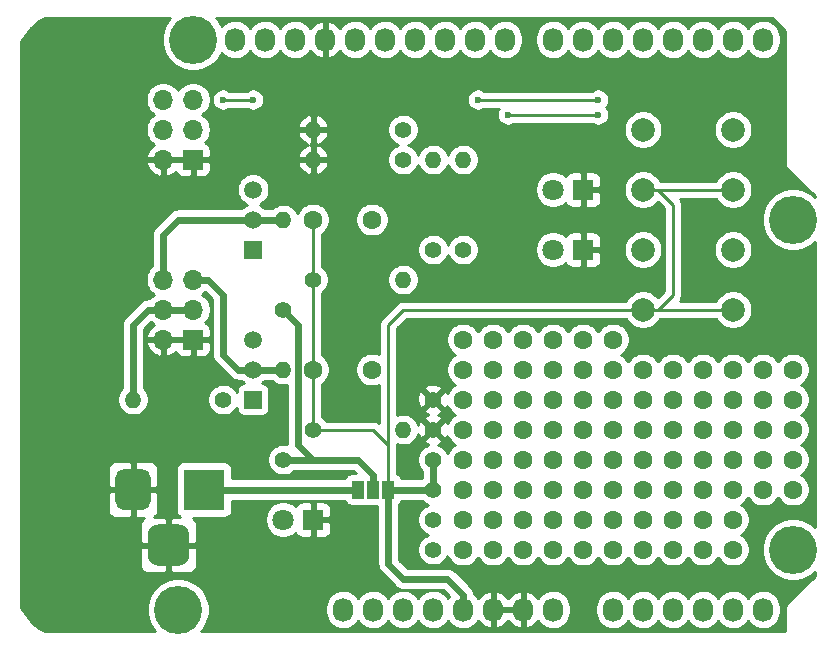
<source format=gtl>
%TF.GenerationSoftware,KiCad,Pcbnew,(5.1.6)-1*%
%TF.CreationDate,2020-05-24T17:59:59+09:00*%
%TF.ProjectId,BeadsEe,42656164-7345-4652-9e6b-696361645f70,Rev.1.0*%
%TF.SameCoordinates,Original*%
%TF.FileFunction,Copper,L1,Top*%
%TF.FilePolarity,Positive*%
%FSLAX46Y46*%
G04 Gerber Fmt 4.6, Leading zero omitted, Abs format (unit mm)*
G04 Created by KiCad (PCBNEW (5.1.6)-1) date 2020-05-24 17:59:59*
%MOMM*%
%LPD*%
G01*
G04 APERTURE LIST*
%TA.AperFunction,ComponentPad*%
%ADD10C,1.600000*%
%TD*%
%TA.AperFunction,ComponentPad*%
%ADD11C,1.400000*%
%TD*%
%TA.AperFunction,ComponentPad*%
%ADD12O,1.400000X1.400000*%
%TD*%
%TA.AperFunction,ComponentPad*%
%ADD13C,1.800000*%
%TD*%
%TA.AperFunction,ComponentPad*%
%ADD14R,1.800000X1.800000*%
%TD*%
%TA.AperFunction,ComponentPad*%
%ADD15R,1.500000X1.500000*%
%TD*%
%TA.AperFunction,ComponentPad*%
%ADD16C,1.500000*%
%TD*%
%TA.AperFunction,ComponentPad*%
%ADD17C,2.000000*%
%TD*%
%TA.AperFunction,ComponentPad*%
%ADD18O,1.700000X1.700000*%
%TD*%
%TA.AperFunction,ComponentPad*%
%ADD19R,1.700000X1.700000*%
%TD*%
%TA.AperFunction,SMDPad,CuDef*%
%ADD20R,1.000000X1.500000*%
%TD*%
%TA.AperFunction,ComponentPad*%
%ADD21R,3.500000X3.500000*%
%TD*%
%TA.AperFunction,ComponentPad*%
%ADD22O,1.727200X2.032000*%
%TD*%
%TA.AperFunction,ComponentPad*%
%ADD23C,4.064000*%
%TD*%
%TA.AperFunction,ViaPad*%
%ADD24C,0.600000*%
%TD*%
%TA.AperFunction,ViaPad*%
%ADD25C,0.800000*%
%TD*%
%TA.AperFunction,Conductor*%
%ADD26C,0.250000*%
%TD*%
%TA.AperFunction,Conductor*%
%ADD27C,0.600000*%
%TD*%
%TA.AperFunction,Conductor*%
%ADD28C,0.254000*%
%TD*%
G04 APERTURE END LIST*
D10*
%TO.P,TP4,1*%
%TO.N,N/C*%
X177038000Y-113665000D03*
%TD*%
%TO.P,TP4,1*%
%TO.N,N/C*%
X174498000Y-113665000D03*
%TD*%
%TO.P,TP4,1*%
%TO.N,N/C*%
X171958000Y-113665000D03*
%TD*%
%TO.P,TP4,1*%
%TO.N,N/C*%
X177038000Y-111125000D03*
%TD*%
%TO.P,TP4,1*%
%TO.N,N/C*%
X174498000Y-111125000D03*
%TD*%
%TO.P,TP4,1*%
%TO.N,N/C*%
X171958000Y-111125000D03*
%TD*%
%TO.P,TP4,1*%
%TO.N,N/C*%
X177038000Y-108585000D03*
%TD*%
%TO.P,TP4,1*%
%TO.N,N/C*%
X174498000Y-108585000D03*
%TD*%
%TO.P,TP4,1*%
%TO.N,N/C*%
X171958000Y-108585000D03*
%TD*%
%TO.P,TP4,1*%
%TO.N,N/C*%
X177038000Y-106045000D03*
%TD*%
%TO.P,TP4,1*%
%TO.N,N/C*%
X174498000Y-106045000D03*
%TD*%
%TO.P,TP4,1*%
%TO.N,N/C*%
X171958000Y-106045000D03*
%TD*%
%TO.P,TP4,1*%
%TO.N,N/C*%
X177038000Y-103505000D03*
%TD*%
%TO.P,TP4,1*%
%TO.N,N/C*%
X174498000Y-103505000D03*
%TD*%
%TO.P,TP4,1*%
%TO.N,N/C*%
X171958000Y-118745000D03*
%TD*%
%TO.P,TP4,1*%
%TO.N,N/C*%
X169418000Y-118745000D03*
%TD*%
%TO.P,TP4,1*%
%TO.N,N/C*%
X166878000Y-118745000D03*
%TD*%
%TO.P,TP4,1*%
%TO.N,N/C*%
X164338000Y-118745000D03*
%TD*%
%TO.P,TP4,1*%
%TO.N,N/C*%
X171958000Y-116205000D03*
%TD*%
%TO.P,TP4,1*%
%TO.N,N/C*%
X169418000Y-116205000D03*
%TD*%
%TO.P,TP4,1*%
%TO.N,N/C*%
X166878000Y-116205000D03*
%TD*%
%TO.P,TP4,1*%
%TO.N,N/C*%
X164338000Y-116205000D03*
%TD*%
%TO.P,TP4,1*%
%TO.N,N/C*%
X169418000Y-113665000D03*
%TD*%
%TO.P,TP4,1*%
%TO.N,N/C*%
X166878000Y-113665000D03*
%TD*%
%TO.P,TP4,1*%
%TO.N,N/C*%
X164338000Y-113665000D03*
%TD*%
%TO.P,TP4,1*%
%TO.N,N/C*%
X169418000Y-111125000D03*
%TD*%
%TO.P,TP4,1*%
%TO.N,N/C*%
X166878000Y-111125000D03*
%TD*%
%TO.P,TP4,1*%
%TO.N,N/C*%
X164338000Y-111125000D03*
%TD*%
%TO.P,TP4,1*%
%TO.N,N/C*%
X169418000Y-108585000D03*
%TD*%
%TO.P,TP4,1*%
%TO.N,N/C*%
X166878000Y-108585000D03*
%TD*%
%TO.P,TP4,1*%
%TO.N,N/C*%
X164338000Y-108585000D03*
%TD*%
%TO.P,TP4,1*%
%TO.N,N/C*%
X169418000Y-106045000D03*
%TD*%
%TO.P,TP4,1*%
%TO.N,N/C*%
X166878000Y-106045000D03*
%TD*%
%TO.P,TP4,1*%
%TO.N,N/C*%
X164338000Y-106045000D03*
%TD*%
%TO.P,TP4,1*%
%TO.N,N/C*%
X171958000Y-103505000D03*
%TD*%
%TO.P,TP4,1*%
%TO.N,N/C*%
X169418000Y-103505000D03*
%TD*%
%TO.P,TP4,1*%
%TO.N,N/C*%
X166878000Y-103505000D03*
%TD*%
%TO.P,TP4,1*%
%TO.N,N/C*%
X164338000Y-103505000D03*
%TD*%
%TO.P,TP4,1*%
%TO.N,N/C*%
X149098000Y-100965000D03*
%TD*%
%TO.P,TP4,1*%
%TO.N,N/C*%
X161798000Y-118745000D03*
%TD*%
%TO.P,TP4,1*%
%TO.N,N/C*%
X159258000Y-118745000D03*
%TD*%
%TO.P,TP4,1*%
%TO.N,N/C*%
X156718000Y-118745000D03*
%TD*%
%TO.P,TP4,1*%
%TO.N,N/C*%
X154178000Y-118745000D03*
%TD*%
%TO.P,TP4,1*%
%TO.N,N/C*%
X151638000Y-118745000D03*
%TD*%
%TO.P,TP4,1*%
%TO.N,N/C*%
X149098000Y-118745000D03*
%TD*%
%TO.P,TP4,1*%
%TO.N,N/C*%
X161798000Y-116205000D03*
%TD*%
%TO.P,TP4,1*%
%TO.N,N/C*%
X159258000Y-116205000D03*
%TD*%
%TO.P,TP4,1*%
%TO.N,N/C*%
X156718000Y-116205000D03*
%TD*%
%TO.P,TP4,1*%
%TO.N,N/C*%
X154178000Y-116205000D03*
%TD*%
%TO.P,TP4,1*%
%TO.N,N/C*%
X151638000Y-116205000D03*
%TD*%
%TO.P,TP4,1*%
%TO.N,N/C*%
X149098000Y-116205000D03*
%TD*%
%TO.P,TP4,1*%
%TO.N,N/C*%
X161798000Y-113665000D03*
%TD*%
%TO.P,TP4,1*%
%TO.N,N/C*%
X159258000Y-113665000D03*
%TD*%
%TO.P,TP4,1*%
%TO.N,N/C*%
X156718000Y-113665000D03*
%TD*%
%TO.P,TP4,1*%
%TO.N,N/C*%
X154178000Y-113665000D03*
%TD*%
%TO.P,TP4,1*%
%TO.N,N/C*%
X151638000Y-113665000D03*
%TD*%
%TO.P,TP4,1*%
%TO.N,N/C*%
X149098000Y-113665000D03*
%TD*%
%TO.P,TP4,1*%
%TO.N,N/C*%
X161798000Y-111125000D03*
%TD*%
%TO.P,TP4,1*%
%TO.N,N/C*%
X159258000Y-111125000D03*
%TD*%
%TO.P,TP4,1*%
%TO.N,N/C*%
X156718000Y-111125000D03*
%TD*%
%TO.P,TP4,1*%
%TO.N,N/C*%
X154178000Y-111125000D03*
%TD*%
%TO.P,TP4,1*%
%TO.N,N/C*%
X151638000Y-111125000D03*
%TD*%
%TO.P,TP4,1*%
%TO.N,N/C*%
X149098000Y-111125000D03*
%TD*%
%TO.P,TP4,1*%
%TO.N,N/C*%
X161798000Y-108585000D03*
%TD*%
%TO.P,TP4,1*%
%TO.N,N/C*%
X159258000Y-108585000D03*
%TD*%
%TO.P,TP4,1*%
%TO.N,N/C*%
X156718000Y-108585000D03*
%TD*%
%TO.P,TP4,1*%
%TO.N,N/C*%
X154178000Y-108585000D03*
%TD*%
%TO.P,TP4,1*%
%TO.N,N/C*%
X151638000Y-108585000D03*
%TD*%
%TO.P,TP4,1*%
%TO.N,N/C*%
X149098000Y-108585000D03*
%TD*%
%TO.P,TP4,1*%
%TO.N,N/C*%
X161798000Y-106045000D03*
%TD*%
%TO.P,TP4,1*%
%TO.N,N/C*%
X159258000Y-106045000D03*
%TD*%
%TO.P,TP4,1*%
%TO.N,N/C*%
X156718000Y-106045000D03*
%TD*%
%TO.P,TP4,1*%
%TO.N,N/C*%
X154178000Y-106045000D03*
%TD*%
%TO.P,TP4,1*%
%TO.N,N/C*%
X151638000Y-106045000D03*
%TD*%
%TO.P,TP4,1*%
%TO.N,N/C*%
X149098000Y-106045000D03*
%TD*%
%TO.P,TP4,1*%
%TO.N,N/C*%
X161798000Y-103505000D03*
%TD*%
%TO.P,TP4,1*%
%TO.N,N/C*%
X159258000Y-103505000D03*
%TD*%
%TO.P,TP4,1*%
%TO.N,N/C*%
X156718000Y-103505000D03*
%TD*%
%TO.P,TP4,1*%
%TO.N,N/C*%
X154178000Y-103505000D03*
%TD*%
%TO.P,TP4,1*%
%TO.N,N/C*%
X151638000Y-103505000D03*
%TD*%
%TO.P,TP4,1*%
%TO.N,N/C*%
X149098000Y-103505000D03*
%TD*%
%TO.P,TP4,1*%
%TO.N,N/C*%
X161798000Y-100965000D03*
%TD*%
%TO.P,TP4,1*%
%TO.N,N/C*%
X159258000Y-100965000D03*
%TD*%
%TO.P,TP4,1*%
%TO.N,N/C*%
X156718000Y-100965000D03*
%TD*%
%TO.P,TP4,1*%
%TO.N,N/C*%
X154178000Y-100965000D03*
%TD*%
%TO.P,TP4,1*%
%TO.N,N/C*%
X151638000Y-100965000D03*
%TD*%
D11*
%TO.P,TP1,1*%
%TO.N,+5V*%
X146558000Y-111125000D03*
X146558000Y-113665000D03*
%TD*%
%TO.P,TP3,1*%
%TO.N,GND*%
X146558000Y-106045000D03*
X146558000Y-108585000D03*
%TD*%
%TO.P,TP2,1*%
%TO.N,+3V3*%
X146558000Y-116205000D03*
X146558000Y-118745000D03*
%TD*%
D12*
%TO.P,R9,2*%
%TO.N,VS*%
X121158000Y-106045000D03*
D11*
%TO.P,R9,1*%
%TO.N,Net-(D3-Pad2)*%
X128778000Y-106045000D03*
%TD*%
D13*
%TO.P,D3,2*%
%TO.N,Net-(D3-Pad2)*%
X133858000Y-116205000D03*
D14*
%TO.P,D3,1*%
%TO.N,GND*%
X136398000Y-116205000D03*
%TD*%
D15*
%TO.P,Q2,1*%
%TO.N,Net-(C2-Pad2)*%
X131318000Y-93345000D03*
D16*
%TO.P,Q2,3*%
%TO.N,/11(\u002A\u002A/MOSI)*%
X131318000Y-88265000D03*
%TO.P,Q2,2*%
%TO.N,/ServoSig_A*%
X131318000Y-90805000D03*
%TD*%
D15*
%TO.P,Q1,1*%
%TO.N,Net-(C1-Pad2)*%
X131318000Y-106045000D03*
D16*
%TO.P,Q1,3*%
%TO.N,/10(\u002A\u002A/SS)*%
X131318000Y-100965000D03*
%TO.P,Q1,2*%
%TO.N,/ServoSig_Z*%
X131318000Y-103505000D03*
%TD*%
D17*
%TO.P,SW2,2*%
%TO.N,/8*%
X171958000Y-93345000D03*
%TO.P,SW2,1*%
%TO.N,+5V*%
X171958000Y-98425000D03*
%TO.P,SW2,2*%
%TO.N,/8*%
X164338000Y-93345000D03*
%TO.P,SW2,1*%
%TO.N,+5V*%
X164338000Y-98425000D03*
%TD*%
%TO.P,SW1,2*%
%TO.N,/9(\u002A\u002A)*%
X171958000Y-83185000D03*
%TO.P,SW1,1*%
%TO.N,+5V*%
X171958000Y-88265000D03*
%TO.P,SW1,2*%
%TO.N,/9(\u002A\u002A)*%
X164338000Y-83185000D03*
%TO.P,SW1,1*%
%TO.N,+5V*%
X164338000Y-88265000D03*
%TD*%
D12*
%TO.P,R8,2*%
%TO.N,GND*%
X136398000Y-85725000D03*
D11*
%TO.P,R8,1*%
%TO.N,/8*%
X144018000Y-85725000D03*
%TD*%
D12*
%TO.P,R7,2*%
%TO.N,GND*%
X136398000Y-83185000D03*
D11*
%TO.P,R7,1*%
%TO.N,/9(\u002A\u002A)*%
X144018000Y-83185000D03*
%TD*%
D12*
%TO.P,R6,2*%
%TO.N,/ServoSig_A*%
X133858000Y-90805000D03*
D11*
%TO.P,R6,1*%
%TO.N,VS*%
X133858000Y-98425000D03*
%TD*%
D12*
%TO.P,R5,2*%
%TO.N,/ServoSig_Z*%
X133858000Y-103505000D03*
D11*
%TO.P,R5,1*%
%TO.N,VS*%
X133858000Y-111125000D03*
%TD*%
D12*
%TO.P,R4,2*%
%TO.N,Net-(C2-Pad2)*%
X144018000Y-95885000D03*
D11*
%TO.P,R4,1*%
%TO.N,+5V*%
X136398000Y-95885000D03*
%TD*%
D12*
%TO.P,R3,2*%
%TO.N,Net-(C1-Pad2)*%
X144018000Y-108585000D03*
D11*
%TO.P,R3,1*%
%TO.N,+5V*%
X136398000Y-108585000D03*
%TD*%
D12*
%TO.P,R2,2*%
%TO.N,/6(\u002A\u002A)*%
X149098000Y-85725000D03*
D11*
%TO.P,R2,1*%
%TO.N,Net-(D2-Pad2)*%
X149098000Y-93345000D03*
%TD*%
D12*
%TO.P,R1,2*%
%TO.N,/7*%
X146558000Y-85725000D03*
D11*
%TO.P,R1,1*%
%TO.N,Net-(D1-Pad2)*%
X146558000Y-93345000D03*
%TD*%
D18*
%TO.P,J4,6*%
%TO.N,/A4(SDA)*%
X123698000Y-80645000D03*
%TO.P,J4,5*%
X126238000Y-80645000D03*
%TO.P,J4,4*%
%TO.N,/A5(SCL)*%
X123698000Y-83185000D03*
%TO.P,J4,3*%
X126238000Y-83185000D03*
%TO.P,J4,2*%
%TO.N,GND*%
X123698000Y-85725000D03*
D19*
%TO.P,J4,1*%
X126238000Y-85725000D03*
%TD*%
D20*
%TO.P,J3,1*%
%TO.N,+5V*%
X142778000Y-113665000D03*
%TO.P,J3,2*%
%TO.N,VS*%
X141478000Y-113665000D03*
%TO.P,J3,3*%
%TO.N,/SvPow*%
X140178000Y-113665000D03*
%TD*%
%TO.P,J2,3*%
%TO.N,GND*%
%TA.AperFunction,ComponentPad*%
G36*
G01*
X122408000Y-119240000D02*
X122408000Y-117490000D01*
G75*
G02*
X123283000Y-116615000I875000J0D01*
G01*
X125033000Y-116615000D01*
G75*
G02*
X125908000Y-117490000I0J-875000D01*
G01*
X125908000Y-119240000D01*
G75*
G02*
X125033000Y-120115000I-875000J0D01*
G01*
X123283000Y-120115000D01*
G75*
G02*
X122408000Y-119240000I0J875000D01*
G01*
G37*
%TD.AperFunction*%
%TO.P,J2,2*%
%TA.AperFunction,ComponentPad*%
G36*
G01*
X119658000Y-114665000D02*
X119658000Y-112665000D01*
G75*
G02*
X120408000Y-111915000I750000J0D01*
G01*
X121908000Y-111915000D01*
G75*
G02*
X122658000Y-112665000I0J-750000D01*
G01*
X122658000Y-114665000D01*
G75*
G02*
X121908000Y-115415000I-750000J0D01*
G01*
X120408000Y-115415000D01*
G75*
G02*
X119658000Y-114665000I0J750000D01*
G01*
G37*
%TD.AperFunction*%
D21*
%TO.P,J2,1*%
%TO.N,/SvPow*%
X127158000Y-113665000D03*
%TD*%
D18*
%TO.P,J1,6*%
%TO.N,/ServoSig_A*%
X123698000Y-95885000D03*
%TO.P,J1,5*%
%TO.N,/ServoSig_Z*%
X126238000Y-95885000D03*
%TO.P,J1,4*%
%TO.N,VS*%
X123698000Y-98425000D03*
%TO.P,J1,3*%
X126238000Y-98425000D03*
%TO.P,J1,2*%
%TO.N,GND*%
X123698000Y-100965000D03*
D19*
%TO.P,J1,1*%
X126238000Y-100965000D03*
%TD*%
D13*
%TO.P,D2,2*%
%TO.N,Net-(D2-Pad2)*%
X156718000Y-88265000D03*
D14*
%TO.P,D2,1*%
%TO.N,GND*%
X159258000Y-88265000D03*
%TD*%
D13*
%TO.P,D1,2*%
%TO.N,Net-(D1-Pad2)*%
X156718000Y-93345000D03*
D14*
%TO.P,D1,1*%
%TO.N,GND*%
X159258000Y-93345000D03*
%TD*%
D10*
%TO.P,C2,2*%
%TO.N,Net-(C2-Pad2)*%
X141398000Y-90805000D03*
%TO.P,C2,1*%
%TO.N,+5V*%
X136398000Y-90805000D03*
%TD*%
%TO.P,C1,2*%
%TO.N,Net-(C1-Pad2)*%
X141398000Y-103505000D03*
%TO.P,C1,1*%
%TO.N,+5V*%
X136398000Y-103505000D03*
%TD*%
D22*
%TO.P,P1,1*%
%TO.N,N/C*%
X138938000Y-123825000D03*
%TO.P,P1,2*%
X141478000Y-123825000D03*
%TO.P,P1,3*%
X144018000Y-123825000D03*
%TO.P,P1,4*%
%TO.N,+3V3*%
X146558000Y-123825000D03*
%TO.P,P1,5*%
%TO.N,+5V*%
X149098000Y-123825000D03*
%TO.P,P1,6*%
%TO.N,GND*%
X151638000Y-123825000D03*
%TO.P,P1,7*%
X154178000Y-123825000D03*
%TO.P,P1,8*%
%TO.N,N/C*%
X156718000Y-123825000D03*
%TD*%
%TO.P,P2,1*%
%TO.N,N/C*%
X161798000Y-123825000D03*
%TO.P,P2,2*%
X164338000Y-123825000D03*
%TO.P,P2,3*%
X166878000Y-123825000D03*
%TO.P,P2,4*%
X169418000Y-123825000D03*
%TO.P,P2,5*%
%TO.N,/A4(SDA)*%
X171958000Y-123825000D03*
%TO.P,P2,6*%
%TO.N,/A5(SCL)*%
X174498000Y-123825000D03*
%TD*%
%TO.P,P3,1*%
%TO.N,/A5(SCL)*%
X129794000Y-75565000D03*
%TO.P,P3,2*%
%TO.N,/A4(SDA)*%
X132334000Y-75565000D03*
%TO.P,P3,3*%
%TO.N,N/C*%
X134874000Y-75565000D03*
%TO.P,P3,4*%
%TO.N,GND*%
X137414000Y-75565000D03*
%TO.P,P3,5*%
%TO.N,N/C*%
X139954000Y-75565000D03*
%TO.P,P3,6*%
X142494000Y-75565000D03*
%TO.P,P3,7*%
%TO.N,/11(\u002A\u002A/MOSI)*%
X145034000Y-75565000D03*
%TO.P,P3,8*%
%TO.N,/10(\u002A\u002A/SS)*%
X147574000Y-75565000D03*
%TO.P,P3,9*%
%TO.N,/9(\u002A\u002A)*%
X150114000Y-75565000D03*
%TO.P,P3,10*%
%TO.N,/8*%
X152654000Y-75565000D03*
%TD*%
%TO.P,P4,1*%
%TO.N,/7*%
X156718000Y-75565000D03*
%TO.P,P4,2*%
%TO.N,/6(\u002A\u002A)*%
X159258000Y-75565000D03*
%TO.P,P4,3*%
%TO.N,N/C*%
X161798000Y-75565000D03*
%TO.P,P4,4*%
X164338000Y-75565000D03*
%TO.P,P4,5*%
X166878000Y-75565000D03*
%TO.P,P4,6*%
X169418000Y-75565000D03*
%TO.P,P4,7*%
X171958000Y-75565000D03*
%TO.P,P4,8*%
X174498000Y-75565000D03*
%TD*%
D23*
%TO.P,P5,1*%
%TO.N,N/C*%
X124968000Y-123825000D03*
%TD*%
%TO.P,P6,1*%
%TO.N,N/C*%
X177038000Y-118745000D03*
%TD*%
%TO.P,P7,1*%
%TO.N,N/C*%
X126238000Y-75565000D03*
%TD*%
%TO.P,P8,1*%
%TO.N,N/C*%
X177038000Y-90805000D03*
%TD*%
D24*
%TO.N,/A4(SDA)*%
X128778000Y-80645000D03*
X131318000Y-80645000D03*
%TO.N,/9(\u002A\u002A)*%
X150368000Y-80645000D03*
X160528000Y-80645000D03*
%TO.N,/8*%
X152908000Y-81915000D03*
X160528000Y-81915000D03*
D25*
%TO.N,VS*%
X126238000Y-98425000D03*
%TD*%
D26*
%TO.N,+5V*%
X136398000Y-90805000D02*
X136398000Y-108585000D01*
X142778000Y-109885000D02*
X142778000Y-113665000D01*
X136398000Y-108585000D02*
X141478000Y-108585000D01*
X141478000Y-108585000D02*
X142778000Y-109885000D01*
X142778000Y-108307998D02*
X142748000Y-108277998D01*
X142778000Y-109885000D02*
X142778000Y-108307998D01*
X142748000Y-108277998D02*
X142748000Y-99695000D01*
X144018000Y-98425000D02*
X164338000Y-98425000D01*
X142748000Y-99695000D02*
X144018000Y-98425000D01*
X164338000Y-88265000D02*
X165608000Y-88265000D01*
X165608000Y-88265000D02*
X166878000Y-89535000D01*
X166878000Y-89535000D02*
X166878000Y-97155000D01*
X166878000Y-97155000D02*
X165608000Y-98425000D01*
X165608000Y-98425000D02*
X164338000Y-98425000D01*
X164338000Y-98425000D02*
X171958000Y-98425000D01*
X164338000Y-88265000D02*
X171958000Y-88265000D01*
D27*
X142778000Y-113665000D02*
X142778000Y-119985000D01*
X142778000Y-119985000D02*
X144018000Y-121225000D01*
X144018000Y-121225000D02*
X147768000Y-121225000D01*
X149098000Y-122555000D02*
X149098000Y-123825000D01*
X147768000Y-121225000D02*
X149098000Y-122555000D01*
X142778000Y-113665000D02*
X146558000Y-113665000D01*
X146558000Y-111125000D02*
X146558000Y-113665000D01*
D26*
%TO.N,/A4(SDA)*%
X128778000Y-80645000D02*
X131318000Y-80645000D01*
%TO.N,/9(\u002A\u002A)*%
X150368000Y-80645000D02*
X160528000Y-80645000D01*
%TO.N,/8*%
X152908000Y-81915000D02*
X160528000Y-81915000D01*
D27*
%TO.N,/ServoSig_A*%
X133858000Y-90805000D02*
X131318000Y-90805000D01*
X131318000Y-90805000D02*
X124968000Y-90805000D01*
X124968000Y-90805000D02*
X123698000Y-92075000D01*
X123698000Y-92075000D02*
X123698000Y-95885000D01*
%TO.N,/ServoSig_Z*%
X133858000Y-103505000D02*
X131318000Y-103505000D01*
X131318000Y-103505000D02*
X130048000Y-103505000D01*
X130048000Y-103505000D02*
X128778000Y-102235000D01*
X128778000Y-102235000D02*
X128778000Y-97155000D01*
X128778000Y-97155000D02*
X127508000Y-95885000D01*
X127508000Y-95885000D02*
X126238000Y-95885000D01*
%TO.N,VS*%
X141478000Y-113665000D02*
X141478000Y-112395000D01*
X141478000Y-112395000D02*
X140208000Y-111125000D01*
X136398000Y-111125000D02*
X135128000Y-109855000D01*
X136398000Y-111125000D02*
X133858000Y-111125000D01*
X140208000Y-111125000D02*
X136398000Y-111125000D01*
X135097999Y-104129001D02*
X135097999Y-99725001D01*
X135128000Y-109855000D02*
X135128000Y-104159002D01*
X135128000Y-104159002D02*
X135097999Y-104129001D01*
X133858000Y-98485002D02*
X133858000Y-98425000D01*
X135097999Y-99725001D02*
X133858000Y-98485002D01*
X121158000Y-99695000D02*
X121158000Y-106045000D01*
X123698000Y-98425000D02*
X122428000Y-98425000D01*
X122428000Y-98425000D02*
X121158000Y-99695000D01*
X123698000Y-98425000D02*
X126238000Y-98425000D01*
%TO.N,/SvPow*%
X127158000Y-113665000D02*
X140178000Y-113665000D01*
%TD*%
D28*
%TO.N,GND*%
G36*
X124166406Y-73864887D02*
G01*
X123874536Y-74301702D01*
X123673492Y-74787065D01*
X123571000Y-75302323D01*
X123571000Y-75827677D01*
X123673492Y-76342935D01*
X123874536Y-76828298D01*
X124166406Y-77265113D01*
X124537887Y-77636594D01*
X124974702Y-77928464D01*
X125460065Y-78129508D01*
X125975323Y-78232000D01*
X126500677Y-78232000D01*
X127015935Y-78129508D01*
X127501298Y-77928464D01*
X127938113Y-77636594D01*
X128309594Y-77265113D01*
X128601464Y-76828298D01*
X128657001Y-76694219D01*
X128729203Y-76782197D01*
X128957395Y-76969469D01*
X129217737Y-77108625D01*
X129500224Y-77194316D01*
X129794000Y-77223251D01*
X130087777Y-77194316D01*
X130370264Y-77108625D01*
X130630606Y-76969469D01*
X130858797Y-76782197D01*
X131046069Y-76554006D01*
X131064000Y-76520459D01*
X131081931Y-76554006D01*
X131269203Y-76782197D01*
X131497395Y-76969469D01*
X131757737Y-77108625D01*
X132040224Y-77194316D01*
X132334000Y-77223251D01*
X132627777Y-77194316D01*
X132910264Y-77108625D01*
X133170606Y-76969469D01*
X133398797Y-76782197D01*
X133586069Y-76554006D01*
X133604000Y-76520459D01*
X133621931Y-76554006D01*
X133809203Y-76782197D01*
X134037395Y-76969469D01*
X134297737Y-77108625D01*
X134580224Y-77194316D01*
X134874000Y-77223251D01*
X135167777Y-77194316D01*
X135450264Y-77108625D01*
X135710606Y-76969469D01*
X135938797Y-76782197D01*
X136126069Y-76554006D01*
X136147424Y-76514053D01*
X136295514Y-76716729D01*
X136511965Y-76915733D01*
X136763081Y-77068686D01*
X137039211Y-77169709D01*
X137054974Y-77172358D01*
X137287000Y-77051217D01*
X137287000Y-75692000D01*
X137267000Y-75692000D01*
X137267000Y-75438000D01*
X137287000Y-75438000D01*
X137287000Y-74078783D01*
X137541000Y-74078783D01*
X137541000Y-75438000D01*
X137561000Y-75438000D01*
X137561000Y-75692000D01*
X137541000Y-75692000D01*
X137541000Y-77051217D01*
X137773026Y-77172358D01*
X137788789Y-77169709D01*
X138064919Y-77068686D01*
X138316035Y-76915733D01*
X138532486Y-76716729D01*
X138680576Y-76514053D01*
X138701931Y-76554006D01*
X138889203Y-76782197D01*
X139117395Y-76969469D01*
X139377737Y-77108625D01*
X139660224Y-77194316D01*
X139954000Y-77223251D01*
X140247777Y-77194316D01*
X140530264Y-77108625D01*
X140790606Y-76969469D01*
X141018797Y-76782197D01*
X141206069Y-76554006D01*
X141224000Y-76520459D01*
X141241931Y-76554006D01*
X141429203Y-76782197D01*
X141657395Y-76969469D01*
X141917737Y-77108625D01*
X142200224Y-77194316D01*
X142494000Y-77223251D01*
X142787777Y-77194316D01*
X143070264Y-77108625D01*
X143330606Y-76969469D01*
X143558797Y-76782197D01*
X143746069Y-76554006D01*
X143764000Y-76520459D01*
X143781931Y-76554006D01*
X143969203Y-76782197D01*
X144197395Y-76969469D01*
X144457737Y-77108625D01*
X144740224Y-77194316D01*
X145034000Y-77223251D01*
X145327777Y-77194316D01*
X145610264Y-77108625D01*
X145870606Y-76969469D01*
X146098797Y-76782197D01*
X146286069Y-76554006D01*
X146304000Y-76520459D01*
X146321931Y-76554006D01*
X146509203Y-76782197D01*
X146737395Y-76969469D01*
X146997737Y-77108625D01*
X147280224Y-77194316D01*
X147574000Y-77223251D01*
X147867777Y-77194316D01*
X148150264Y-77108625D01*
X148410606Y-76969469D01*
X148638797Y-76782197D01*
X148826069Y-76554006D01*
X148844000Y-76520459D01*
X148861931Y-76554006D01*
X149049203Y-76782197D01*
X149277395Y-76969469D01*
X149537737Y-77108625D01*
X149820224Y-77194316D01*
X150114000Y-77223251D01*
X150407777Y-77194316D01*
X150690264Y-77108625D01*
X150950606Y-76969469D01*
X151178797Y-76782197D01*
X151366069Y-76554006D01*
X151384000Y-76520459D01*
X151401931Y-76554006D01*
X151589203Y-76782197D01*
X151817395Y-76969469D01*
X152077737Y-77108625D01*
X152360224Y-77194316D01*
X152654000Y-77223251D01*
X152947777Y-77194316D01*
X153230264Y-77108625D01*
X153490606Y-76969469D01*
X153718797Y-76782197D01*
X153906069Y-76554006D01*
X154045225Y-76293663D01*
X154130916Y-76011176D01*
X154152600Y-75791018D01*
X154152600Y-75338982D01*
X155219400Y-75338982D01*
X155219400Y-75791019D01*
X155241084Y-76011177D01*
X155326775Y-76293664D01*
X155465931Y-76554006D01*
X155653203Y-76782197D01*
X155881395Y-76969469D01*
X156141737Y-77108625D01*
X156424224Y-77194316D01*
X156718000Y-77223251D01*
X157011777Y-77194316D01*
X157294264Y-77108625D01*
X157554606Y-76969469D01*
X157782797Y-76782197D01*
X157970069Y-76554006D01*
X157988000Y-76520459D01*
X158005931Y-76554006D01*
X158193203Y-76782197D01*
X158421395Y-76969469D01*
X158681737Y-77108625D01*
X158964224Y-77194316D01*
X159258000Y-77223251D01*
X159551777Y-77194316D01*
X159834264Y-77108625D01*
X160094606Y-76969469D01*
X160322797Y-76782197D01*
X160510069Y-76554006D01*
X160528000Y-76520459D01*
X160545931Y-76554006D01*
X160733203Y-76782197D01*
X160961395Y-76969469D01*
X161221737Y-77108625D01*
X161504224Y-77194316D01*
X161798000Y-77223251D01*
X162091777Y-77194316D01*
X162374264Y-77108625D01*
X162634606Y-76969469D01*
X162862797Y-76782197D01*
X163050069Y-76554006D01*
X163068000Y-76520459D01*
X163085931Y-76554006D01*
X163273203Y-76782197D01*
X163501395Y-76969469D01*
X163761737Y-77108625D01*
X164044224Y-77194316D01*
X164338000Y-77223251D01*
X164631777Y-77194316D01*
X164914264Y-77108625D01*
X165174606Y-76969469D01*
X165402797Y-76782197D01*
X165590069Y-76554006D01*
X165608000Y-76520459D01*
X165625931Y-76554006D01*
X165813203Y-76782197D01*
X166041395Y-76969469D01*
X166301737Y-77108625D01*
X166584224Y-77194316D01*
X166878000Y-77223251D01*
X167171777Y-77194316D01*
X167454264Y-77108625D01*
X167714606Y-76969469D01*
X167942797Y-76782197D01*
X168130069Y-76554006D01*
X168148000Y-76520459D01*
X168165931Y-76554006D01*
X168353203Y-76782197D01*
X168581395Y-76969469D01*
X168841737Y-77108625D01*
X169124224Y-77194316D01*
X169418000Y-77223251D01*
X169711777Y-77194316D01*
X169994264Y-77108625D01*
X170254606Y-76969469D01*
X170482797Y-76782197D01*
X170670069Y-76554006D01*
X170688000Y-76520459D01*
X170705931Y-76554006D01*
X170893203Y-76782197D01*
X171121395Y-76969469D01*
X171381737Y-77108625D01*
X171664224Y-77194316D01*
X171958000Y-77223251D01*
X172251777Y-77194316D01*
X172534264Y-77108625D01*
X172794606Y-76969469D01*
X173022797Y-76782197D01*
X173210069Y-76554006D01*
X173228000Y-76520459D01*
X173245931Y-76554006D01*
X173433203Y-76782197D01*
X173661395Y-76969469D01*
X173921737Y-77108625D01*
X174204224Y-77194316D01*
X174498000Y-77223251D01*
X174791777Y-77194316D01*
X175074264Y-77108625D01*
X175334606Y-76969469D01*
X175562797Y-76782197D01*
X175750069Y-76554006D01*
X175889225Y-76293663D01*
X175974916Y-76011176D01*
X175996600Y-75791018D01*
X175996600Y-75338981D01*
X175974916Y-75118823D01*
X175889225Y-74836336D01*
X175750069Y-74575994D01*
X175562797Y-74347803D01*
X175334605Y-74160531D01*
X175074263Y-74021375D01*
X174791776Y-73935684D01*
X174498000Y-73906749D01*
X174204223Y-73935684D01*
X173921736Y-74021375D01*
X173661394Y-74160531D01*
X173433203Y-74347803D01*
X173245931Y-74575995D01*
X173228000Y-74609541D01*
X173210069Y-74575994D01*
X173022797Y-74347803D01*
X172794605Y-74160531D01*
X172534263Y-74021375D01*
X172251776Y-73935684D01*
X171958000Y-73906749D01*
X171664223Y-73935684D01*
X171381736Y-74021375D01*
X171121394Y-74160531D01*
X170893203Y-74347803D01*
X170705931Y-74575995D01*
X170688000Y-74609541D01*
X170670069Y-74575994D01*
X170482797Y-74347803D01*
X170254605Y-74160531D01*
X169994263Y-74021375D01*
X169711776Y-73935684D01*
X169418000Y-73906749D01*
X169124223Y-73935684D01*
X168841736Y-74021375D01*
X168581394Y-74160531D01*
X168353203Y-74347803D01*
X168165931Y-74575995D01*
X168148000Y-74609541D01*
X168130069Y-74575994D01*
X167942797Y-74347803D01*
X167714605Y-74160531D01*
X167454263Y-74021375D01*
X167171776Y-73935684D01*
X166878000Y-73906749D01*
X166584223Y-73935684D01*
X166301736Y-74021375D01*
X166041394Y-74160531D01*
X165813203Y-74347803D01*
X165625931Y-74575995D01*
X165608000Y-74609541D01*
X165590069Y-74575994D01*
X165402797Y-74347803D01*
X165174605Y-74160531D01*
X164914263Y-74021375D01*
X164631776Y-73935684D01*
X164338000Y-73906749D01*
X164044223Y-73935684D01*
X163761736Y-74021375D01*
X163501394Y-74160531D01*
X163273203Y-74347803D01*
X163085931Y-74575995D01*
X163068000Y-74609541D01*
X163050069Y-74575994D01*
X162862797Y-74347803D01*
X162634605Y-74160531D01*
X162374263Y-74021375D01*
X162091776Y-73935684D01*
X161798000Y-73906749D01*
X161504223Y-73935684D01*
X161221736Y-74021375D01*
X160961394Y-74160531D01*
X160733203Y-74347803D01*
X160545931Y-74575995D01*
X160528000Y-74609541D01*
X160510069Y-74575994D01*
X160322797Y-74347803D01*
X160094605Y-74160531D01*
X159834263Y-74021375D01*
X159551776Y-73935684D01*
X159258000Y-73906749D01*
X158964223Y-73935684D01*
X158681736Y-74021375D01*
X158421394Y-74160531D01*
X158193203Y-74347803D01*
X158005931Y-74575995D01*
X157988000Y-74609541D01*
X157970069Y-74575994D01*
X157782797Y-74347803D01*
X157554605Y-74160531D01*
X157294263Y-74021375D01*
X157011776Y-73935684D01*
X156718000Y-73906749D01*
X156424223Y-73935684D01*
X156141736Y-74021375D01*
X155881394Y-74160531D01*
X155653203Y-74347803D01*
X155465931Y-74575995D01*
X155326775Y-74836337D01*
X155241084Y-75118824D01*
X155219400Y-75338982D01*
X154152600Y-75338982D01*
X154152600Y-75338981D01*
X154130916Y-75118823D01*
X154045225Y-74836336D01*
X153906069Y-74575994D01*
X153718797Y-74347803D01*
X153490605Y-74160531D01*
X153230263Y-74021375D01*
X152947776Y-73935684D01*
X152654000Y-73906749D01*
X152360223Y-73935684D01*
X152077736Y-74021375D01*
X151817394Y-74160531D01*
X151589203Y-74347803D01*
X151401931Y-74575995D01*
X151384000Y-74609541D01*
X151366069Y-74575994D01*
X151178797Y-74347803D01*
X150950605Y-74160531D01*
X150690263Y-74021375D01*
X150407776Y-73935684D01*
X150114000Y-73906749D01*
X149820223Y-73935684D01*
X149537736Y-74021375D01*
X149277394Y-74160531D01*
X149049203Y-74347803D01*
X148861931Y-74575995D01*
X148844000Y-74609541D01*
X148826069Y-74575994D01*
X148638797Y-74347803D01*
X148410605Y-74160531D01*
X148150263Y-74021375D01*
X147867776Y-73935684D01*
X147574000Y-73906749D01*
X147280223Y-73935684D01*
X146997736Y-74021375D01*
X146737394Y-74160531D01*
X146509203Y-74347803D01*
X146321931Y-74575995D01*
X146304000Y-74609541D01*
X146286069Y-74575994D01*
X146098797Y-74347803D01*
X145870605Y-74160531D01*
X145610263Y-74021375D01*
X145327776Y-73935684D01*
X145034000Y-73906749D01*
X144740223Y-73935684D01*
X144457736Y-74021375D01*
X144197394Y-74160531D01*
X143969203Y-74347803D01*
X143781931Y-74575995D01*
X143764000Y-74609541D01*
X143746069Y-74575994D01*
X143558797Y-74347803D01*
X143330605Y-74160531D01*
X143070263Y-74021375D01*
X142787776Y-73935684D01*
X142494000Y-73906749D01*
X142200223Y-73935684D01*
X141917736Y-74021375D01*
X141657394Y-74160531D01*
X141429203Y-74347803D01*
X141241931Y-74575995D01*
X141224000Y-74609541D01*
X141206069Y-74575994D01*
X141018797Y-74347803D01*
X140790605Y-74160531D01*
X140530263Y-74021375D01*
X140247776Y-73935684D01*
X139954000Y-73906749D01*
X139660223Y-73935684D01*
X139377736Y-74021375D01*
X139117394Y-74160531D01*
X138889203Y-74347803D01*
X138701931Y-74575995D01*
X138680576Y-74615947D01*
X138532486Y-74413271D01*
X138316035Y-74214267D01*
X138064919Y-74061314D01*
X137788789Y-73960291D01*
X137773026Y-73957642D01*
X137541000Y-74078783D01*
X137287000Y-74078783D01*
X137054974Y-73957642D01*
X137039211Y-73960291D01*
X136763081Y-74061314D01*
X136511965Y-74214267D01*
X136295514Y-74413271D01*
X136147424Y-74615947D01*
X136126069Y-74575994D01*
X135938797Y-74347803D01*
X135710605Y-74160531D01*
X135450263Y-74021375D01*
X135167776Y-73935684D01*
X134874000Y-73906749D01*
X134580223Y-73935684D01*
X134297736Y-74021375D01*
X134037394Y-74160531D01*
X133809203Y-74347803D01*
X133621931Y-74575995D01*
X133604000Y-74609541D01*
X133586069Y-74575994D01*
X133398797Y-74347803D01*
X133170605Y-74160531D01*
X132910263Y-74021375D01*
X132627776Y-73935684D01*
X132334000Y-73906749D01*
X132040223Y-73935684D01*
X131757736Y-74021375D01*
X131497394Y-74160531D01*
X131269203Y-74347803D01*
X131081931Y-74575995D01*
X131064000Y-74609541D01*
X131046069Y-74575994D01*
X130858797Y-74347803D01*
X130630605Y-74160531D01*
X130370263Y-74021375D01*
X130087776Y-73935684D01*
X129794000Y-73906749D01*
X129500223Y-73935684D01*
X129217736Y-74021375D01*
X128957394Y-74160531D01*
X128729203Y-74347803D01*
X128657001Y-74435781D01*
X128601464Y-74301702D01*
X128309594Y-73864887D01*
X128179707Y-73735000D01*
X175219909Y-73735000D01*
X176328001Y-74843093D01*
X176328000Y-85944125D01*
X176324565Y-85979000D01*
X176328000Y-86013875D01*
X176328000Y-86013876D01*
X176338273Y-86118183D01*
X176378872Y-86252019D01*
X176444800Y-86375362D01*
X176533525Y-86483474D01*
X176560617Y-86505708D01*
X178868001Y-88813093D01*
X178868001Y-88863294D01*
X178738113Y-88733406D01*
X178301298Y-88441536D01*
X177815935Y-88240492D01*
X177300677Y-88138000D01*
X176775323Y-88138000D01*
X176260065Y-88240492D01*
X175774702Y-88441536D01*
X175337887Y-88733406D01*
X174966406Y-89104887D01*
X174674536Y-89541702D01*
X174473492Y-90027065D01*
X174371000Y-90542323D01*
X174371000Y-91067677D01*
X174473492Y-91582935D01*
X174674536Y-92068298D01*
X174966406Y-92505113D01*
X175337887Y-92876594D01*
X175774702Y-93168464D01*
X176260065Y-93369508D01*
X176775323Y-93472000D01*
X177300677Y-93472000D01*
X177815935Y-93369508D01*
X178301298Y-93168464D01*
X178738113Y-92876594D01*
X178868001Y-92746706D01*
X178868000Y-116803293D01*
X178738113Y-116673406D01*
X178301298Y-116381536D01*
X177815935Y-116180492D01*
X177300677Y-116078000D01*
X176775323Y-116078000D01*
X176260065Y-116180492D01*
X175774702Y-116381536D01*
X175337887Y-116673406D01*
X174966406Y-117044887D01*
X174674536Y-117481702D01*
X174473492Y-117967065D01*
X174371000Y-118482323D01*
X174371000Y-119007677D01*
X174473492Y-119522935D01*
X174674536Y-120008298D01*
X174966406Y-120445113D01*
X175337887Y-120816594D01*
X175774702Y-121108464D01*
X176260065Y-121309508D01*
X176775323Y-121412000D01*
X177300677Y-121412000D01*
X177815935Y-121309508D01*
X178301298Y-121108464D01*
X178738113Y-120816594D01*
X178868000Y-120686707D01*
X178868000Y-120990908D01*
X176560617Y-123298292D01*
X176533526Y-123320525D01*
X176511293Y-123347616D01*
X176444801Y-123428637D01*
X176378872Y-123551981D01*
X176338274Y-123685816D01*
X176324565Y-123825000D01*
X176328001Y-123859885D01*
X176328000Y-125655000D01*
X126909707Y-125655000D01*
X127039594Y-125525113D01*
X127331464Y-125088298D01*
X127532508Y-124602935D01*
X127635000Y-124087677D01*
X127635000Y-123562323D01*
X127532508Y-123047065D01*
X127331464Y-122561702D01*
X127039594Y-122124887D01*
X126668113Y-121753406D01*
X126231298Y-121461536D01*
X125745935Y-121260492D01*
X125230677Y-121158000D01*
X124705323Y-121158000D01*
X124190065Y-121260492D01*
X123704702Y-121461536D01*
X123267887Y-121753406D01*
X122896406Y-122124887D01*
X122604536Y-122561702D01*
X122403492Y-123047065D01*
X122301000Y-123562323D01*
X122301000Y-124087677D01*
X122403492Y-124602935D01*
X122604536Y-125088298D01*
X122896406Y-125525113D01*
X123026293Y-125655000D01*
X113695958Y-125655000D01*
X113561566Y-125585040D01*
X113203032Y-125356629D01*
X112865770Y-125097839D01*
X112552354Y-124810646D01*
X112265161Y-124497230D01*
X112006371Y-124159968D01*
X111777960Y-123801434D01*
X111708000Y-123667042D01*
X111708000Y-120115000D01*
X121769928Y-120115000D01*
X121782188Y-120239482D01*
X121818498Y-120359180D01*
X121877463Y-120469494D01*
X121956815Y-120566185D01*
X122053506Y-120645537D01*
X122163820Y-120704502D01*
X122283518Y-120740812D01*
X122408000Y-120753072D01*
X123872250Y-120750000D01*
X124031000Y-120591250D01*
X124031000Y-118492000D01*
X124285000Y-118492000D01*
X124285000Y-120591250D01*
X124443750Y-120750000D01*
X125908000Y-120753072D01*
X126032482Y-120740812D01*
X126152180Y-120704502D01*
X126262494Y-120645537D01*
X126359185Y-120566185D01*
X126438537Y-120469494D01*
X126497502Y-120359180D01*
X126533812Y-120239482D01*
X126546072Y-120115000D01*
X126543000Y-118650750D01*
X126384250Y-118492000D01*
X124285000Y-118492000D01*
X124031000Y-118492000D01*
X121931750Y-118492000D01*
X121773000Y-118650750D01*
X121769928Y-120115000D01*
X111708000Y-120115000D01*
X111708000Y-115415000D01*
X119019928Y-115415000D01*
X119032188Y-115539482D01*
X119068498Y-115659180D01*
X119127463Y-115769494D01*
X119206815Y-115866185D01*
X119303506Y-115945537D01*
X119413820Y-116004502D01*
X119533518Y-116040812D01*
X119658000Y-116053072D01*
X120872250Y-116050000D01*
X121031000Y-115891250D01*
X121031000Y-113792000D01*
X121285000Y-113792000D01*
X121285000Y-115891250D01*
X121443750Y-116050000D01*
X122114805Y-116051698D01*
X122053506Y-116084463D01*
X121956815Y-116163815D01*
X121877463Y-116260506D01*
X121818498Y-116370820D01*
X121782188Y-116490518D01*
X121769928Y-116615000D01*
X121773000Y-118079250D01*
X121931750Y-118238000D01*
X124031000Y-118238000D01*
X124031000Y-116138750D01*
X123872250Y-115980000D01*
X122951633Y-115978069D01*
X123012494Y-115945537D01*
X123109185Y-115866185D01*
X123188537Y-115769494D01*
X123247502Y-115659180D01*
X123283812Y-115539482D01*
X123296072Y-115415000D01*
X123293000Y-113950750D01*
X123134250Y-113792000D01*
X121285000Y-113792000D01*
X121031000Y-113792000D01*
X119181750Y-113792000D01*
X119023000Y-113950750D01*
X119019928Y-115415000D01*
X111708000Y-115415000D01*
X111708000Y-111915000D01*
X119019928Y-111915000D01*
X119023000Y-113379250D01*
X119181750Y-113538000D01*
X121031000Y-113538000D01*
X121031000Y-111438750D01*
X121285000Y-111438750D01*
X121285000Y-113538000D01*
X123134250Y-113538000D01*
X123293000Y-113379250D01*
X123296072Y-111915000D01*
X123283812Y-111790518D01*
X123247502Y-111670820D01*
X123188537Y-111560506D01*
X123109185Y-111463815D01*
X123012494Y-111384463D01*
X122902180Y-111325498D01*
X122782482Y-111289188D01*
X122658000Y-111276928D01*
X121443750Y-111280000D01*
X121285000Y-111438750D01*
X121031000Y-111438750D01*
X120872250Y-111280000D01*
X119658000Y-111276928D01*
X119533518Y-111289188D01*
X119413820Y-111325498D01*
X119303506Y-111384463D01*
X119206815Y-111463815D01*
X119127463Y-111560506D01*
X119068498Y-111670820D01*
X119032188Y-111790518D01*
X119019928Y-111915000D01*
X111708000Y-111915000D01*
X111708000Y-105913514D01*
X119823000Y-105913514D01*
X119823000Y-106176486D01*
X119874304Y-106434405D01*
X119974939Y-106677359D01*
X120121038Y-106896013D01*
X120306987Y-107081962D01*
X120525641Y-107228061D01*
X120768595Y-107328696D01*
X121026514Y-107380000D01*
X121289486Y-107380000D01*
X121547405Y-107328696D01*
X121790359Y-107228061D01*
X122009013Y-107081962D01*
X122194962Y-106896013D01*
X122341061Y-106677359D01*
X122441696Y-106434405D01*
X122493000Y-106176486D01*
X122493000Y-105913514D01*
X122441696Y-105655595D01*
X122341061Y-105412641D01*
X122194962Y-105193987D01*
X122093000Y-105092025D01*
X122093000Y-101321890D01*
X122256524Y-101321890D01*
X122301175Y-101469099D01*
X122426359Y-101731920D01*
X122600412Y-101965269D01*
X122816645Y-102160178D01*
X123066748Y-102309157D01*
X123341109Y-102406481D01*
X123571000Y-102285814D01*
X123571000Y-101092000D01*
X123825000Y-101092000D01*
X123825000Y-102285814D01*
X124054891Y-102406481D01*
X124329252Y-102309157D01*
X124579355Y-102160178D01*
X124775502Y-101983374D01*
X124798498Y-102059180D01*
X124857463Y-102169494D01*
X124936815Y-102266185D01*
X125033506Y-102345537D01*
X125143820Y-102404502D01*
X125263518Y-102440812D01*
X125388000Y-102453072D01*
X125952250Y-102450000D01*
X126111000Y-102291250D01*
X126111000Y-101092000D01*
X126365000Y-101092000D01*
X126365000Y-102291250D01*
X126523750Y-102450000D01*
X127088000Y-102453072D01*
X127212482Y-102440812D01*
X127332180Y-102404502D01*
X127442494Y-102345537D01*
X127539185Y-102266185D01*
X127618537Y-102169494D01*
X127677502Y-102059180D01*
X127713812Y-101939482D01*
X127726072Y-101815000D01*
X127723000Y-101250750D01*
X127564250Y-101092000D01*
X126365000Y-101092000D01*
X126111000Y-101092000D01*
X123825000Y-101092000D01*
X123571000Y-101092000D01*
X122377845Y-101092000D01*
X122256524Y-101321890D01*
X122093000Y-101321890D01*
X122093000Y-100082289D01*
X122674091Y-99501198D01*
X122751368Y-99578475D01*
X122933534Y-99700195D01*
X122816645Y-99769822D01*
X122600412Y-99964731D01*
X122426359Y-100198080D01*
X122301175Y-100460901D01*
X122256524Y-100608110D01*
X122377845Y-100838000D01*
X123571000Y-100838000D01*
X123571000Y-100818000D01*
X123825000Y-100818000D01*
X123825000Y-100838000D01*
X126111000Y-100838000D01*
X126111000Y-100818000D01*
X126365000Y-100818000D01*
X126365000Y-100838000D01*
X127564250Y-100838000D01*
X127723000Y-100679250D01*
X127726072Y-100115000D01*
X127713812Y-99990518D01*
X127677502Y-99870820D01*
X127618537Y-99760506D01*
X127539185Y-99663815D01*
X127442494Y-99584463D01*
X127332180Y-99525498D01*
X127259620Y-99503487D01*
X127391475Y-99371632D01*
X127553990Y-99128411D01*
X127665932Y-98858158D01*
X127723000Y-98571260D01*
X127723000Y-98278740D01*
X127665932Y-97991842D01*
X127553990Y-97721589D01*
X127391475Y-97478368D01*
X127184632Y-97271525D01*
X127010240Y-97155000D01*
X127184632Y-97038475D01*
X127261909Y-96961198D01*
X127843001Y-97542291D01*
X127843000Y-102189068D01*
X127838476Y-102235000D01*
X127845780Y-102309157D01*
X127856529Y-102418291D01*
X127909993Y-102594539D01*
X127996814Y-102756971D01*
X128113656Y-102899344D01*
X128149341Y-102928630D01*
X129354374Y-104133664D01*
X129383656Y-104169344D01*
X129526028Y-104286186D01*
X129688460Y-104373007D01*
X129811243Y-104410253D01*
X129864707Y-104426471D01*
X130047999Y-104444524D01*
X130093931Y-104440000D01*
X130294315Y-104440000D01*
X130435114Y-104580799D01*
X130551483Y-104658555D01*
X130443518Y-104669188D01*
X130323820Y-104705498D01*
X130213506Y-104764463D01*
X130116815Y-104843815D01*
X130037463Y-104940506D01*
X129978498Y-105050820D01*
X129942188Y-105170518D01*
X129929928Y-105295000D01*
X129929928Y-105366047D01*
X129814962Y-105193987D01*
X129629013Y-105008038D01*
X129410359Y-104861939D01*
X129167405Y-104761304D01*
X128909486Y-104710000D01*
X128646514Y-104710000D01*
X128388595Y-104761304D01*
X128145641Y-104861939D01*
X127926987Y-105008038D01*
X127741038Y-105193987D01*
X127594939Y-105412641D01*
X127494304Y-105655595D01*
X127443000Y-105913514D01*
X127443000Y-106176486D01*
X127494304Y-106434405D01*
X127594939Y-106677359D01*
X127741038Y-106896013D01*
X127926987Y-107081962D01*
X128145641Y-107228061D01*
X128388595Y-107328696D01*
X128646514Y-107380000D01*
X128909486Y-107380000D01*
X129167405Y-107328696D01*
X129410359Y-107228061D01*
X129629013Y-107081962D01*
X129814962Y-106896013D01*
X129929928Y-106723953D01*
X129929928Y-106795000D01*
X129942188Y-106919482D01*
X129978498Y-107039180D01*
X130037463Y-107149494D01*
X130116815Y-107246185D01*
X130213506Y-107325537D01*
X130323820Y-107384502D01*
X130443518Y-107420812D01*
X130568000Y-107433072D01*
X132068000Y-107433072D01*
X132192482Y-107420812D01*
X132312180Y-107384502D01*
X132422494Y-107325537D01*
X132519185Y-107246185D01*
X132598537Y-107149494D01*
X132657502Y-107039180D01*
X132693812Y-106919482D01*
X132706072Y-106795000D01*
X132706072Y-105295000D01*
X132693812Y-105170518D01*
X132657502Y-105050820D01*
X132598537Y-104940506D01*
X132519185Y-104843815D01*
X132422494Y-104764463D01*
X132312180Y-104705498D01*
X132192482Y-104669188D01*
X132084517Y-104658555D01*
X132200886Y-104580799D01*
X132341685Y-104440000D01*
X132905025Y-104440000D01*
X133006987Y-104541962D01*
X133225641Y-104688061D01*
X133468595Y-104788696D01*
X133726514Y-104840000D01*
X133989486Y-104840000D01*
X134193001Y-104799518D01*
X134193000Y-109809068D01*
X134190931Y-109830071D01*
X133989486Y-109790000D01*
X133726514Y-109790000D01*
X133468595Y-109841304D01*
X133225641Y-109941939D01*
X133006987Y-110088038D01*
X132821038Y-110273987D01*
X132674939Y-110492641D01*
X132574304Y-110735595D01*
X132523000Y-110993514D01*
X132523000Y-111256486D01*
X132574304Y-111514405D01*
X132674939Y-111757359D01*
X132821038Y-111976013D01*
X133006987Y-112161962D01*
X133225641Y-112308061D01*
X133468595Y-112408696D01*
X133726514Y-112460000D01*
X133989486Y-112460000D01*
X134247405Y-112408696D01*
X134490359Y-112308061D01*
X134709013Y-112161962D01*
X134810975Y-112060000D01*
X136352067Y-112060000D01*
X136397999Y-112064524D01*
X136443931Y-112060000D01*
X139820711Y-112060000D01*
X140037639Y-112276928D01*
X139678000Y-112276928D01*
X139553518Y-112289188D01*
X139433820Y-112325498D01*
X139323506Y-112384463D01*
X139226815Y-112463815D01*
X139147463Y-112560506D01*
X139088498Y-112670820D01*
X139070546Y-112730000D01*
X129546072Y-112730000D01*
X129546072Y-111915000D01*
X129533812Y-111790518D01*
X129497502Y-111670820D01*
X129438537Y-111560506D01*
X129359185Y-111463815D01*
X129262494Y-111384463D01*
X129152180Y-111325498D01*
X129032482Y-111289188D01*
X128908000Y-111276928D01*
X125408000Y-111276928D01*
X125283518Y-111289188D01*
X125163820Y-111325498D01*
X125053506Y-111384463D01*
X124956815Y-111463815D01*
X124877463Y-111560506D01*
X124818498Y-111670820D01*
X124782188Y-111790518D01*
X124769928Y-111915000D01*
X124769928Y-115415000D01*
X124782188Y-115539482D01*
X124818498Y-115659180D01*
X124877463Y-115769494D01*
X124956815Y-115866185D01*
X125053506Y-115945537D01*
X125115345Y-115978591D01*
X124443750Y-115980000D01*
X124285000Y-116138750D01*
X124285000Y-118238000D01*
X126384250Y-118238000D01*
X126543000Y-118079250D01*
X126546072Y-116615000D01*
X126533812Y-116490518D01*
X126497502Y-116370820D01*
X126438537Y-116260506D01*
X126359185Y-116163815D01*
X126262494Y-116084463D01*
X126205159Y-116053816D01*
X132323000Y-116053816D01*
X132323000Y-116356184D01*
X132381989Y-116652743D01*
X132497701Y-116932095D01*
X132665688Y-117183505D01*
X132879495Y-117397312D01*
X133130905Y-117565299D01*
X133410257Y-117681011D01*
X133706816Y-117740000D01*
X134009184Y-117740000D01*
X134305743Y-117681011D01*
X134585095Y-117565299D01*
X134836505Y-117397312D01*
X134902944Y-117330873D01*
X134908498Y-117349180D01*
X134967463Y-117459494D01*
X135046815Y-117556185D01*
X135143506Y-117635537D01*
X135253820Y-117694502D01*
X135373518Y-117730812D01*
X135498000Y-117743072D01*
X136112250Y-117740000D01*
X136271000Y-117581250D01*
X136271000Y-116332000D01*
X136525000Y-116332000D01*
X136525000Y-117581250D01*
X136683750Y-117740000D01*
X137298000Y-117743072D01*
X137422482Y-117730812D01*
X137542180Y-117694502D01*
X137652494Y-117635537D01*
X137749185Y-117556185D01*
X137828537Y-117459494D01*
X137887502Y-117349180D01*
X137923812Y-117229482D01*
X137936072Y-117105000D01*
X137933000Y-116490750D01*
X137774250Y-116332000D01*
X136525000Y-116332000D01*
X136271000Y-116332000D01*
X136251000Y-116332000D01*
X136251000Y-116078000D01*
X136271000Y-116078000D01*
X136271000Y-114828750D01*
X136525000Y-114828750D01*
X136525000Y-116078000D01*
X137774250Y-116078000D01*
X137933000Y-115919250D01*
X137936072Y-115305000D01*
X137923812Y-115180518D01*
X137887502Y-115060820D01*
X137828537Y-114950506D01*
X137749185Y-114853815D01*
X137652494Y-114774463D01*
X137542180Y-114715498D01*
X137422482Y-114679188D01*
X137298000Y-114666928D01*
X136683750Y-114670000D01*
X136525000Y-114828750D01*
X136271000Y-114828750D01*
X136112250Y-114670000D01*
X135498000Y-114666928D01*
X135373518Y-114679188D01*
X135253820Y-114715498D01*
X135143506Y-114774463D01*
X135046815Y-114853815D01*
X134967463Y-114950506D01*
X134908498Y-115060820D01*
X134902944Y-115079127D01*
X134836505Y-115012688D01*
X134585095Y-114844701D01*
X134305743Y-114728989D01*
X134009184Y-114670000D01*
X133706816Y-114670000D01*
X133410257Y-114728989D01*
X133130905Y-114844701D01*
X132879495Y-115012688D01*
X132665688Y-115226495D01*
X132497701Y-115477905D01*
X132381989Y-115757257D01*
X132323000Y-116053816D01*
X126205159Y-116053816D01*
X126203767Y-116053072D01*
X128908000Y-116053072D01*
X129032482Y-116040812D01*
X129152180Y-116004502D01*
X129262494Y-115945537D01*
X129359185Y-115866185D01*
X129438537Y-115769494D01*
X129497502Y-115659180D01*
X129533812Y-115539482D01*
X129546072Y-115415000D01*
X129546072Y-114600000D01*
X139070546Y-114600000D01*
X139088498Y-114659180D01*
X139147463Y-114769494D01*
X139226815Y-114866185D01*
X139323506Y-114945537D01*
X139433820Y-115004502D01*
X139553518Y-115040812D01*
X139678000Y-115053072D01*
X140678000Y-115053072D01*
X140802482Y-115040812D01*
X140828000Y-115033071D01*
X140853518Y-115040812D01*
X140978000Y-115053072D01*
X141843000Y-115053072D01*
X141843001Y-119939058D01*
X141838476Y-119985000D01*
X141856529Y-120168291D01*
X141909994Y-120344540D01*
X141996815Y-120506972D01*
X142113657Y-120649344D01*
X142149336Y-120678625D01*
X143324370Y-121853659D01*
X143353656Y-121889344D01*
X143496028Y-122006186D01*
X143658460Y-122093007D01*
X143834708Y-122146471D01*
X144018000Y-122164524D01*
X144063932Y-122160000D01*
X147380711Y-122160000D01*
X147940938Y-122720228D01*
X147845931Y-122835995D01*
X147828000Y-122869541D01*
X147810069Y-122835994D01*
X147622797Y-122607803D01*
X147394605Y-122420531D01*
X147134263Y-122281375D01*
X146851776Y-122195684D01*
X146558000Y-122166749D01*
X146264223Y-122195684D01*
X145981736Y-122281375D01*
X145721394Y-122420531D01*
X145493203Y-122607803D01*
X145305931Y-122835995D01*
X145288000Y-122869541D01*
X145270069Y-122835994D01*
X145082797Y-122607803D01*
X144854605Y-122420531D01*
X144594263Y-122281375D01*
X144311776Y-122195684D01*
X144018000Y-122166749D01*
X143724223Y-122195684D01*
X143441736Y-122281375D01*
X143181394Y-122420531D01*
X142953203Y-122607803D01*
X142765931Y-122835995D01*
X142748000Y-122869541D01*
X142730069Y-122835994D01*
X142542797Y-122607803D01*
X142314605Y-122420531D01*
X142054263Y-122281375D01*
X141771776Y-122195684D01*
X141478000Y-122166749D01*
X141184223Y-122195684D01*
X140901736Y-122281375D01*
X140641394Y-122420531D01*
X140413203Y-122607803D01*
X140225931Y-122835995D01*
X140208000Y-122869541D01*
X140190069Y-122835994D01*
X140002797Y-122607803D01*
X139774605Y-122420531D01*
X139514263Y-122281375D01*
X139231776Y-122195684D01*
X138938000Y-122166749D01*
X138644223Y-122195684D01*
X138361736Y-122281375D01*
X138101394Y-122420531D01*
X137873203Y-122607803D01*
X137685931Y-122835995D01*
X137546775Y-123096337D01*
X137461084Y-123378824D01*
X137439400Y-123598982D01*
X137439400Y-124051019D01*
X137461084Y-124271177D01*
X137546775Y-124553664D01*
X137685931Y-124814006D01*
X137873203Y-125042197D01*
X138101395Y-125229469D01*
X138361737Y-125368625D01*
X138644224Y-125454316D01*
X138938000Y-125483251D01*
X139231777Y-125454316D01*
X139514264Y-125368625D01*
X139774606Y-125229469D01*
X140002797Y-125042197D01*
X140190069Y-124814006D01*
X140208000Y-124780459D01*
X140225931Y-124814006D01*
X140413203Y-125042197D01*
X140641395Y-125229469D01*
X140901737Y-125368625D01*
X141184224Y-125454316D01*
X141478000Y-125483251D01*
X141771777Y-125454316D01*
X142054264Y-125368625D01*
X142314606Y-125229469D01*
X142542797Y-125042197D01*
X142730069Y-124814006D01*
X142748000Y-124780459D01*
X142765931Y-124814006D01*
X142953203Y-125042197D01*
X143181395Y-125229469D01*
X143441737Y-125368625D01*
X143724224Y-125454316D01*
X144018000Y-125483251D01*
X144311777Y-125454316D01*
X144594264Y-125368625D01*
X144854606Y-125229469D01*
X145082797Y-125042197D01*
X145270069Y-124814006D01*
X145288000Y-124780459D01*
X145305931Y-124814006D01*
X145493203Y-125042197D01*
X145721395Y-125229469D01*
X145981737Y-125368625D01*
X146264224Y-125454316D01*
X146558000Y-125483251D01*
X146851777Y-125454316D01*
X147134264Y-125368625D01*
X147394606Y-125229469D01*
X147622797Y-125042197D01*
X147810069Y-124814006D01*
X147828000Y-124780459D01*
X147845931Y-124814006D01*
X148033203Y-125042197D01*
X148261395Y-125229469D01*
X148521737Y-125368625D01*
X148804224Y-125454316D01*
X149098000Y-125483251D01*
X149391777Y-125454316D01*
X149674264Y-125368625D01*
X149934606Y-125229469D01*
X150162797Y-125042197D01*
X150350069Y-124814006D01*
X150371424Y-124774053D01*
X150519514Y-124976729D01*
X150735965Y-125175733D01*
X150987081Y-125328686D01*
X151263211Y-125429709D01*
X151278974Y-125432358D01*
X151511000Y-125311217D01*
X151511000Y-123952000D01*
X151765000Y-123952000D01*
X151765000Y-125311217D01*
X151997026Y-125432358D01*
X152012789Y-125429709D01*
X152288919Y-125328686D01*
X152540035Y-125175733D01*
X152756486Y-124976729D01*
X152908000Y-124769367D01*
X153059514Y-124976729D01*
X153275965Y-125175733D01*
X153527081Y-125328686D01*
X153803211Y-125429709D01*
X153818974Y-125432358D01*
X154051000Y-125311217D01*
X154051000Y-123952000D01*
X151765000Y-123952000D01*
X151511000Y-123952000D01*
X151491000Y-123952000D01*
X151491000Y-123698000D01*
X151511000Y-123698000D01*
X151511000Y-122338783D01*
X151765000Y-122338783D01*
X151765000Y-123698000D01*
X154051000Y-123698000D01*
X154051000Y-122338783D01*
X154305000Y-122338783D01*
X154305000Y-123698000D01*
X154325000Y-123698000D01*
X154325000Y-123952000D01*
X154305000Y-123952000D01*
X154305000Y-125311217D01*
X154537026Y-125432358D01*
X154552789Y-125429709D01*
X154828919Y-125328686D01*
X155080035Y-125175733D01*
X155296486Y-124976729D01*
X155444576Y-124774053D01*
X155465931Y-124814006D01*
X155653203Y-125042197D01*
X155881395Y-125229469D01*
X156141737Y-125368625D01*
X156424224Y-125454316D01*
X156718000Y-125483251D01*
X157011777Y-125454316D01*
X157294264Y-125368625D01*
X157554606Y-125229469D01*
X157782797Y-125042197D01*
X157970069Y-124814006D01*
X158109225Y-124553663D01*
X158194916Y-124271176D01*
X158216600Y-124051018D01*
X158216600Y-123598982D01*
X160299400Y-123598982D01*
X160299400Y-124051019D01*
X160321084Y-124271177D01*
X160406775Y-124553664D01*
X160545931Y-124814006D01*
X160733203Y-125042197D01*
X160961395Y-125229469D01*
X161221737Y-125368625D01*
X161504224Y-125454316D01*
X161798000Y-125483251D01*
X162091777Y-125454316D01*
X162374264Y-125368625D01*
X162634606Y-125229469D01*
X162862797Y-125042197D01*
X163050069Y-124814006D01*
X163068000Y-124780459D01*
X163085931Y-124814006D01*
X163273203Y-125042197D01*
X163501395Y-125229469D01*
X163761737Y-125368625D01*
X164044224Y-125454316D01*
X164338000Y-125483251D01*
X164631777Y-125454316D01*
X164914264Y-125368625D01*
X165174606Y-125229469D01*
X165402797Y-125042197D01*
X165590069Y-124814006D01*
X165608000Y-124780459D01*
X165625931Y-124814006D01*
X165813203Y-125042197D01*
X166041395Y-125229469D01*
X166301737Y-125368625D01*
X166584224Y-125454316D01*
X166878000Y-125483251D01*
X167171777Y-125454316D01*
X167454264Y-125368625D01*
X167714606Y-125229469D01*
X167942797Y-125042197D01*
X168130069Y-124814006D01*
X168148000Y-124780459D01*
X168165931Y-124814006D01*
X168353203Y-125042197D01*
X168581395Y-125229469D01*
X168841737Y-125368625D01*
X169124224Y-125454316D01*
X169418000Y-125483251D01*
X169711777Y-125454316D01*
X169994264Y-125368625D01*
X170254606Y-125229469D01*
X170482797Y-125042197D01*
X170670069Y-124814006D01*
X170688000Y-124780459D01*
X170705931Y-124814006D01*
X170893203Y-125042197D01*
X171121395Y-125229469D01*
X171381737Y-125368625D01*
X171664224Y-125454316D01*
X171958000Y-125483251D01*
X172251777Y-125454316D01*
X172534264Y-125368625D01*
X172794606Y-125229469D01*
X173022797Y-125042197D01*
X173210069Y-124814006D01*
X173228000Y-124780459D01*
X173245931Y-124814006D01*
X173433203Y-125042197D01*
X173661395Y-125229469D01*
X173921737Y-125368625D01*
X174204224Y-125454316D01*
X174498000Y-125483251D01*
X174791777Y-125454316D01*
X175074264Y-125368625D01*
X175334606Y-125229469D01*
X175562797Y-125042197D01*
X175750069Y-124814006D01*
X175889225Y-124553663D01*
X175974916Y-124271176D01*
X175996600Y-124051018D01*
X175996600Y-123598981D01*
X175974916Y-123378823D01*
X175889225Y-123096336D01*
X175750069Y-122835994D01*
X175562797Y-122607803D01*
X175334605Y-122420531D01*
X175074263Y-122281375D01*
X174791776Y-122195684D01*
X174498000Y-122166749D01*
X174204223Y-122195684D01*
X173921736Y-122281375D01*
X173661394Y-122420531D01*
X173433203Y-122607803D01*
X173245931Y-122835995D01*
X173228000Y-122869541D01*
X173210069Y-122835994D01*
X173022797Y-122607803D01*
X172794605Y-122420531D01*
X172534263Y-122281375D01*
X172251776Y-122195684D01*
X171958000Y-122166749D01*
X171664223Y-122195684D01*
X171381736Y-122281375D01*
X171121394Y-122420531D01*
X170893203Y-122607803D01*
X170705931Y-122835995D01*
X170688000Y-122869541D01*
X170670069Y-122835994D01*
X170482797Y-122607803D01*
X170254605Y-122420531D01*
X169994263Y-122281375D01*
X169711776Y-122195684D01*
X169418000Y-122166749D01*
X169124223Y-122195684D01*
X168841736Y-122281375D01*
X168581394Y-122420531D01*
X168353203Y-122607803D01*
X168165931Y-122835995D01*
X168148000Y-122869541D01*
X168130069Y-122835994D01*
X167942797Y-122607803D01*
X167714605Y-122420531D01*
X167454263Y-122281375D01*
X167171776Y-122195684D01*
X166878000Y-122166749D01*
X166584223Y-122195684D01*
X166301736Y-122281375D01*
X166041394Y-122420531D01*
X165813203Y-122607803D01*
X165625931Y-122835995D01*
X165608000Y-122869541D01*
X165590069Y-122835994D01*
X165402797Y-122607803D01*
X165174605Y-122420531D01*
X164914263Y-122281375D01*
X164631776Y-122195684D01*
X164338000Y-122166749D01*
X164044223Y-122195684D01*
X163761736Y-122281375D01*
X163501394Y-122420531D01*
X163273203Y-122607803D01*
X163085931Y-122835995D01*
X163068000Y-122869541D01*
X163050069Y-122835994D01*
X162862797Y-122607803D01*
X162634605Y-122420531D01*
X162374263Y-122281375D01*
X162091776Y-122195684D01*
X161798000Y-122166749D01*
X161504223Y-122195684D01*
X161221736Y-122281375D01*
X160961394Y-122420531D01*
X160733203Y-122607803D01*
X160545931Y-122835995D01*
X160406775Y-123096337D01*
X160321084Y-123378824D01*
X160299400Y-123598982D01*
X158216600Y-123598982D01*
X158216600Y-123598981D01*
X158194916Y-123378823D01*
X158109225Y-123096336D01*
X157970069Y-122835994D01*
X157782797Y-122607803D01*
X157554605Y-122420531D01*
X157294263Y-122281375D01*
X157011776Y-122195684D01*
X156718000Y-122166749D01*
X156424223Y-122195684D01*
X156141736Y-122281375D01*
X155881394Y-122420531D01*
X155653203Y-122607803D01*
X155465931Y-122835995D01*
X155444576Y-122875947D01*
X155296486Y-122673271D01*
X155080035Y-122474267D01*
X154828919Y-122321314D01*
X154552789Y-122220291D01*
X154537026Y-122217642D01*
X154305000Y-122338783D01*
X154051000Y-122338783D01*
X153818974Y-122217642D01*
X153803211Y-122220291D01*
X153527081Y-122321314D01*
X153275965Y-122474267D01*
X153059514Y-122673271D01*
X152908000Y-122880633D01*
X152756486Y-122673271D01*
X152540035Y-122474267D01*
X152288919Y-122321314D01*
X152012789Y-122220291D01*
X151997026Y-122217642D01*
X151765000Y-122338783D01*
X151511000Y-122338783D01*
X151278974Y-122217642D01*
X151263211Y-122220291D01*
X150987081Y-122321314D01*
X150735965Y-122474267D01*
X150519514Y-122673271D01*
X150371424Y-122875947D01*
X150350069Y-122835994D01*
X150162797Y-122607803D01*
X150032166Y-122500597D01*
X150019471Y-122371707D01*
X149973539Y-122220291D01*
X149966007Y-122195460D01*
X149879186Y-122033028D01*
X149762344Y-121890656D01*
X149726665Y-121861375D01*
X148461630Y-120596341D01*
X148432344Y-120560656D01*
X148289972Y-120443814D01*
X148127540Y-120356993D01*
X147951292Y-120303529D01*
X147813932Y-120290000D01*
X147768000Y-120285476D01*
X147722068Y-120290000D01*
X144405289Y-120290000D01*
X143713000Y-119597711D01*
X143713000Y-114879468D01*
X143729185Y-114866185D01*
X143808537Y-114769494D01*
X143867502Y-114659180D01*
X143885454Y-114600000D01*
X145605025Y-114600000D01*
X145706987Y-114701962D01*
X145925641Y-114848061D01*
X146135530Y-114935000D01*
X145925641Y-115021939D01*
X145706987Y-115168038D01*
X145521038Y-115353987D01*
X145374939Y-115572641D01*
X145274304Y-115815595D01*
X145223000Y-116073514D01*
X145223000Y-116336486D01*
X145274304Y-116594405D01*
X145374939Y-116837359D01*
X145521038Y-117056013D01*
X145706987Y-117241962D01*
X145925641Y-117388061D01*
X146135530Y-117475000D01*
X145925641Y-117561939D01*
X145706987Y-117708038D01*
X145521038Y-117893987D01*
X145374939Y-118112641D01*
X145274304Y-118355595D01*
X145223000Y-118613514D01*
X145223000Y-118876486D01*
X145274304Y-119134405D01*
X145374939Y-119377359D01*
X145521038Y-119596013D01*
X145706987Y-119781962D01*
X145925641Y-119928061D01*
X146168595Y-120028696D01*
X146426514Y-120080000D01*
X146689486Y-120080000D01*
X146947405Y-120028696D01*
X147190359Y-119928061D01*
X147409013Y-119781962D01*
X147594962Y-119596013D01*
X147741061Y-119377359D01*
X147773880Y-119298126D01*
X147826320Y-119424727D01*
X147983363Y-119659759D01*
X148183241Y-119859637D01*
X148418273Y-120016680D01*
X148679426Y-120124853D01*
X148956665Y-120180000D01*
X149239335Y-120180000D01*
X149516574Y-120124853D01*
X149777727Y-120016680D01*
X150012759Y-119859637D01*
X150212637Y-119659759D01*
X150368000Y-119427241D01*
X150523363Y-119659759D01*
X150723241Y-119859637D01*
X150958273Y-120016680D01*
X151219426Y-120124853D01*
X151496665Y-120180000D01*
X151779335Y-120180000D01*
X152056574Y-120124853D01*
X152317727Y-120016680D01*
X152552759Y-119859637D01*
X152752637Y-119659759D01*
X152908000Y-119427241D01*
X153063363Y-119659759D01*
X153263241Y-119859637D01*
X153498273Y-120016680D01*
X153759426Y-120124853D01*
X154036665Y-120180000D01*
X154319335Y-120180000D01*
X154596574Y-120124853D01*
X154857727Y-120016680D01*
X155092759Y-119859637D01*
X155292637Y-119659759D01*
X155448000Y-119427241D01*
X155603363Y-119659759D01*
X155803241Y-119859637D01*
X156038273Y-120016680D01*
X156299426Y-120124853D01*
X156576665Y-120180000D01*
X156859335Y-120180000D01*
X157136574Y-120124853D01*
X157397727Y-120016680D01*
X157632759Y-119859637D01*
X157832637Y-119659759D01*
X157988000Y-119427241D01*
X158143363Y-119659759D01*
X158343241Y-119859637D01*
X158578273Y-120016680D01*
X158839426Y-120124853D01*
X159116665Y-120180000D01*
X159399335Y-120180000D01*
X159676574Y-120124853D01*
X159937727Y-120016680D01*
X160172759Y-119859637D01*
X160372637Y-119659759D01*
X160528000Y-119427241D01*
X160683363Y-119659759D01*
X160883241Y-119859637D01*
X161118273Y-120016680D01*
X161379426Y-120124853D01*
X161656665Y-120180000D01*
X161939335Y-120180000D01*
X162216574Y-120124853D01*
X162477727Y-120016680D01*
X162712759Y-119859637D01*
X162912637Y-119659759D01*
X163068000Y-119427241D01*
X163223363Y-119659759D01*
X163423241Y-119859637D01*
X163658273Y-120016680D01*
X163919426Y-120124853D01*
X164196665Y-120180000D01*
X164479335Y-120180000D01*
X164756574Y-120124853D01*
X165017727Y-120016680D01*
X165252759Y-119859637D01*
X165452637Y-119659759D01*
X165608000Y-119427241D01*
X165763363Y-119659759D01*
X165963241Y-119859637D01*
X166198273Y-120016680D01*
X166459426Y-120124853D01*
X166736665Y-120180000D01*
X167019335Y-120180000D01*
X167296574Y-120124853D01*
X167557727Y-120016680D01*
X167792759Y-119859637D01*
X167992637Y-119659759D01*
X168148000Y-119427241D01*
X168303363Y-119659759D01*
X168503241Y-119859637D01*
X168738273Y-120016680D01*
X168999426Y-120124853D01*
X169276665Y-120180000D01*
X169559335Y-120180000D01*
X169836574Y-120124853D01*
X170097727Y-120016680D01*
X170332759Y-119859637D01*
X170532637Y-119659759D01*
X170688000Y-119427241D01*
X170843363Y-119659759D01*
X171043241Y-119859637D01*
X171278273Y-120016680D01*
X171539426Y-120124853D01*
X171816665Y-120180000D01*
X172099335Y-120180000D01*
X172376574Y-120124853D01*
X172637727Y-120016680D01*
X172872759Y-119859637D01*
X173072637Y-119659759D01*
X173229680Y-119424727D01*
X173337853Y-119163574D01*
X173393000Y-118886335D01*
X173393000Y-118603665D01*
X173337853Y-118326426D01*
X173229680Y-118065273D01*
X173072637Y-117830241D01*
X172872759Y-117630363D01*
X172640241Y-117475000D01*
X172872759Y-117319637D01*
X173072637Y-117119759D01*
X173229680Y-116884727D01*
X173337853Y-116623574D01*
X173393000Y-116346335D01*
X173393000Y-116063665D01*
X173337853Y-115786426D01*
X173229680Y-115525273D01*
X173072637Y-115290241D01*
X172872759Y-115090363D01*
X172640241Y-114935000D01*
X172872759Y-114779637D01*
X173072637Y-114579759D01*
X173228000Y-114347241D01*
X173383363Y-114579759D01*
X173583241Y-114779637D01*
X173818273Y-114936680D01*
X174079426Y-115044853D01*
X174356665Y-115100000D01*
X174639335Y-115100000D01*
X174916574Y-115044853D01*
X175177727Y-114936680D01*
X175412759Y-114779637D01*
X175612637Y-114579759D01*
X175768000Y-114347241D01*
X175923363Y-114579759D01*
X176123241Y-114779637D01*
X176358273Y-114936680D01*
X176619426Y-115044853D01*
X176896665Y-115100000D01*
X177179335Y-115100000D01*
X177456574Y-115044853D01*
X177717727Y-114936680D01*
X177952759Y-114779637D01*
X178152637Y-114579759D01*
X178309680Y-114344727D01*
X178417853Y-114083574D01*
X178473000Y-113806335D01*
X178473000Y-113523665D01*
X178417853Y-113246426D01*
X178309680Y-112985273D01*
X178152637Y-112750241D01*
X177952759Y-112550363D01*
X177720241Y-112395000D01*
X177952759Y-112239637D01*
X178152637Y-112039759D01*
X178309680Y-111804727D01*
X178417853Y-111543574D01*
X178473000Y-111266335D01*
X178473000Y-110983665D01*
X178417853Y-110706426D01*
X178309680Y-110445273D01*
X178152637Y-110210241D01*
X177952759Y-110010363D01*
X177720241Y-109855000D01*
X177952759Y-109699637D01*
X178152637Y-109499759D01*
X178309680Y-109264727D01*
X178417853Y-109003574D01*
X178473000Y-108726335D01*
X178473000Y-108443665D01*
X178417853Y-108166426D01*
X178309680Y-107905273D01*
X178152637Y-107670241D01*
X177952759Y-107470363D01*
X177720241Y-107315000D01*
X177952759Y-107159637D01*
X178152637Y-106959759D01*
X178309680Y-106724727D01*
X178417853Y-106463574D01*
X178473000Y-106186335D01*
X178473000Y-105903665D01*
X178417853Y-105626426D01*
X178309680Y-105365273D01*
X178152637Y-105130241D01*
X177952759Y-104930363D01*
X177720241Y-104775000D01*
X177952759Y-104619637D01*
X178152637Y-104419759D01*
X178309680Y-104184727D01*
X178417853Y-103923574D01*
X178473000Y-103646335D01*
X178473000Y-103363665D01*
X178417853Y-103086426D01*
X178309680Y-102825273D01*
X178152637Y-102590241D01*
X177952759Y-102390363D01*
X177717727Y-102233320D01*
X177456574Y-102125147D01*
X177179335Y-102070000D01*
X176896665Y-102070000D01*
X176619426Y-102125147D01*
X176358273Y-102233320D01*
X176123241Y-102390363D01*
X175923363Y-102590241D01*
X175768000Y-102822759D01*
X175612637Y-102590241D01*
X175412759Y-102390363D01*
X175177727Y-102233320D01*
X174916574Y-102125147D01*
X174639335Y-102070000D01*
X174356665Y-102070000D01*
X174079426Y-102125147D01*
X173818273Y-102233320D01*
X173583241Y-102390363D01*
X173383363Y-102590241D01*
X173228000Y-102822759D01*
X173072637Y-102590241D01*
X172872759Y-102390363D01*
X172637727Y-102233320D01*
X172376574Y-102125147D01*
X172099335Y-102070000D01*
X171816665Y-102070000D01*
X171539426Y-102125147D01*
X171278273Y-102233320D01*
X171043241Y-102390363D01*
X170843363Y-102590241D01*
X170688000Y-102822759D01*
X170532637Y-102590241D01*
X170332759Y-102390363D01*
X170097727Y-102233320D01*
X169836574Y-102125147D01*
X169559335Y-102070000D01*
X169276665Y-102070000D01*
X168999426Y-102125147D01*
X168738273Y-102233320D01*
X168503241Y-102390363D01*
X168303363Y-102590241D01*
X168148000Y-102822759D01*
X167992637Y-102590241D01*
X167792759Y-102390363D01*
X167557727Y-102233320D01*
X167296574Y-102125147D01*
X167019335Y-102070000D01*
X166736665Y-102070000D01*
X166459426Y-102125147D01*
X166198273Y-102233320D01*
X165963241Y-102390363D01*
X165763363Y-102590241D01*
X165608000Y-102822759D01*
X165452637Y-102590241D01*
X165252759Y-102390363D01*
X165017727Y-102233320D01*
X164756574Y-102125147D01*
X164479335Y-102070000D01*
X164196665Y-102070000D01*
X163919426Y-102125147D01*
X163658273Y-102233320D01*
X163423241Y-102390363D01*
X163223363Y-102590241D01*
X163068000Y-102822759D01*
X162912637Y-102590241D01*
X162712759Y-102390363D01*
X162480241Y-102235000D01*
X162712759Y-102079637D01*
X162912637Y-101879759D01*
X163069680Y-101644727D01*
X163177853Y-101383574D01*
X163233000Y-101106335D01*
X163233000Y-100823665D01*
X163177853Y-100546426D01*
X163069680Y-100285273D01*
X162912637Y-100050241D01*
X162712759Y-99850363D01*
X162477727Y-99693320D01*
X162216574Y-99585147D01*
X161939335Y-99530000D01*
X161656665Y-99530000D01*
X161379426Y-99585147D01*
X161118273Y-99693320D01*
X160883241Y-99850363D01*
X160683363Y-100050241D01*
X160528000Y-100282759D01*
X160372637Y-100050241D01*
X160172759Y-99850363D01*
X159937727Y-99693320D01*
X159676574Y-99585147D01*
X159399335Y-99530000D01*
X159116665Y-99530000D01*
X158839426Y-99585147D01*
X158578273Y-99693320D01*
X158343241Y-99850363D01*
X158143363Y-100050241D01*
X157988000Y-100282759D01*
X157832637Y-100050241D01*
X157632759Y-99850363D01*
X157397727Y-99693320D01*
X157136574Y-99585147D01*
X156859335Y-99530000D01*
X156576665Y-99530000D01*
X156299426Y-99585147D01*
X156038273Y-99693320D01*
X155803241Y-99850363D01*
X155603363Y-100050241D01*
X155448000Y-100282759D01*
X155292637Y-100050241D01*
X155092759Y-99850363D01*
X154857727Y-99693320D01*
X154596574Y-99585147D01*
X154319335Y-99530000D01*
X154036665Y-99530000D01*
X153759426Y-99585147D01*
X153498273Y-99693320D01*
X153263241Y-99850363D01*
X153063363Y-100050241D01*
X152908000Y-100282759D01*
X152752637Y-100050241D01*
X152552759Y-99850363D01*
X152317727Y-99693320D01*
X152056574Y-99585147D01*
X151779335Y-99530000D01*
X151496665Y-99530000D01*
X151219426Y-99585147D01*
X150958273Y-99693320D01*
X150723241Y-99850363D01*
X150523363Y-100050241D01*
X150368000Y-100282759D01*
X150212637Y-100050241D01*
X150012759Y-99850363D01*
X149777727Y-99693320D01*
X149516574Y-99585147D01*
X149239335Y-99530000D01*
X148956665Y-99530000D01*
X148679426Y-99585147D01*
X148418273Y-99693320D01*
X148183241Y-99850363D01*
X147983363Y-100050241D01*
X147826320Y-100285273D01*
X147718147Y-100546426D01*
X147663000Y-100823665D01*
X147663000Y-101106335D01*
X147718147Y-101383574D01*
X147826320Y-101644727D01*
X147983363Y-101879759D01*
X148183241Y-102079637D01*
X148415759Y-102235000D01*
X148183241Y-102390363D01*
X147983363Y-102590241D01*
X147826320Y-102825273D01*
X147718147Y-103086426D01*
X147663000Y-103363665D01*
X147663000Y-103646335D01*
X147718147Y-103923574D01*
X147826320Y-104184727D01*
X147983363Y-104419759D01*
X148183241Y-104619637D01*
X148415759Y-104775000D01*
X148183241Y-104930363D01*
X147983363Y-105130241D01*
X147826320Y-105365273D01*
X147775669Y-105487556D01*
X147766935Y-105463634D01*
X147713037Y-105362797D01*
X147479269Y-105303336D01*
X146737605Y-106045000D01*
X147479269Y-106786664D01*
X147713037Y-106727203D01*
X147773498Y-106597203D01*
X147826320Y-106724727D01*
X147983363Y-106959759D01*
X148183241Y-107159637D01*
X148415759Y-107315000D01*
X148183241Y-107470363D01*
X147983363Y-107670241D01*
X147826320Y-107905273D01*
X147775669Y-108027556D01*
X147766935Y-108003634D01*
X147713037Y-107902797D01*
X147479269Y-107843336D01*
X146737605Y-108585000D01*
X147479269Y-109326664D01*
X147713037Y-109267203D01*
X147773498Y-109137203D01*
X147826320Y-109264727D01*
X147983363Y-109499759D01*
X148183241Y-109699637D01*
X148415759Y-109855000D01*
X148183241Y-110010363D01*
X147983363Y-110210241D01*
X147826320Y-110445273D01*
X147773880Y-110571874D01*
X147741061Y-110492641D01*
X147594962Y-110273987D01*
X147409013Y-110088038D01*
X147190359Y-109941939D01*
X146976556Y-109853379D01*
X147139366Y-109793935D01*
X147240203Y-109740037D01*
X147299664Y-109506269D01*
X146558000Y-108764605D01*
X145816336Y-109506269D01*
X145875797Y-109740037D01*
X146114242Y-109850934D01*
X146133827Y-109855706D01*
X145925641Y-109941939D01*
X145706987Y-110088038D01*
X145521038Y-110273987D01*
X145374939Y-110492641D01*
X145274304Y-110735595D01*
X145223000Y-110993514D01*
X145223000Y-111256486D01*
X145274304Y-111514405D01*
X145374939Y-111757359D01*
X145521038Y-111976013D01*
X145623000Y-112077975D01*
X145623001Y-112712024D01*
X145605025Y-112730000D01*
X143885454Y-112730000D01*
X143867502Y-112670820D01*
X143808537Y-112560506D01*
X143729185Y-112463815D01*
X143632494Y-112384463D01*
X143538000Y-112333954D01*
X143538000Y-109922325D01*
X143541676Y-109885000D01*
X143538000Y-109847675D01*
X143538000Y-109831170D01*
X143628595Y-109868696D01*
X143886514Y-109920000D01*
X144149486Y-109920000D01*
X144407405Y-109868696D01*
X144650359Y-109768061D01*
X144869013Y-109621962D01*
X145054962Y-109436013D01*
X145201061Y-109217359D01*
X145289621Y-109003556D01*
X145349065Y-109166366D01*
X145402963Y-109267203D01*
X145636731Y-109326664D01*
X146378395Y-108585000D01*
X145636731Y-107843336D01*
X145402963Y-107902797D01*
X145292066Y-108141242D01*
X145287294Y-108160827D01*
X145201061Y-107952641D01*
X145054962Y-107733987D01*
X144869013Y-107548038D01*
X144650359Y-107401939D01*
X144407405Y-107301304D01*
X144149486Y-107250000D01*
X143886514Y-107250000D01*
X143628595Y-107301304D01*
X143508000Y-107351256D01*
X143508000Y-106966269D01*
X145816336Y-106966269D01*
X145875797Y-107200037D01*
X146114242Y-107310934D01*
X146138701Y-107316893D01*
X145976634Y-107376065D01*
X145875797Y-107429963D01*
X145816336Y-107663731D01*
X146558000Y-108405395D01*
X147299664Y-107663731D01*
X147240203Y-107429963D01*
X147001758Y-107319066D01*
X146977299Y-107313107D01*
X147139366Y-107253935D01*
X147240203Y-107200037D01*
X147299664Y-106966269D01*
X146558000Y-106224605D01*
X145816336Y-106966269D01*
X143508000Y-106966269D01*
X143508000Y-106119473D01*
X145218610Y-106119473D01*
X145258875Y-106379344D01*
X145349065Y-106626366D01*
X145402963Y-106727203D01*
X145636731Y-106786664D01*
X146378395Y-106045000D01*
X145636731Y-105303336D01*
X145402963Y-105362797D01*
X145292066Y-105601242D01*
X145229817Y-105856740D01*
X145218610Y-106119473D01*
X143508000Y-106119473D01*
X143508000Y-105123731D01*
X145816336Y-105123731D01*
X146558000Y-105865395D01*
X147299664Y-105123731D01*
X147240203Y-104889963D01*
X147001758Y-104779066D01*
X146746260Y-104716817D01*
X146483527Y-104705610D01*
X146223656Y-104745875D01*
X145976634Y-104836065D01*
X145875797Y-104889963D01*
X145816336Y-105123731D01*
X143508000Y-105123731D01*
X143508000Y-100009801D01*
X144332802Y-99185000D01*
X162883091Y-99185000D01*
X162889082Y-99199463D01*
X163068013Y-99467252D01*
X163295748Y-99694987D01*
X163563537Y-99873918D01*
X163861088Y-99997168D01*
X164176967Y-100060000D01*
X164499033Y-100060000D01*
X164814912Y-99997168D01*
X165112463Y-99873918D01*
X165380252Y-99694987D01*
X165607987Y-99467252D01*
X165786918Y-99199463D01*
X165792909Y-99185000D01*
X170503091Y-99185000D01*
X170509082Y-99199463D01*
X170688013Y-99467252D01*
X170915748Y-99694987D01*
X171183537Y-99873918D01*
X171481088Y-99997168D01*
X171796967Y-100060000D01*
X172119033Y-100060000D01*
X172434912Y-99997168D01*
X172732463Y-99873918D01*
X173000252Y-99694987D01*
X173227987Y-99467252D01*
X173406918Y-99199463D01*
X173530168Y-98901912D01*
X173593000Y-98586033D01*
X173593000Y-98263967D01*
X173530168Y-97948088D01*
X173406918Y-97650537D01*
X173227987Y-97382748D01*
X173000252Y-97155013D01*
X172732463Y-96976082D01*
X172434912Y-96852832D01*
X172119033Y-96790000D01*
X171796967Y-96790000D01*
X171481088Y-96852832D01*
X171183537Y-96976082D01*
X170915748Y-97155013D01*
X170688013Y-97382748D01*
X170509082Y-97650537D01*
X170503091Y-97665000D01*
X167442622Y-97665000D01*
X167512974Y-97579276D01*
X167583546Y-97447247D01*
X167627003Y-97303986D01*
X167638000Y-97192333D01*
X167638000Y-97192324D01*
X167641676Y-97155001D01*
X167638000Y-97117678D01*
X167638000Y-93183967D01*
X170323000Y-93183967D01*
X170323000Y-93506033D01*
X170385832Y-93821912D01*
X170509082Y-94119463D01*
X170688013Y-94387252D01*
X170915748Y-94614987D01*
X171183537Y-94793918D01*
X171481088Y-94917168D01*
X171796967Y-94980000D01*
X172119033Y-94980000D01*
X172434912Y-94917168D01*
X172732463Y-94793918D01*
X173000252Y-94614987D01*
X173227987Y-94387252D01*
X173406918Y-94119463D01*
X173530168Y-93821912D01*
X173593000Y-93506033D01*
X173593000Y-93183967D01*
X173530168Y-92868088D01*
X173406918Y-92570537D01*
X173227987Y-92302748D01*
X173000252Y-92075013D01*
X172732463Y-91896082D01*
X172434912Y-91772832D01*
X172119033Y-91710000D01*
X171796967Y-91710000D01*
X171481088Y-91772832D01*
X171183537Y-91896082D01*
X170915748Y-92075013D01*
X170688013Y-92302748D01*
X170509082Y-92570537D01*
X170385832Y-92868088D01*
X170323000Y-93183967D01*
X167638000Y-93183967D01*
X167638000Y-89572322D01*
X167641676Y-89534999D01*
X167638000Y-89497676D01*
X167638000Y-89497667D01*
X167627003Y-89386014D01*
X167583546Y-89242753D01*
X167512974Y-89110724D01*
X167442622Y-89025000D01*
X170503091Y-89025000D01*
X170509082Y-89039463D01*
X170688013Y-89307252D01*
X170915748Y-89534987D01*
X171183537Y-89713918D01*
X171481088Y-89837168D01*
X171796967Y-89900000D01*
X172119033Y-89900000D01*
X172434912Y-89837168D01*
X172732463Y-89713918D01*
X173000252Y-89534987D01*
X173227987Y-89307252D01*
X173406918Y-89039463D01*
X173530168Y-88741912D01*
X173593000Y-88426033D01*
X173593000Y-88103967D01*
X173530168Y-87788088D01*
X173406918Y-87490537D01*
X173227987Y-87222748D01*
X173000252Y-86995013D01*
X172732463Y-86816082D01*
X172434912Y-86692832D01*
X172119033Y-86630000D01*
X171796967Y-86630000D01*
X171481088Y-86692832D01*
X171183537Y-86816082D01*
X170915748Y-86995013D01*
X170688013Y-87222748D01*
X170509082Y-87490537D01*
X170503091Y-87505000D01*
X165792909Y-87505000D01*
X165786918Y-87490537D01*
X165607987Y-87222748D01*
X165380252Y-86995013D01*
X165112463Y-86816082D01*
X164814912Y-86692832D01*
X164499033Y-86630000D01*
X164176967Y-86630000D01*
X163861088Y-86692832D01*
X163563537Y-86816082D01*
X163295748Y-86995013D01*
X163068013Y-87222748D01*
X162889082Y-87490537D01*
X162765832Y-87788088D01*
X162703000Y-88103967D01*
X162703000Y-88426033D01*
X162765832Y-88741912D01*
X162889082Y-89039463D01*
X163068013Y-89307252D01*
X163295748Y-89534987D01*
X163563537Y-89713918D01*
X163861088Y-89837168D01*
X164176967Y-89900000D01*
X164499033Y-89900000D01*
X164814912Y-89837168D01*
X165112463Y-89713918D01*
X165380252Y-89534987D01*
X165591719Y-89323520D01*
X166118000Y-89849802D01*
X166118001Y-96840197D01*
X165591719Y-97366480D01*
X165380252Y-97155013D01*
X165112463Y-96976082D01*
X164814912Y-96852832D01*
X164499033Y-96790000D01*
X164176967Y-96790000D01*
X163861088Y-96852832D01*
X163563537Y-96976082D01*
X163295748Y-97155013D01*
X163068013Y-97382748D01*
X162889082Y-97650537D01*
X162883091Y-97665000D01*
X144055322Y-97665000D01*
X144017999Y-97661324D01*
X143980676Y-97665000D01*
X143980667Y-97665000D01*
X143869014Y-97675997D01*
X143725753Y-97719454D01*
X143593724Y-97790026D01*
X143477999Y-97884999D01*
X143454201Y-97913997D01*
X142236998Y-99131201D01*
X142208000Y-99154999D01*
X142184202Y-99183997D01*
X142184201Y-99183998D01*
X142113026Y-99270724D01*
X142042454Y-99402754D01*
X142019023Y-99480000D01*
X142005222Y-99525498D01*
X141998998Y-99546015D01*
X141984324Y-99695000D01*
X141988001Y-99732332D01*
X141988001Y-102196154D01*
X141816574Y-102125147D01*
X141539335Y-102070000D01*
X141256665Y-102070000D01*
X140979426Y-102125147D01*
X140718273Y-102233320D01*
X140483241Y-102390363D01*
X140283363Y-102590241D01*
X140126320Y-102825273D01*
X140018147Y-103086426D01*
X139963000Y-103363665D01*
X139963000Y-103646335D01*
X140018147Y-103923574D01*
X140126320Y-104184727D01*
X140283363Y-104419759D01*
X140483241Y-104619637D01*
X140718273Y-104776680D01*
X140979426Y-104884853D01*
X141256665Y-104940000D01*
X141539335Y-104940000D01*
X141816574Y-104884853D01*
X141988000Y-104813846D01*
X141988000Y-108020378D01*
X141902276Y-107950026D01*
X141770247Y-107879454D01*
X141626986Y-107835997D01*
X141515333Y-107825000D01*
X141515322Y-107825000D01*
X141478000Y-107821324D01*
X141440678Y-107825000D01*
X137495775Y-107825000D01*
X137434962Y-107733987D01*
X137249013Y-107548038D01*
X137158000Y-107487225D01*
X137158000Y-104723043D01*
X137312759Y-104619637D01*
X137512637Y-104419759D01*
X137669680Y-104184727D01*
X137777853Y-103923574D01*
X137833000Y-103646335D01*
X137833000Y-103363665D01*
X137777853Y-103086426D01*
X137669680Y-102825273D01*
X137512637Y-102590241D01*
X137312759Y-102390363D01*
X137158000Y-102286957D01*
X137158000Y-96982775D01*
X137249013Y-96921962D01*
X137434962Y-96736013D01*
X137581061Y-96517359D01*
X137681696Y-96274405D01*
X137733000Y-96016486D01*
X137733000Y-95753514D01*
X142683000Y-95753514D01*
X142683000Y-96016486D01*
X142734304Y-96274405D01*
X142834939Y-96517359D01*
X142981038Y-96736013D01*
X143166987Y-96921962D01*
X143385641Y-97068061D01*
X143628595Y-97168696D01*
X143886514Y-97220000D01*
X144149486Y-97220000D01*
X144407405Y-97168696D01*
X144650359Y-97068061D01*
X144869013Y-96921962D01*
X145054962Y-96736013D01*
X145201061Y-96517359D01*
X145301696Y-96274405D01*
X145353000Y-96016486D01*
X145353000Y-95753514D01*
X145301696Y-95495595D01*
X145201061Y-95252641D01*
X145054962Y-95033987D01*
X144869013Y-94848038D01*
X144650359Y-94701939D01*
X144407405Y-94601304D01*
X144149486Y-94550000D01*
X143886514Y-94550000D01*
X143628595Y-94601304D01*
X143385641Y-94701939D01*
X143166987Y-94848038D01*
X142981038Y-95033987D01*
X142834939Y-95252641D01*
X142734304Y-95495595D01*
X142683000Y-95753514D01*
X137733000Y-95753514D01*
X137681696Y-95495595D01*
X137581061Y-95252641D01*
X137434962Y-95033987D01*
X137249013Y-94848038D01*
X137158000Y-94787225D01*
X137158000Y-93213514D01*
X145223000Y-93213514D01*
X145223000Y-93476486D01*
X145274304Y-93734405D01*
X145374939Y-93977359D01*
X145521038Y-94196013D01*
X145706987Y-94381962D01*
X145925641Y-94528061D01*
X146168595Y-94628696D01*
X146426514Y-94680000D01*
X146689486Y-94680000D01*
X146947405Y-94628696D01*
X147190359Y-94528061D01*
X147409013Y-94381962D01*
X147594962Y-94196013D01*
X147741061Y-93977359D01*
X147828000Y-93767470D01*
X147914939Y-93977359D01*
X148061038Y-94196013D01*
X148246987Y-94381962D01*
X148465641Y-94528061D01*
X148708595Y-94628696D01*
X148966514Y-94680000D01*
X149229486Y-94680000D01*
X149487405Y-94628696D01*
X149730359Y-94528061D01*
X149949013Y-94381962D01*
X150134962Y-94196013D01*
X150281061Y-93977359D01*
X150381696Y-93734405D01*
X150433000Y-93476486D01*
X150433000Y-93213514D01*
X150429082Y-93193816D01*
X155183000Y-93193816D01*
X155183000Y-93496184D01*
X155241989Y-93792743D01*
X155357701Y-94072095D01*
X155525688Y-94323505D01*
X155739495Y-94537312D01*
X155990905Y-94705299D01*
X156270257Y-94821011D01*
X156566816Y-94880000D01*
X156869184Y-94880000D01*
X157165743Y-94821011D01*
X157445095Y-94705299D01*
X157696505Y-94537312D01*
X157762944Y-94470873D01*
X157768498Y-94489180D01*
X157827463Y-94599494D01*
X157906815Y-94696185D01*
X158003506Y-94775537D01*
X158113820Y-94834502D01*
X158233518Y-94870812D01*
X158358000Y-94883072D01*
X158972250Y-94880000D01*
X159131000Y-94721250D01*
X159131000Y-93472000D01*
X159385000Y-93472000D01*
X159385000Y-94721250D01*
X159543750Y-94880000D01*
X160158000Y-94883072D01*
X160282482Y-94870812D01*
X160402180Y-94834502D01*
X160512494Y-94775537D01*
X160609185Y-94696185D01*
X160688537Y-94599494D01*
X160747502Y-94489180D01*
X160783812Y-94369482D01*
X160796072Y-94245000D01*
X160793000Y-93630750D01*
X160634250Y-93472000D01*
X159385000Y-93472000D01*
X159131000Y-93472000D01*
X159111000Y-93472000D01*
X159111000Y-93218000D01*
X159131000Y-93218000D01*
X159131000Y-91968750D01*
X159385000Y-91968750D01*
X159385000Y-93218000D01*
X160634250Y-93218000D01*
X160668283Y-93183967D01*
X162703000Y-93183967D01*
X162703000Y-93506033D01*
X162765832Y-93821912D01*
X162889082Y-94119463D01*
X163068013Y-94387252D01*
X163295748Y-94614987D01*
X163563537Y-94793918D01*
X163861088Y-94917168D01*
X164176967Y-94980000D01*
X164499033Y-94980000D01*
X164814912Y-94917168D01*
X165112463Y-94793918D01*
X165380252Y-94614987D01*
X165607987Y-94387252D01*
X165786918Y-94119463D01*
X165910168Y-93821912D01*
X165973000Y-93506033D01*
X165973000Y-93183967D01*
X165910168Y-92868088D01*
X165786918Y-92570537D01*
X165607987Y-92302748D01*
X165380252Y-92075013D01*
X165112463Y-91896082D01*
X164814912Y-91772832D01*
X164499033Y-91710000D01*
X164176967Y-91710000D01*
X163861088Y-91772832D01*
X163563537Y-91896082D01*
X163295748Y-92075013D01*
X163068013Y-92302748D01*
X162889082Y-92570537D01*
X162765832Y-92868088D01*
X162703000Y-93183967D01*
X160668283Y-93183967D01*
X160793000Y-93059250D01*
X160796072Y-92445000D01*
X160783812Y-92320518D01*
X160747502Y-92200820D01*
X160688537Y-92090506D01*
X160609185Y-91993815D01*
X160512494Y-91914463D01*
X160402180Y-91855498D01*
X160282482Y-91819188D01*
X160158000Y-91806928D01*
X159543750Y-91810000D01*
X159385000Y-91968750D01*
X159131000Y-91968750D01*
X158972250Y-91810000D01*
X158358000Y-91806928D01*
X158233518Y-91819188D01*
X158113820Y-91855498D01*
X158003506Y-91914463D01*
X157906815Y-91993815D01*
X157827463Y-92090506D01*
X157768498Y-92200820D01*
X157762944Y-92219127D01*
X157696505Y-92152688D01*
X157445095Y-91984701D01*
X157165743Y-91868989D01*
X156869184Y-91810000D01*
X156566816Y-91810000D01*
X156270257Y-91868989D01*
X155990905Y-91984701D01*
X155739495Y-92152688D01*
X155525688Y-92366495D01*
X155357701Y-92617905D01*
X155241989Y-92897257D01*
X155183000Y-93193816D01*
X150429082Y-93193816D01*
X150381696Y-92955595D01*
X150281061Y-92712641D01*
X150134962Y-92493987D01*
X149949013Y-92308038D01*
X149730359Y-92161939D01*
X149487405Y-92061304D01*
X149229486Y-92010000D01*
X148966514Y-92010000D01*
X148708595Y-92061304D01*
X148465641Y-92161939D01*
X148246987Y-92308038D01*
X148061038Y-92493987D01*
X147914939Y-92712641D01*
X147828000Y-92922530D01*
X147741061Y-92712641D01*
X147594962Y-92493987D01*
X147409013Y-92308038D01*
X147190359Y-92161939D01*
X146947405Y-92061304D01*
X146689486Y-92010000D01*
X146426514Y-92010000D01*
X146168595Y-92061304D01*
X145925641Y-92161939D01*
X145706987Y-92308038D01*
X145521038Y-92493987D01*
X145374939Y-92712641D01*
X145274304Y-92955595D01*
X145223000Y-93213514D01*
X137158000Y-93213514D01*
X137158000Y-92023043D01*
X137312759Y-91919637D01*
X137512637Y-91719759D01*
X137669680Y-91484727D01*
X137777853Y-91223574D01*
X137833000Y-90946335D01*
X137833000Y-90663665D01*
X139963000Y-90663665D01*
X139963000Y-90946335D01*
X140018147Y-91223574D01*
X140126320Y-91484727D01*
X140283363Y-91719759D01*
X140483241Y-91919637D01*
X140718273Y-92076680D01*
X140979426Y-92184853D01*
X141256665Y-92240000D01*
X141539335Y-92240000D01*
X141816574Y-92184853D01*
X142077727Y-92076680D01*
X142312759Y-91919637D01*
X142512637Y-91719759D01*
X142669680Y-91484727D01*
X142777853Y-91223574D01*
X142833000Y-90946335D01*
X142833000Y-90663665D01*
X142777853Y-90386426D01*
X142669680Y-90125273D01*
X142512637Y-89890241D01*
X142312759Y-89690363D01*
X142077727Y-89533320D01*
X141816574Y-89425147D01*
X141539335Y-89370000D01*
X141256665Y-89370000D01*
X140979426Y-89425147D01*
X140718273Y-89533320D01*
X140483241Y-89690363D01*
X140283363Y-89890241D01*
X140126320Y-90125273D01*
X140018147Y-90386426D01*
X139963000Y-90663665D01*
X137833000Y-90663665D01*
X137777853Y-90386426D01*
X137669680Y-90125273D01*
X137512637Y-89890241D01*
X137312759Y-89690363D01*
X137077727Y-89533320D01*
X136816574Y-89425147D01*
X136539335Y-89370000D01*
X136256665Y-89370000D01*
X135979426Y-89425147D01*
X135718273Y-89533320D01*
X135483241Y-89690363D01*
X135283363Y-89890241D01*
X135126320Y-90125273D01*
X135073880Y-90251874D01*
X135041061Y-90172641D01*
X134894962Y-89953987D01*
X134709013Y-89768038D01*
X134490359Y-89621939D01*
X134247405Y-89521304D01*
X133989486Y-89470000D01*
X133726514Y-89470000D01*
X133468595Y-89521304D01*
X133225641Y-89621939D01*
X133006987Y-89768038D01*
X132905025Y-89870000D01*
X132341685Y-89870000D01*
X132200886Y-89729201D01*
X131974043Y-89577629D01*
X131871127Y-89535000D01*
X131974043Y-89492371D01*
X132200886Y-89340799D01*
X132393799Y-89147886D01*
X132545371Y-88921043D01*
X132649775Y-88668989D01*
X132703000Y-88401411D01*
X132703000Y-88128589D01*
X132700062Y-88113816D01*
X155183000Y-88113816D01*
X155183000Y-88416184D01*
X155241989Y-88712743D01*
X155357701Y-88992095D01*
X155525688Y-89243505D01*
X155739495Y-89457312D01*
X155990905Y-89625299D01*
X156270257Y-89741011D01*
X156566816Y-89800000D01*
X156869184Y-89800000D01*
X157165743Y-89741011D01*
X157445095Y-89625299D01*
X157696505Y-89457312D01*
X157762944Y-89390873D01*
X157768498Y-89409180D01*
X157827463Y-89519494D01*
X157906815Y-89616185D01*
X158003506Y-89695537D01*
X158113820Y-89754502D01*
X158233518Y-89790812D01*
X158358000Y-89803072D01*
X158972250Y-89800000D01*
X159131000Y-89641250D01*
X159131000Y-88392000D01*
X159385000Y-88392000D01*
X159385000Y-89641250D01*
X159543750Y-89800000D01*
X160158000Y-89803072D01*
X160282482Y-89790812D01*
X160402180Y-89754502D01*
X160512494Y-89695537D01*
X160609185Y-89616185D01*
X160688537Y-89519494D01*
X160747502Y-89409180D01*
X160783812Y-89289482D01*
X160796072Y-89165000D01*
X160793000Y-88550750D01*
X160634250Y-88392000D01*
X159385000Y-88392000D01*
X159131000Y-88392000D01*
X159111000Y-88392000D01*
X159111000Y-88138000D01*
X159131000Y-88138000D01*
X159131000Y-86888750D01*
X159385000Y-86888750D01*
X159385000Y-88138000D01*
X160634250Y-88138000D01*
X160793000Y-87979250D01*
X160796072Y-87365000D01*
X160783812Y-87240518D01*
X160747502Y-87120820D01*
X160688537Y-87010506D01*
X160609185Y-86913815D01*
X160512494Y-86834463D01*
X160402180Y-86775498D01*
X160282482Y-86739188D01*
X160158000Y-86726928D01*
X159543750Y-86730000D01*
X159385000Y-86888750D01*
X159131000Y-86888750D01*
X158972250Y-86730000D01*
X158358000Y-86726928D01*
X158233518Y-86739188D01*
X158113820Y-86775498D01*
X158003506Y-86834463D01*
X157906815Y-86913815D01*
X157827463Y-87010506D01*
X157768498Y-87120820D01*
X157762944Y-87139127D01*
X157696505Y-87072688D01*
X157445095Y-86904701D01*
X157165743Y-86788989D01*
X156869184Y-86730000D01*
X156566816Y-86730000D01*
X156270257Y-86788989D01*
X155990905Y-86904701D01*
X155739495Y-87072688D01*
X155525688Y-87286495D01*
X155357701Y-87537905D01*
X155241989Y-87817257D01*
X155183000Y-88113816D01*
X132700062Y-88113816D01*
X132649775Y-87861011D01*
X132545371Y-87608957D01*
X132393799Y-87382114D01*
X132200886Y-87189201D01*
X131974043Y-87037629D01*
X131721989Y-86933225D01*
X131454411Y-86880000D01*
X131181589Y-86880000D01*
X130914011Y-86933225D01*
X130661957Y-87037629D01*
X130435114Y-87189201D01*
X130242201Y-87382114D01*
X130090629Y-87608957D01*
X129986225Y-87861011D01*
X129933000Y-88128589D01*
X129933000Y-88401411D01*
X129986225Y-88668989D01*
X130090629Y-88921043D01*
X130242201Y-89147886D01*
X130435114Y-89340799D01*
X130661957Y-89492371D01*
X130764873Y-89535000D01*
X130661957Y-89577629D01*
X130435114Y-89729201D01*
X130294315Y-89870000D01*
X125013931Y-89870000D01*
X124967999Y-89865476D01*
X124784707Y-89883529D01*
X124762581Y-89890241D01*
X124608460Y-89936993D01*
X124446028Y-90023814D01*
X124303656Y-90140656D01*
X124274374Y-90176336D01*
X123069341Y-91381370D01*
X123033656Y-91410656D01*
X122916814Y-91553029D01*
X122829993Y-91715461D01*
X122776529Y-91891708D01*
X122776529Y-91891709D01*
X122758476Y-92075000D01*
X122763000Y-92120932D01*
X122763001Y-94723752D01*
X122751368Y-94731525D01*
X122544525Y-94938368D01*
X122382010Y-95181589D01*
X122270068Y-95451842D01*
X122213000Y-95738740D01*
X122213000Y-96031260D01*
X122270068Y-96318158D01*
X122382010Y-96588411D01*
X122544525Y-96831632D01*
X122751368Y-97038475D01*
X122925760Y-97155000D01*
X122751368Y-97271525D01*
X122544525Y-97478368D01*
X122536753Y-97490000D01*
X122473931Y-97490000D01*
X122427999Y-97485476D01*
X122244707Y-97503529D01*
X122208409Y-97514540D01*
X122068460Y-97556993D01*
X121906028Y-97643814D01*
X121763656Y-97760656D01*
X121734374Y-97796336D01*
X120529341Y-99001370D01*
X120493656Y-99030656D01*
X120376814Y-99173029D01*
X120289993Y-99335461D01*
X120269580Y-99402754D01*
X120236529Y-99511709D01*
X120218476Y-99695000D01*
X120223000Y-99740932D01*
X120223001Y-105092024D01*
X120121038Y-105193987D01*
X119974939Y-105412641D01*
X119874304Y-105655595D01*
X119823000Y-105913514D01*
X111708000Y-105913514D01*
X111708000Y-86081890D01*
X122256524Y-86081890D01*
X122301175Y-86229099D01*
X122426359Y-86491920D01*
X122600412Y-86725269D01*
X122816645Y-86920178D01*
X123066748Y-87069157D01*
X123341109Y-87166481D01*
X123571000Y-87045814D01*
X123571000Y-85852000D01*
X123825000Y-85852000D01*
X123825000Y-87045814D01*
X124054891Y-87166481D01*
X124329252Y-87069157D01*
X124579355Y-86920178D01*
X124775502Y-86743374D01*
X124798498Y-86819180D01*
X124857463Y-86929494D01*
X124936815Y-87026185D01*
X125033506Y-87105537D01*
X125143820Y-87164502D01*
X125263518Y-87200812D01*
X125388000Y-87213072D01*
X125952250Y-87210000D01*
X126111000Y-87051250D01*
X126111000Y-85852000D01*
X126365000Y-85852000D01*
X126365000Y-87051250D01*
X126523750Y-87210000D01*
X127088000Y-87213072D01*
X127212482Y-87200812D01*
X127332180Y-87164502D01*
X127442494Y-87105537D01*
X127539185Y-87026185D01*
X127618537Y-86929494D01*
X127677502Y-86819180D01*
X127713812Y-86699482D01*
X127726072Y-86575000D01*
X127723260Y-86058329D01*
X135105284Y-86058329D01*
X135137953Y-86166044D01*
X135248208Y-86403392D01*
X135402649Y-86614670D01*
X135595340Y-86791759D01*
X135818877Y-86927853D01*
X136064670Y-87017722D01*
X136271000Y-86895201D01*
X136271000Y-85852000D01*
X136525000Y-85852000D01*
X136525000Y-86895201D01*
X136731330Y-87017722D01*
X136977123Y-86927853D01*
X137200660Y-86791759D01*
X137393351Y-86614670D01*
X137547792Y-86403392D01*
X137658047Y-86166044D01*
X137690716Y-86058329D01*
X137567374Y-85852000D01*
X136525000Y-85852000D01*
X136271000Y-85852000D01*
X135228626Y-85852000D01*
X135105284Y-86058329D01*
X127723260Y-86058329D01*
X127723000Y-86010750D01*
X127564250Y-85852000D01*
X126365000Y-85852000D01*
X126111000Y-85852000D01*
X123825000Y-85852000D01*
X123571000Y-85852000D01*
X122377845Y-85852000D01*
X122256524Y-86081890D01*
X111708000Y-86081890D01*
X111708000Y-80498740D01*
X122213000Y-80498740D01*
X122213000Y-80791260D01*
X122270068Y-81078158D01*
X122382010Y-81348411D01*
X122544525Y-81591632D01*
X122751368Y-81798475D01*
X122925760Y-81915000D01*
X122751368Y-82031525D01*
X122544525Y-82238368D01*
X122382010Y-82481589D01*
X122270068Y-82751842D01*
X122213000Y-83038740D01*
X122213000Y-83331260D01*
X122270068Y-83618158D01*
X122382010Y-83888411D01*
X122544525Y-84131632D01*
X122751368Y-84338475D01*
X122933534Y-84460195D01*
X122816645Y-84529822D01*
X122600412Y-84724731D01*
X122426359Y-84958080D01*
X122301175Y-85220901D01*
X122256524Y-85368110D01*
X122377845Y-85598000D01*
X123571000Y-85598000D01*
X123571000Y-85578000D01*
X123825000Y-85578000D01*
X123825000Y-85598000D01*
X126111000Y-85598000D01*
X126111000Y-85578000D01*
X126365000Y-85578000D01*
X126365000Y-85598000D01*
X127564250Y-85598000D01*
X127723000Y-85439250D01*
X127726072Y-84875000D01*
X127713812Y-84750518D01*
X127677502Y-84630820D01*
X127618537Y-84520506D01*
X127539185Y-84423815D01*
X127442494Y-84344463D01*
X127332180Y-84285498D01*
X127259620Y-84263487D01*
X127391475Y-84131632D01*
X127553990Y-83888411D01*
X127665932Y-83618158D01*
X127685789Y-83518329D01*
X135105284Y-83518329D01*
X135137953Y-83626044D01*
X135248208Y-83863392D01*
X135402649Y-84074670D01*
X135595340Y-84251759D01*
X135818877Y-84387853D01*
X136002525Y-84455000D01*
X135818877Y-84522147D01*
X135595340Y-84658241D01*
X135402649Y-84835330D01*
X135248208Y-85046608D01*
X135137953Y-85283956D01*
X135105284Y-85391671D01*
X135228626Y-85598000D01*
X136271000Y-85598000D01*
X136271000Y-84554799D01*
X136102935Y-84455000D01*
X136271000Y-84355201D01*
X136271000Y-83312000D01*
X136525000Y-83312000D01*
X136525000Y-84355201D01*
X136693065Y-84455000D01*
X136525000Y-84554799D01*
X136525000Y-85598000D01*
X137567374Y-85598000D01*
X137690716Y-85391671D01*
X137658047Y-85283956D01*
X137547792Y-85046608D01*
X137393351Y-84835330D01*
X137200660Y-84658241D01*
X136977123Y-84522147D01*
X136793475Y-84455000D01*
X136977123Y-84387853D01*
X137200660Y-84251759D01*
X137393351Y-84074670D01*
X137547792Y-83863392D01*
X137658047Y-83626044D01*
X137690716Y-83518329D01*
X137567374Y-83312000D01*
X136525000Y-83312000D01*
X136271000Y-83312000D01*
X135228626Y-83312000D01*
X135105284Y-83518329D01*
X127685789Y-83518329D01*
X127723000Y-83331260D01*
X127723000Y-83038740D01*
X127685790Y-82851671D01*
X135105284Y-82851671D01*
X135228626Y-83058000D01*
X136271000Y-83058000D01*
X136271000Y-82014799D01*
X136525000Y-82014799D01*
X136525000Y-83058000D01*
X137567374Y-83058000D01*
X137570055Y-83053514D01*
X142683000Y-83053514D01*
X142683000Y-83316486D01*
X142734304Y-83574405D01*
X142834939Y-83817359D01*
X142981038Y-84036013D01*
X143166987Y-84221962D01*
X143385641Y-84368061D01*
X143595530Y-84455000D01*
X143385641Y-84541939D01*
X143166987Y-84688038D01*
X142981038Y-84873987D01*
X142834939Y-85092641D01*
X142734304Y-85335595D01*
X142683000Y-85593514D01*
X142683000Y-85856486D01*
X142734304Y-86114405D01*
X142834939Y-86357359D01*
X142981038Y-86576013D01*
X143166987Y-86761962D01*
X143385641Y-86908061D01*
X143628595Y-87008696D01*
X143886514Y-87060000D01*
X144149486Y-87060000D01*
X144407405Y-87008696D01*
X144650359Y-86908061D01*
X144869013Y-86761962D01*
X145054962Y-86576013D01*
X145201061Y-86357359D01*
X145288000Y-86147470D01*
X145374939Y-86357359D01*
X145521038Y-86576013D01*
X145706987Y-86761962D01*
X145925641Y-86908061D01*
X146168595Y-87008696D01*
X146426514Y-87060000D01*
X146689486Y-87060000D01*
X146947405Y-87008696D01*
X147190359Y-86908061D01*
X147409013Y-86761962D01*
X147594962Y-86576013D01*
X147741061Y-86357359D01*
X147828000Y-86147470D01*
X147914939Y-86357359D01*
X148061038Y-86576013D01*
X148246987Y-86761962D01*
X148465641Y-86908061D01*
X148708595Y-87008696D01*
X148966514Y-87060000D01*
X149229486Y-87060000D01*
X149487405Y-87008696D01*
X149730359Y-86908061D01*
X149949013Y-86761962D01*
X150134962Y-86576013D01*
X150281061Y-86357359D01*
X150381696Y-86114405D01*
X150433000Y-85856486D01*
X150433000Y-85593514D01*
X150381696Y-85335595D01*
X150281061Y-85092641D01*
X150134962Y-84873987D01*
X149949013Y-84688038D01*
X149730359Y-84541939D01*
X149487405Y-84441304D01*
X149229486Y-84390000D01*
X148966514Y-84390000D01*
X148708595Y-84441304D01*
X148465641Y-84541939D01*
X148246987Y-84688038D01*
X148061038Y-84873987D01*
X147914939Y-85092641D01*
X147828000Y-85302530D01*
X147741061Y-85092641D01*
X147594962Y-84873987D01*
X147409013Y-84688038D01*
X147190359Y-84541939D01*
X146947405Y-84441304D01*
X146689486Y-84390000D01*
X146426514Y-84390000D01*
X146168595Y-84441304D01*
X145925641Y-84541939D01*
X145706987Y-84688038D01*
X145521038Y-84873987D01*
X145374939Y-85092641D01*
X145288000Y-85302530D01*
X145201061Y-85092641D01*
X145054962Y-84873987D01*
X144869013Y-84688038D01*
X144650359Y-84541939D01*
X144440470Y-84455000D01*
X144650359Y-84368061D01*
X144869013Y-84221962D01*
X145054962Y-84036013D01*
X145201061Y-83817359D01*
X145301696Y-83574405D01*
X145353000Y-83316486D01*
X145353000Y-83053514D01*
X145347123Y-83023967D01*
X162703000Y-83023967D01*
X162703000Y-83346033D01*
X162765832Y-83661912D01*
X162889082Y-83959463D01*
X163068013Y-84227252D01*
X163295748Y-84454987D01*
X163563537Y-84633918D01*
X163861088Y-84757168D01*
X164176967Y-84820000D01*
X164499033Y-84820000D01*
X164814912Y-84757168D01*
X165112463Y-84633918D01*
X165380252Y-84454987D01*
X165607987Y-84227252D01*
X165786918Y-83959463D01*
X165910168Y-83661912D01*
X165973000Y-83346033D01*
X165973000Y-83023967D01*
X170323000Y-83023967D01*
X170323000Y-83346033D01*
X170385832Y-83661912D01*
X170509082Y-83959463D01*
X170688013Y-84227252D01*
X170915748Y-84454987D01*
X171183537Y-84633918D01*
X171481088Y-84757168D01*
X171796967Y-84820000D01*
X172119033Y-84820000D01*
X172434912Y-84757168D01*
X172732463Y-84633918D01*
X173000252Y-84454987D01*
X173227987Y-84227252D01*
X173406918Y-83959463D01*
X173530168Y-83661912D01*
X173593000Y-83346033D01*
X173593000Y-83023967D01*
X173530168Y-82708088D01*
X173406918Y-82410537D01*
X173227987Y-82142748D01*
X173000252Y-81915013D01*
X172732463Y-81736082D01*
X172434912Y-81612832D01*
X172119033Y-81550000D01*
X171796967Y-81550000D01*
X171481088Y-81612832D01*
X171183537Y-81736082D01*
X170915748Y-81915013D01*
X170688013Y-82142748D01*
X170509082Y-82410537D01*
X170385832Y-82708088D01*
X170323000Y-83023967D01*
X165973000Y-83023967D01*
X165910168Y-82708088D01*
X165786918Y-82410537D01*
X165607987Y-82142748D01*
X165380252Y-81915013D01*
X165112463Y-81736082D01*
X164814912Y-81612832D01*
X164499033Y-81550000D01*
X164176967Y-81550000D01*
X163861088Y-81612832D01*
X163563537Y-81736082D01*
X163295748Y-81915013D01*
X163068013Y-82142748D01*
X162889082Y-82410537D01*
X162765832Y-82708088D01*
X162703000Y-83023967D01*
X145347123Y-83023967D01*
X145301696Y-82795595D01*
X145201061Y-82552641D01*
X145054962Y-82333987D01*
X144869013Y-82148038D01*
X144650359Y-82001939D01*
X144407405Y-81901304D01*
X144149486Y-81850000D01*
X143886514Y-81850000D01*
X143628595Y-81901304D01*
X143385641Y-82001939D01*
X143166987Y-82148038D01*
X142981038Y-82333987D01*
X142834939Y-82552641D01*
X142734304Y-82795595D01*
X142683000Y-83053514D01*
X137570055Y-83053514D01*
X137690716Y-82851671D01*
X137658047Y-82743956D01*
X137547792Y-82506608D01*
X137393351Y-82295330D01*
X137200660Y-82118241D01*
X136977123Y-81982147D01*
X136731330Y-81892278D01*
X136525000Y-82014799D01*
X136271000Y-82014799D01*
X136064670Y-81892278D01*
X135818877Y-81982147D01*
X135595340Y-82118241D01*
X135402649Y-82295330D01*
X135248208Y-82506608D01*
X135137953Y-82743956D01*
X135105284Y-82851671D01*
X127685790Y-82851671D01*
X127665932Y-82751842D01*
X127553990Y-82481589D01*
X127391475Y-82238368D01*
X127184632Y-82031525D01*
X127010240Y-81915000D01*
X127184632Y-81798475D01*
X127391475Y-81591632D01*
X127553990Y-81348411D01*
X127665932Y-81078158D01*
X127723000Y-80791260D01*
X127723000Y-80552911D01*
X127843000Y-80552911D01*
X127843000Y-80737089D01*
X127878932Y-80917729D01*
X127949414Y-81087889D01*
X128051738Y-81241028D01*
X128181972Y-81371262D01*
X128335111Y-81473586D01*
X128505271Y-81544068D01*
X128685911Y-81580000D01*
X128870089Y-81580000D01*
X129050729Y-81544068D01*
X129220889Y-81473586D01*
X129323535Y-81405000D01*
X130772465Y-81405000D01*
X130875111Y-81473586D01*
X131045271Y-81544068D01*
X131225911Y-81580000D01*
X131410089Y-81580000D01*
X131590729Y-81544068D01*
X131760889Y-81473586D01*
X131914028Y-81371262D01*
X132044262Y-81241028D01*
X132146586Y-81087889D01*
X132217068Y-80917729D01*
X132253000Y-80737089D01*
X132253000Y-80552911D01*
X149433000Y-80552911D01*
X149433000Y-80737089D01*
X149468932Y-80917729D01*
X149539414Y-81087889D01*
X149641738Y-81241028D01*
X149771972Y-81371262D01*
X149925111Y-81473586D01*
X150095271Y-81544068D01*
X150275911Y-81580000D01*
X150460089Y-81580000D01*
X150640729Y-81544068D01*
X150810889Y-81473586D01*
X150913535Y-81405000D01*
X152124256Y-81405000D01*
X152079414Y-81472111D01*
X152008932Y-81642271D01*
X151973000Y-81822911D01*
X151973000Y-82007089D01*
X152008932Y-82187729D01*
X152079414Y-82357889D01*
X152181738Y-82511028D01*
X152311972Y-82641262D01*
X152465111Y-82743586D01*
X152635271Y-82814068D01*
X152815911Y-82850000D01*
X153000089Y-82850000D01*
X153180729Y-82814068D01*
X153350889Y-82743586D01*
X153453535Y-82675000D01*
X159982465Y-82675000D01*
X160085111Y-82743586D01*
X160255271Y-82814068D01*
X160435911Y-82850000D01*
X160620089Y-82850000D01*
X160800729Y-82814068D01*
X160970889Y-82743586D01*
X161124028Y-82641262D01*
X161254262Y-82511028D01*
X161356586Y-82357889D01*
X161427068Y-82187729D01*
X161463000Y-82007089D01*
X161463000Y-81822911D01*
X161427068Y-81642271D01*
X161356586Y-81472111D01*
X161254262Y-81318972D01*
X161215290Y-81280000D01*
X161254262Y-81241028D01*
X161356586Y-81087889D01*
X161427068Y-80917729D01*
X161463000Y-80737089D01*
X161463000Y-80552911D01*
X161427068Y-80372271D01*
X161356586Y-80202111D01*
X161254262Y-80048972D01*
X161124028Y-79918738D01*
X160970889Y-79816414D01*
X160800729Y-79745932D01*
X160620089Y-79710000D01*
X160435911Y-79710000D01*
X160255271Y-79745932D01*
X160085111Y-79816414D01*
X159982465Y-79885000D01*
X150913535Y-79885000D01*
X150810889Y-79816414D01*
X150640729Y-79745932D01*
X150460089Y-79710000D01*
X150275911Y-79710000D01*
X150095271Y-79745932D01*
X149925111Y-79816414D01*
X149771972Y-79918738D01*
X149641738Y-80048972D01*
X149539414Y-80202111D01*
X149468932Y-80372271D01*
X149433000Y-80552911D01*
X132253000Y-80552911D01*
X132217068Y-80372271D01*
X132146586Y-80202111D01*
X132044262Y-80048972D01*
X131914028Y-79918738D01*
X131760889Y-79816414D01*
X131590729Y-79745932D01*
X131410089Y-79710000D01*
X131225911Y-79710000D01*
X131045271Y-79745932D01*
X130875111Y-79816414D01*
X130772465Y-79885000D01*
X129323535Y-79885000D01*
X129220889Y-79816414D01*
X129050729Y-79745932D01*
X128870089Y-79710000D01*
X128685911Y-79710000D01*
X128505271Y-79745932D01*
X128335111Y-79816414D01*
X128181972Y-79918738D01*
X128051738Y-80048972D01*
X127949414Y-80202111D01*
X127878932Y-80372271D01*
X127843000Y-80552911D01*
X127723000Y-80552911D01*
X127723000Y-80498740D01*
X127665932Y-80211842D01*
X127553990Y-79941589D01*
X127391475Y-79698368D01*
X127184632Y-79491525D01*
X126941411Y-79329010D01*
X126671158Y-79217068D01*
X126384260Y-79160000D01*
X126091740Y-79160000D01*
X125804842Y-79217068D01*
X125534589Y-79329010D01*
X125291368Y-79491525D01*
X125084525Y-79698368D01*
X124968000Y-79872760D01*
X124851475Y-79698368D01*
X124644632Y-79491525D01*
X124401411Y-79329010D01*
X124131158Y-79217068D01*
X123844260Y-79160000D01*
X123551740Y-79160000D01*
X123264842Y-79217068D01*
X122994589Y-79329010D01*
X122751368Y-79491525D01*
X122544525Y-79698368D01*
X122382010Y-79941589D01*
X122270068Y-80211842D01*
X122213000Y-80498740D01*
X111708000Y-80498740D01*
X111708000Y-75722958D01*
X111777960Y-75588566D01*
X112006371Y-75230032D01*
X112265161Y-74892770D01*
X112552354Y-74579354D01*
X112865770Y-74292161D01*
X113203032Y-74033371D01*
X113561566Y-73804960D01*
X113695958Y-73735000D01*
X124296293Y-73735000D01*
X124166406Y-73864887D01*
G37*
X124166406Y-73864887D02*
X123874536Y-74301702D01*
X123673492Y-74787065D01*
X123571000Y-75302323D01*
X123571000Y-75827677D01*
X123673492Y-76342935D01*
X123874536Y-76828298D01*
X124166406Y-77265113D01*
X124537887Y-77636594D01*
X124974702Y-77928464D01*
X125460065Y-78129508D01*
X125975323Y-78232000D01*
X126500677Y-78232000D01*
X127015935Y-78129508D01*
X127501298Y-77928464D01*
X127938113Y-77636594D01*
X128309594Y-77265113D01*
X128601464Y-76828298D01*
X128657001Y-76694219D01*
X128729203Y-76782197D01*
X128957395Y-76969469D01*
X129217737Y-77108625D01*
X129500224Y-77194316D01*
X129794000Y-77223251D01*
X130087777Y-77194316D01*
X130370264Y-77108625D01*
X130630606Y-76969469D01*
X130858797Y-76782197D01*
X131046069Y-76554006D01*
X131064000Y-76520459D01*
X131081931Y-76554006D01*
X131269203Y-76782197D01*
X131497395Y-76969469D01*
X131757737Y-77108625D01*
X132040224Y-77194316D01*
X132334000Y-77223251D01*
X132627777Y-77194316D01*
X132910264Y-77108625D01*
X133170606Y-76969469D01*
X133398797Y-76782197D01*
X133586069Y-76554006D01*
X133604000Y-76520459D01*
X133621931Y-76554006D01*
X133809203Y-76782197D01*
X134037395Y-76969469D01*
X134297737Y-77108625D01*
X134580224Y-77194316D01*
X134874000Y-77223251D01*
X135167777Y-77194316D01*
X135450264Y-77108625D01*
X135710606Y-76969469D01*
X135938797Y-76782197D01*
X136126069Y-76554006D01*
X136147424Y-76514053D01*
X136295514Y-76716729D01*
X136511965Y-76915733D01*
X136763081Y-77068686D01*
X137039211Y-77169709D01*
X137054974Y-77172358D01*
X137287000Y-77051217D01*
X137287000Y-75692000D01*
X137267000Y-75692000D01*
X137267000Y-75438000D01*
X137287000Y-75438000D01*
X137287000Y-74078783D01*
X137541000Y-74078783D01*
X137541000Y-75438000D01*
X137561000Y-75438000D01*
X137561000Y-75692000D01*
X137541000Y-75692000D01*
X137541000Y-77051217D01*
X137773026Y-77172358D01*
X137788789Y-77169709D01*
X138064919Y-77068686D01*
X138316035Y-76915733D01*
X138532486Y-76716729D01*
X138680576Y-76514053D01*
X138701931Y-76554006D01*
X138889203Y-76782197D01*
X139117395Y-76969469D01*
X139377737Y-77108625D01*
X139660224Y-77194316D01*
X139954000Y-77223251D01*
X140247777Y-77194316D01*
X140530264Y-77108625D01*
X140790606Y-76969469D01*
X141018797Y-76782197D01*
X141206069Y-76554006D01*
X141224000Y-76520459D01*
X141241931Y-76554006D01*
X141429203Y-76782197D01*
X141657395Y-76969469D01*
X141917737Y-77108625D01*
X142200224Y-77194316D01*
X142494000Y-77223251D01*
X142787777Y-77194316D01*
X143070264Y-77108625D01*
X143330606Y-76969469D01*
X143558797Y-76782197D01*
X143746069Y-76554006D01*
X143764000Y-76520459D01*
X143781931Y-76554006D01*
X143969203Y-76782197D01*
X144197395Y-76969469D01*
X144457737Y-77108625D01*
X144740224Y-77194316D01*
X145034000Y-77223251D01*
X145327777Y-77194316D01*
X145610264Y-77108625D01*
X145870606Y-76969469D01*
X146098797Y-76782197D01*
X146286069Y-76554006D01*
X146304000Y-76520459D01*
X146321931Y-76554006D01*
X146509203Y-76782197D01*
X146737395Y-76969469D01*
X146997737Y-77108625D01*
X147280224Y-77194316D01*
X147574000Y-77223251D01*
X147867777Y-77194316D01*
X148150264Y-77108625D01*
X148410606Y-76969469D01*
X148638797Y-76782197D01*
X148826069Y-76554006D01*
X148844000Y-76520459D01*
X148861931Y-76554006D01*
X149049203Y-76782197D01*
X149277395Y-76969469D01*
X149537737Y-77108625D01*
X149820224Y-77194316D01*
X150114000Y-77223251D01*
X150407777Y-77194316D01*
X150690264Y-77108625D01*
X150950606Y-76969469D01*
X151178797Y-76782197D01*
X151366069Y-76554006D01*
X151384000Y-76520459D01*
X151401931Y-76554006D01*
X151589203Y-76782197D01*
X151817395Y-76969469D01*
X152077737Y-77108625D01*
X152360224Y-77194316D01*
X152654000Y-77223251D01*
X152947777Y-77194316D01*
X153230264Y-77108625D01*
X153490606Y-76969469D01*
X153718797Y-76782197D01*
X153906069Y-76554006D01*
X154045225Y-76293663D01*
X154130916Y-76011176D01*
X154152600Y-75791018D01*
X154152600Y-75338982D01*
X155219400Y-75338982D01*
X155219400Y-75791019D01*
X155241084Y-76011177D01*
X155326775Y-76293664D01*
X155465931Y-76554006D01*
X155653203Y-76782197D01*
X155881395Y-76969469D01*
X156141737Y-77108625D01*
X156424224Y-77194316D01*
X156718000Y-77223251D01*
X157011777Y-77194316D01*
X157294264Y-77108625D01*
X157554606Y-76969469D01*
X157782797Y-76782197D01*
X157970069Y-76554006D01*
X157988000Y-76520459D01*
X158005931Y-76554006D01*
X158193203Y-76782197D01*
X158421395Y-76969469D01*
X158681737Y-77108625D01*
X158964224Y-77194316D01*
X159258000Y-77223251D01*
X159551777Y-77194316D01*
X159834264Y-77108625D01*
X160094606Y-76969469D01*
X160322797Y-76782197D01*
X160510069Y-76554006D01*
X160528000Y-76520459D01*
X160545931Y-76554006D01*
X160733203Y-76782197D01*
X160961395Y-76969469D01*
X161221737Y-77108625D01*
X161504224Y-77194316D01*
X161798000Y-77223251D01*
X162091777Y-77194316D01*
X162374264Y-77108625D01*
X162634606Y-76969469D01*
X162862797Y-76782197D01*
X163050069Y-76554006D01*
X163068000Y-76520459D01*
X163085931Y-76554006D01*
X163273203Y-76782197D01*
X163501395Y-76969469D01*
X163761737Y-77108625D01*
X164044224Y-77194316D01*
X164338000Y-77223251D01*
X164631777Y-77194316D01*
X164914264Y-77108625D01*
X165174606Y-76969469D01*
X165402797Y-76782197D01*
X165590069Y-76554006D01*
X165608000Y-76520459D01*
X165625931Y-76554006D01*
X165813203Y-76782197D01*
X166041395Y-76969469D01*
X166301737Y-77108625D01*
X166584224Y-77194316D01*
X166878000Y-77223251D01*
X167171777Y-77194316D01*
X167454264Y-77108625D01*
X167714606Y-76969469D01*
X167942797Y-76782197D01*
X168130069Y-76554006D01*
X168148000Y-76520459D01*
X168165931Y-76554006D01*
X168353203Y-76782197D01*
X168581395Y-76969469D01*
X168841737Y-77108625D01*
X169124224Y-77194316D01*
X169418000Y-77223251D01*
X169711777Y-77194316D01*
X169994264Y-77108625D01*
X170254606Y-76969469D01*
X170482797Y-76782197D01*
X170670069Y-76554006D01*
X170688000Y-76520459D01*
X170705931Y-76554006D01*
X170893203Y-76782197D01*
X171121395Y-76969469D01*
X171381737Y-77108625D01*
X171664224Y-77194316D01*
X171958000Y-77223251D01*
X172251777Y-77194316D01*
X172534264Y-77108625D01*
X172794606Y-76969469D01*
X173022797Y-76782197D01*
X173210069Y-76554006D01*
X173228000Y-76520459D01*
X173245931Y-76554006D01*
X173433203Y-76782197D01*
X173661395Y-76969469D01*
X173921737Y-77108625D01*
X174204224Y-77194316D01*
X174498000Y-77223251D01*
X174791777Y-77194316D01*
X175074264Y-77108625D01*
X175334606Y-76969469D01*
X175562797Y-76782197D01*
X175750069Y-76554006D01*
X175889225Y-76293663D01*
X175974916Y-76011176D01*
X175996600Y-75791018D01*
X175996600Y-75338981D01*
X175974916Y-75118823D01*
X175889225Y-74836336D01*
X175750069Y-74575994D01*
X175562797Y-74347803D01*
X175334605Y-74160531D01*
X175074263Y-74021375D01*
X174791776Y-73935684D01*
X174498000Y-73906749D01*
X174204223Y-73935684D01*
X173921736Y-74021375D01*
X173661394Y-74160531D01*
X173433203Y-74347803D01*
X173245931Y-74575995D01*
X173228000Y-74609541D01*
X173210069Y-74575994D01*
X173022797Y-74347803D01*
X172794605Y-74160531D01*
X172534263Y-74021375D01*
X172251776Y-73935684D01*
X171958000Y-73906749D01*
X171664223Y-73935684D01*
X171381736Y-74021375D01*
X171121394Y-74160531D01*
X170893203Y-74347803D01*
X170705931Y-74575995D01*
X170688000Y-74609541D01*
X170670069Y-74575994D01*
X170482797Y-74347803D01*
X170254605Y-74160531D01*
X169994263Y-74021375D01*
X169711776Y-73935684D01*
X169418000Y-73906749D01*
X169124223Y-73935684D01*
X168841736Y-74021375D01*
X168581394Y-74160531D01*
X168353203Y-74347803D01*
X168165931Y-74575995D01*
X168148000Y-74609541D01*
X168130069Y-74575994D01*
X167942797Y-74347803D01*
X167714605Y-74160531D01*
X167454263Y-74021375D01*
X167171776Y-73935684D01*
X166878000Y-73906749D01*
X166584223Y-73935684D01*
X166301736Y-74021375D01*
X166041394Y-74160531D01*
X165813203Y-74347803D01*
X165625931Y-74575995D01*
X165608000Y-74609541D01*
X165590069Y-74575994D01*
X165402797Y-74347803D01*
X165174605Y-74160531D01*
X164914263Y-74021375D01*
X164631776Y-73935684D01*
X164338000Y-73906749D01*
X164044223Y-73935684D01*
X163761736Y-74021375D01*
X163501394Y-74160531D01*
X163273203Y-74347803D01*
X163085931Y-74575995D01*
X163068000Y-74609541D01*
X163050069Y-74575994D01*
X162862797Y-74347803D01*
X162634605Y-74160531D01*
X162374263Y-74021375D01*
X162091776Y-73935684D01*
X161798000Y-73906749D01*
X161504223Y-73935684D01*
X161221736Y-74021375D01*
X160961394Y-74160531D01*
X160733203Y-74347803D01*
X160545931Y-74575995D01*
X160528000Y-74609541D01*
X160510069Y-74575994D01*
X160322797Y-74347803D01*
X160094605Y-74160531D01*
X159834263Y-74021375D01*
X159551776Y-73935684D01*
X159258000Y-73906749D01*
X158964223Y-73935684D01*
X158681736Y-74021375D01*
X158421394Y-74160531D01*
X158193203Y-74347803D01*
X158005931Y-74575995D01*
X157988000Y-74609541D01*
X157970069Y-74575994D01*
X157782797Y-74347803D01*
X157554605Y-74160531D01*
X157294263Y-74021375D01*
X157011776Y-73935684D01*
X156718000Y-73906749D01*
X156424223Y-73935684D01*
X156141736Y-74021375D01*
X155881394Y-74160531D01*
X155653203Y-74347803D01*
X155465931Y-74575995D01*
X155326775Y-74836337D01*
X155241084Y-75118824D01*
X155219400Y-75338982D01*
X154152600Y-75338982D01*
X154152600Y-75338981D01*
X154130916Y-75118823D01*
X154045225Y-74836336D01*
X153906069Y-74575994D01*
X153718797Y-74347803D01*
X153490605Y-74160531D01*
X153230263Y-74021375D01*
X152947776Y-73935684D01*
X152654000Y-73906749D01*
X152360223Y-73935684D01*
X152077736Y-74021375D01*
X151817394Y-74160531D01*
X151589203Y-74347803D01*
X151401931Y-74575995D01*
X151384000Y-74609541D01*
X151366069Y-74575994D01*
X151178797Y-74347803D01*
X150950605Y-74160531D01*
X150690263Y-74021375D01*
X150407776Y-73935684D01*
X150114000Y-73906749D01*
X149820223Y-73935684D01*
X149537736Y-74021375D01*
X149277394Y-74160531D01*
X149049203Y-74347803D01*
X148861931Y-74575995D01*
X148844000Y-74609541D01*
X148826069Y-74575994D01*
X148638797Y-74347803D01*
X148410605Y-74160531D01*
X148150263Y-74021375D01*
X147867776Y-73935684D01*
X147574000Y-73906749D01*
X147280223Y-73935684D01*
X146997736Y-74021375D01*
X146737394Y-74160531D01*
X146509203Y-74347803D01*
X146321931Y-74575995D01*
X146304000Y-74609541D01*
X146286069Y-74575994D01*
X146098797Y-74347803D01*
X145870605Y-74160531D01*
X145610263Y-74021375D01*
X145327776Y-73935684D01*
X145034000Y-73906749D01*
X144740223Y-73935684D01*
X144457736Y-74021375D01*
X144197394Y-74160531D01*
X143969203Y-74347803D01*
X143781931Y-74575995D01*
X143764000Y-74609541D01*
X143746069Y-74575994D01*
X143558797Y-74347803D01*
X143330605Y-74160531D01*
X143070263Y-74021375D01*
X142787776Y-73935684D01*
X142494000Y-73906749D01*
X142200223Y-73935684D01*
X141917736Y-74021375D01*
X141657394Y-74160531D01*
X141429203Y-74347803D01*
X141241931Y-74575995D01*
X141224000Y-74609541D01*
X141206069Y-74575994D01*
X141018797Y-74347803D01*
X140790605Y-74160531D01*
X140530263Y-74021375D01*
X140247776Y-73935684D01*
X139954000Y-73906749D01*
X139660223Y-73935684D01*
X139377736Y-74021375D01*
X139117394Y-74160531D01*
X138889203Y-74347803D01*
X138701931Y-74575995D01*
X138680576Y-74615947D01*
X138532486Y-74413271D01*
X138316035Y-74214267D01*
X138064919Y-74061314D01*
X137788789Y-73960291D01*
X137773026Y-73957642D01*
X137541000Y-74078783D01*
X137287000Y-74078783D01*
X137054974Y-73957642D01*
X137039211Y-73960291D01*
X136763081Y-74061314D01*
X136511965Y-74214267D01*
X136295514Y-74413271D01*
X136147424Y-74615947D01*
X136126069Y-74575994D01*
X135938797Y-74347803D01*
X135710605Y-74160531D01*
X135450263Y-74021375D01*
X135167776Y-73935684D01*
X134874000Y-73906749D01*
X134580223Y-73935684D01*
X134297736Y-74021375D01*
X134037394Y-74160531D01*
X133809203Y-74347803D01*
X133621931Y-74575995D01*
X133604000Y-74609541D01*
X133586069Y-74575994D01*
X133398797Y-74347803D01*
X133170605Y-74160531D01*
X132910263Y-74021375D01*
X132627776Y-73935684D01*
X132334000Y-73906749D01*
X132040223Y-73935684D01*
X131757736Y-74021375D01*
X131497394Y-74160531D01*
X131269203Y-74347803D01*
X131081931Y-74575995D01*
X131064000Y-74609541D01*
X131046069Y-74575994D01*
X130858797Y-74347803D01*
X130630605Y-74160531D01*
X130370263Y-74021375D01*
X130087776Y-73935684D01*
X129794000Y-73906749D01*
X129500223Y-73935684D01*
X129217736Y-74021375D01*
X128957394Y-74160531D01*
X128729203Y-74347803D01*
X128657001Y-74435781D01*
X128601464Y-74301702D01*
X128309594Y-73864887D01*
X128179707Y-73735000D01*
X175219909Y-73735000D01*
X176328001Y-74843093D01*
X176328000Y-85944125D01*
X176324565Y-85979000D01*
X176328000Y-86013875D01*
X176328000Y-86013876D01*
X176338273Y-86118183D01*
X176378872Y-86252019D01*
X176444800Y-86375362D01*
X176533525Y-86483474D01*
X176560617Y-86505708D01*
X178868001Y-88813093D01*
X178868001Y-88863294D01*
X178738113Y-88733406D01*
X178301298Y-88441536D01*
X177815935Y-88240492D01*
X177300677Y-88138000D01*
X176775323Y-88138000D01*
X176260065Y-88240492D01*
X175774702Y-88441536D01*
X175337887Y-88733406D01*
X174966406Y-89104887D01*
X174674536Y-89541702D01*
X174473492Y-90027065D01*
X174371000Y-90542323D01*
X174371000Y-91067677D01*
X174473492Y-91582935D01*
X174674536Y-92068298D01*
X174966406Y-92505113D01*
X175337887Y-92876594D01*
X175774702Y-93168464D01*
X176260065Y-93369508D01*
X176775323Y-93472000D01*
X177300677Y-93472000D01*
X177815935Y-93369508D01*
X178301298Y-93168464D01*
X178738113Y-92876594D01*
X178868001Y-92746706D01*
X178868000Y-116803293D01*
X178738113Y-116673406D01*
X178301298Y-116381536D01*
X177815935Y-116180492D01*
X177300677Y-116078000D01*
X176775323Y-116078000D01*
X176260065Y-116180492D01*
X175774702Y-116381536D01*
X175337887Y-116673406D01*
X174966406Y-117044887D01*
X174674536Y-117481702D01*
X174473492Y-117967065D01*
X174371000Y-118482323D01*
X174371000Y-119007677D01*
X174473492Y-119522935D01*
X174674536Y-120008298D01*
X174966406Y-120445113D01*
X175337887Y-120816594D01*
X175774702Y-121108464D01*
X176260065Y-121309508D01*
X176775323Y-121412000D01*
X177300677Y-121412000D01*
X177815935Y-121309508D01*
X178301298Y-121108464D01*
X178738113Y-120816594D01*
X178868000Y-120686707D01*
X178868000Y-120990908D01*
X176560617Y-123298292D01*
X176533526Y-123320525D01*
X176511293Y-123347616D01*
X176444801Y-123428637D01*
X176378872Y-123551981D01*
X176338274Y-123685816D01*
X176324565Y-123825000D01*
X176328001Y-123859885D01*
X176328000Y-125655000D01*
X126909707Y-125655000D01*
X127039594Y-125525113D01*
X127331464Y-125088298D01*
X127532508Y-124602935D01*
X127635000Y-124087677D01*
X127635000Y-123562323D01*
X127532508Y-123047065D01*
X127331464Y-122561702D01*
X127039594Y-122124887D01*
X126668113Y-121753406D01*
X126231298Y-121461536D01*
X125745935Y-121260492D01*
X125230677Y-121158000D01*
X124705323Y-121158000D01*
X124190065Y-121260492D01*
X123704702Y-121461536D01*
X123267887Y-121753406D01*
X122896406Y-122124887D01*
X122604536Y-122561702D01*
X122403492Y-123047065D01*
X122301000Y-123562323D01*
X122301000Y-124087677D01*
X122403492Y-124602935D01*
X122604536Y-125088298D01*
X122896406Y-125525113D01*
X123026293Y-125655000D01*
X113695958Y-125655000D01*
X113561566Y-125585040D01*
X113203032Y-125356629D01*
X112865770Y-125097839D01*
X112552354Y-124810646D01*
X112265161Y-124497230D01*
X112006371Y-124159968D01*
X111777960Y-123801434D01*
X111708000Y-123667042D01*
X111708000Y-120115000D01*
X121769928Y-120115000D01*
X121782188Y-120239482D01*
X121818498Y-120359180D01*
X121877463Y-120469494D01*
X121956815Y-120566185D01*
X122053506Y-120645537D01*
X122163820Y-120704502D01*
X122283518Y-120740812D01*
X122408000Y-120753072D01*
X123872250Y-120750000D01*
X124031000Y-120591250D01*
X124031000Y-118492000D01*
X124285000Y-118492000D01*
X124285000Y-120591250D01*
X124443750Y-120750000D01*
X125908000Y-120753072D01*
X126032482Y-120740812D01*
X126152180Y-120704502D01*
X126262494Y-120645537D01*
X126359185Y-120566185D01*
X126438537Y-120469494D01*
X126497502Y-120359180D01*
X126533812Y-120239482D01*
X126546072Y-120115000D01*
X126543000Y-118650750D01*
X126384250Y-118492000D01*
X124285000Y-118492000D01*
X124031000Y-118492000D01*
X121931750Y-118492000D01*
X121773000Y-118650750D01*
X121769928Y-120115000D01*
X111708000Y-120115000D01*
X111708000Y-115415000D01*
X119019928Y-115415000D01*
X119032188Y-115539482D01*
X119068498Y-115659180D01*
X119127463Y-115769494D01*
X119206815Y-115866185D01*
X119303506Y-115945537D01*
X119413820Y-116004502D01*
X119533518Y-116040812D01*
X119658000Y-116053072D01*
X120872250Y-116050000D01*
X121031000Y-115891250D01*
X121031000Y-113792000D01*
X121285000Y-113792000D01*
X121285000Y-115891250D01*
X121443750Y-116050000D01*
X122114805Y-116051698D01*
X122053506Y-116084463D01*
X121956815Y-116163815D01*
X121877463Y-116260506D01*
X121818498Y-116370820D01*
X121782188Y-116490518D01*
X121769928Y-116615000D01*
X121773000Y-118079250D01*
X121931750Y-118238000D01*
X124031000Y-118238000D01*
X124031000Y-116138750D01*
X123872250Y-115980000D01*
X122951633Y-115978069D01*
X123012494Y-115945537D01*
X123109185Y-115866185D01*
X123188537Y-115769494D01*
X123247502Y-115659180D01*
X123283812Y-115539482D01*
X123296072Y-115415000D01*
X123293000Y-113950750D01*
X123134250Y-113792000D01*
X121285000Y-113792000D01*
X121031000Y-113792000D01*
X119181750Y-113792000D01*
X119023000Y-113950750D01*
X119019928Y-115415000D01*
X111708000Y-115415000D01*
X111708000Y-111915000D01*
X119019928Y-111915000D01*
X119023000Y-113379250D01*
X119181750Y-113538000D01*
X121031000Y-113538000D01*
X121031000Y-111438750D01*
X121285000Y-111438750D01*
X121285000Y-113538000D01*
X123134250Y-113538000D01*
X123293000Y-113379250D01*
X123296072Y-111915000D01*
X123283812Y-111790518D01*
X123247502Y-111670820D01*
X123188537Y-111560506D01*
X123109185Y-111463815D01*
X123012494Y-111384463D01*
X122902180Y-111325498D01*
X122782482Y-111289188D01*
X122658000Y-111276928D01*
X121443750Y-111280000D01*
X121285000Y-111438750D01*
X121031000Y-111438750D01*
X120872250Y-111280000D01*
X119658000Y-111276928D01*
X119533518Y-111289188D01*
X119413820Y-111325498D01*
X119303506Y-111384463D01*
X119206815Y-111463815D01*
X119127463Y-111560506D01*
X119068498Y-111670820D01*
X119032188Y-111790518D01*
X119019928Y-111915000D01*
X111708000Y-111915000D01*
X111708000Y-105913514D01*
X119823000Y-105913514D01*
X119823000Y-106176486D01*
X119874304Y-106434405D01*
X119974939Y-106677359D01*
X120121038Y-106896013D01*
X120306987Y-107081962D01*
X120525641Y-107228061D01*
X120768595Y-107328696D01*
X121026514Y-107380000D01*
X121289486Y-107380000D01*
X121547405Y-107328696D01*
X121790359Y-107228061D01*
X122009013Y-107081962D01*
X122194962Y-106896013D01*
X122341061Y-106677359D01*
X122441696Y-106434405D01*
X122493000Y-106176486D01*
X122493000Y-105913514D01*
X122441696Y-105655595D01*
X122341061Y-105412641D01*
X122194962Y-105193987D01*
X122093000Y-105092025D01*
X122093000Y-101321890D01*
X122256524Y-101321890D01*
X122301175Y-101469099D01*
X122426359Y-101731920D01*
X122600412Y-101965269D01*
X122816645Y-102160178D01*
X123066748Y-102309157D01*
X123341109Y-102406481D01*
X123571000Y-102285814D01*
X123571000Y-101092000D01*
X123825000Y-101092000D01*
X123825000Y-102285814D01*
X124054891Y-102406481D01*
X124329252Y-102309157D01*
X124579355Y-102160178D01*
X124775502Y-101983374D01*
X124798498Y-102059180D01*
X124857463Y-102169494D01*
X124936815Y-102266185D01*
X125033506Y-102345537D01*
X125143820Y-102404502D01*
X125263518Y-102440812D01*
X125388000Y-102453072D01*
X125952250Y-102450000D01*
X126111000Y-102291250D01*
X126111000Y-101092000D01*
X126365000Y-101092000D01*
X126365000Y-102291250D01*
X126523750Y-102450000D01*
X127088000Y-102453072D01*
X127212482Y-102440812D01*
X127332180Y-102404502D01*
X127442494Y-102345537D01*
X127539185Y-102266185D01*
X127618537Y-102169494D01*
X127677502Y-102059180D01*
X127713812Y-101939482D01*
X127726072Y-101815000D01*
X127723000Y-101250750D01*
X127564250Y-101092000D01*
X126365000Y-101092000D01*
X126111000Y-101092000D01*
X123825000Y-101092000D01*
X123571000Y-101092000D01*
X122377845Y-101092000D01*
X122256524Y-101321890D01*
X122093000Y-101321890D01*
X122093000Y-100082289D01*
X122674091Y-99501198D01*
X122751368Y-99578475D01*
X122933534Y-99700195D01*
X122816645Y-99769822D01*
X122600412Y-99964731D01*
X122426359Y-100198080D01*
X122301175Y-100460901D01*
X122256524Y-100608110D01*
X122377845Y-100838000D01*
X123571000Y-100838000D01*
X123571000Y-100818000D01*
X123825000Y-100818000D01*
X123825000Y-100838000D01*
X126111000Y-100838000D01*
X126111000Y-100818000D01*
X126365000Y-100818000D01*
X126365000Y-100838000D01*
X127564250Y-100838000D01*
X127723000Y-100679250D01*
X127726072Y-100115000D01*
X127713812Y-99990518D01*
X127677502Y-99870820D01*
X127618537Y-99760506D01*
X127539185Y-99663815D01*
X127442494Y-99584463D01*
X127332180Y-99525498D01*
X127259620Y-99503487D01*
X127391475Y-99371632D01*
X127553990Y-99128411D01*
X127665932Y-98858158D01*
X127723000Y-98571260D01*
X127723000Y-98278740D01*
X127665932Y-97991842D01*
X127553990Y-97721589D01*
X127391475Y-97478368D01*
X127184632Y-97271525D01*
X127010240Y-97155000D01*
X127184632Y-97038475D01*
X127261909Y-96961198D01*
X127843001Y-97542291D01*
X127843000Y-102189068D01*
X127838476Y-102235000D01*
X127845780Y-102309157D01*
X127856529Y-102418291D01*
X127909993Y-102594539D01*
X127996814Y-102756971D01*
X128113656Y-102899344D01*
X128149341Y-102928630D01*
X129354374Y-104133664D01*
X129383656Y-104169344D01*
X129526028Y-104286186D01*
X129688460Y-104373007D01*
X129811243Y-104410253D01*
X129864707Y-104426471D01*
X130047999Y-104444524D01*
X130093931Y-104440000D01*
X130294315Y-104440000D01*
X130435114Y-104580799D01*
X130551483Y-104658555D01*
X130443518Y-104669188D01*
X130323820Y-104705498D01*
X130213506Y-104764463D01*
X130116815Y-104843815D01*
X130037463Y-104940506D01*
X129978498Y-105050820D01*
X129942188Y-105170518D01*
X129929928Y-105295000D01*
X129929928Y-105366047D01*
X129814962Y-105193987D01*
X129629013Y-105008038D01*
X129410359Y-104861939D01*
X129167405Y-104761304D01*
X128909486Y-104710000D01*
X128646514Y-104710000D01*
X128388595Y-104761304D01*
X128145641Y-104861939D01*
X127926987Y-105008038D01*
X127741038Y-105193987D01*
X127594939Y-105412641D01*
X127494304Y-105655595D01*
X127443000Y-105913514D01*
X127443000Y-106176486D01*
X127494304Y-106434405D01*
X127594939Y-106677359D01*
X127741038Y-106896013D01*
X127926987Y-107081962D01*
X128145641Y-107228061D01*
X128388595Y-107328696D01*
X128646514Y-107380000D01*
X128909486Y-107380000D01*
X129167405Y-107328696D01*
X129410359Y-107228061D01*
X129629013Y-107081962D01*
X129814962Y-106896013D01*
X129929928Y-106723953D01*
X129929928Y-106795000D01*
X129942188Y-106919482D01*
X129978498Y-107039180D01*
X130037463Y-107149494D01*
X130116815Y-107246185D01*
X130213506Y-107325537D01*
X130323820Y-107384502D01*
X130443518Y-107420812D01*
X130568000Y-107433072D01*
X132068000Y-107433072D01*
X132192482Y-107420812D01*
X132312180Y-107384502D01*
X132422494Y-107325537D01*
X132519185Y-107246185D01*
X132598537Y-107149494D01*
X132657502Y-107039180D01*
X132693812Y-106919482D01*
X132706072Y-106795000D01*
X132706072Y-105295000D01*
X132693812Y-105170518D01*
X132657502Y-105050820D01*
X132598537Y-104940506D01*
X132519185Y-104843815D01*
X132422494Y-104764463D01*
X132312180Y-104705498D01*
X132192482Y-104669188D01*
X132084517Y-104658555D01*
X132200886Y-104580799D01*
X132341685Y-104440000D01*
X132905025Y-104440000D01*
X133006987Y-104541962D01*
X133225641Y-104688061D01*
X133468595Y-104788696D01*
X133726514Y-104840000D01*
X133989486Y-104840000D01*
X134193001Y-104799518D01*
X134193000Y-109809068D01*
X134190931Y-109830071D01*
X133989486Y-109790000D01*
X133726514Y-109790000D01*
X133468595Y-109841304D01*
X133225641Y-109941939D01*
X133006987Y-110088038D01*
X132821038Y-110273987D01*
X132674939Y-110492641D01*
X132574304Y-110735595D01*
X132523000Y-110993514D01*
X132523000Y-111256486D01*
X132574304Y-111514405D01*
X132674939Y-111757359D01*
X132821038Y-111976013D01*
X133006987Y-112161962D01*
X133225641Y-112308061D01*
X133468595Y-112408696D01*
X133726514Y-112460000D01*
X133989486Y-112460000D01*
X134247405Y-112408696D01*
X134490359Y-112308061D01*
X134709013Y-112161962D01*
X134810975Y-112060000D01*
X136352067Y-112060000D01*
X136397999Y-112064524D01*
X136443931Y-112060000D01*
X139820711Y-112060000D01*
X140037639Y-112276928D01*
X139678000Y-112276928D01*
X139553518Y-112289188D01*
X139433820Y-112325498D01*
X139323506Y-112384463D01*
X139226815Y-112463815D01*
X139147463Y-112560506D01*
X139088498Y-112670820D01*
X139070546Y-112730000D01*
X129546072Y-112730000D01*
X129546072Y-111915000D01*
X129533812Y-111790518D01*
X129497502Y-111670820D01*
X129438537Y-111560506D01*
X129359185Y-111463815D01*
X129262494Y-111384463D01*
X129152180Y-111325498D01*
X129032482Y-111289188D01*
X128908000Y-111276928D01*
X125408000Y-111276928D01*
X125283518Y-111289188D01*
X125163820Y-111325498D01*
X125053506Y-111384463D01*
X124956815Y-111463815D01*
X124877463Y-111560506D01*
X124818498Y-111670820D01*
X124782188Y-111790518D01*
X124769928Y-111915000D01*
X124769928Y-115415000D01*
X124782188Y-115539482D01*
X124818498Y-115659180D01*
X124877463Y-115769494D01*
X124956815Y-115866185D01*
X125053506Y-115945537D01*
X125115345Y-115978591D01*
X124443750Y-115980000D01*
X124285000Y-116138750D01*
X124285000Y-118238000D01*
X126384250Y-118238000D01*
X126543000Y-118079250D01*
X126546072Y-116615000D01*
X126533812Y-116490518D01*
X126497502Y-116370820D01*
X126438537Y-116260506D01*
X126359185Y-116163815D01*
X126262494Y-116084463D01*
X126205159Y-116053816D01*
X132323000Y-116053816D01*
X132323000Y-116356184D01*
X132381989Y-116652743D01*
X132497701Y-116932095D01*
X132665688Y-117183505D01*
X132879495Y-117397312D01*
X133130905Y-117565299D01*
X133410257Y-117681011D01*
X133706816Y-117740000D01*
X134009184Y-117740000D01*
X134305743Y-117681011D01*
X134585095Y-117565299D01*
X134836505Y-117397312D01*
X134902944Y-117330873D01*
X134908498Y-117349180D01*
X134967463Y-117459494D01*
X135046815Y-117556185D01*
X135143506Y-117635537D01*
X135253820Y-117694502D01*
X135373518Y-117730812D01*
X135498000Y-117743072D01*
X136112250Y-117740000D01*
X136271000Y-117581250D01*
X136271000Y-116332000D01*
X136525000Y-116332000D01*
X136525000Y-117581250D01*
X136683750Y-117740000D01*
X137298000Y-117743072D01*
X137422482Y-117730812D01*
X137542180Y-117694502D01*
X137652494Y-117635537D01*
X137749185Y-117556185D01*
X137828537Y-117459494D01*
X137887502Y-117349180D01*
X137923812Y-117229482D01*
X137936072Y-117105000D01*
X137933000Y-116490750D01*
X137774250Y-116332000D01*
X136525000Y-116332000D01*
X136271000Y-116332000D01*
X136251000Y-116332000D01*
X136251000Y-116078000D01*
X136271000Y-116078000D01*
X136271000Y-114828750D01*
X136525000Y-114828750D01*
X136525000Y-116078000D01*
X137774250Y-116078000D01*
X137933000Y-115919250D01*
X137936072Y-115305000D01*
X137923812Y-115180518D01*
X137887502Y-115060820D01*
X137828537Y-114950506D01*
X137749185Y-114853815D01*
X137652494Y-114774463D01*
X137542180Y-114715498D01*
X137422482Y-114679188D01*
X137298000Y-114666928D01*
X136683750Y-114670000D01*
X136525000Y-114828750D01*
X136271000Y-114828750D01*
X136112250Y-114670000D01*
X135498000Y-114666928D01*
X135373518Y-114679188D01*
X135253820Y-114715498D01*
X135143506Y-114774463D01*
X135046815Y-114853815D01*
X134967463Y-114950506D01*
X134908498Y-115060820D01*
X134902944Y-115079127D01*
X134836505Y-115012688D01*
X134585095Y-114844701D01*
X134305743Y-114728989D01*
X134009184Y-114670000D01*
X133706816Y-114670000D01*
X133410257Y-114728989D01*
X133130905Y-114844701D01*
X132879495Y-115012688D01*
X132665688Y-115226495D01*
X132497701Y-115477905D01*
X132381989Y-115757257D01*
X132323000Y-116053816D01*
X126205159Y-116053816D01*
X126203767Y-116053072D01*
X128908000Y-116053072D01*
X129032482Y-116040812D01*
X129152180Y-116004502D01*
X129262494Y-115945537D01*
X129359185Y-115866185D01*
X129438537Y-115769494D01*
X129497502Y-115659180D01*
X129533812Y-115539482D01*
X129546072Y-115415000D01*
X129546072Y-114600000D01*
X139070546Y-114600000D01*
X139088498Y-114659180D01*
X139147463Y-114769494D01*
X139226815Y-114866185D01*
X139323506Y-114945537D01*
X139433820Y-115004502D01*
X139553518Y-115040812D01*
X139678000Y-115053072D01*
X140678000Y-115053072D01*
X140802482Y-115040812D01*
X140828000Y-115033071D01*
X140853518Y-115040812D01*
X140978000Y-115053072D01*
X141843000Y-115053072D01*
X141843001Y-119939058D01*
X141838476Y-119985000D01*
X141856529Y-120168291D01*
X141909994Y-120344540D01*
X141996815Y-120506972D01*
X142113657Y-120649344D01*
X142149336Y-120678625D01*
X143324370Y-121853659D01*
X143353656Y-121889344D01*
X143496028Y-122006186D01*
X143658460Y-122093007D01*
X143834708Y-122146471D01*
X144018000Y-122164524D01*
X144063932Y-122160000D01*
X147380711Y-122160000D01*
X147940938Y-122720228D01*
X147845931Y-122835995D01*
X147828000Y-122869541D01*
X147810069Y-122835994D01*
X147622797Y-122607803D01*
X147394605Y-122420531D01*
X147134263Y-122281375D01*
X146851776Y-122195684D01*
X146558000Y-122166749D01*
X146264223Y-122195684D01*
X145981736Y-122281375D01*
X145721394Y-122420531D01*
X145493203Y-122607803D01*
X145305931Y-122835995D01*
X145288000Y-122869541D01*
X145270069Y-122835994D01*
X145082797Y-122607803D01*
X144854605Y-122420531D01*
X144594263Y-122281375D01*
X144311776Y-122195684D01*
X144018000Y-122166749D01*
X143724223Y-122195684D01*
X143441736Y-122281375D01*
X143181394Y-122420531D01*
X142953203Y-122607803D01*
X142765931Y-122835995D01*
X142748000Y-122869541D01*
X142730069Y-122835994D01*
X142542797Y-122607803D01*
X142314605Y-122420531D01*
X142054263Y-122281375D01*
X141771776Y-122195684D01*
X141478000Y-122166749D01*
X141184223Y-122195684D01*
X140901736Y-122281375D01*
X140641394Y-122420531D01*
X140413203Y-122607803D01*
X140225931Y-122835995D01*
X140208000Y-122869541D01*
X140190069Y-122835994D01*
X140002797Y-122607803D01*
X139774605Y-122420531D01*
X139514263Y-122281375D01*
X139231776Y-122195684D01*
X138938000Y-122166749D01*
X138644223Y-122195684D01*
X138361736Y-122281375D01*
X138101394Y-122420531D01*
X137873203Y-122607803D01*
X137685931Y-122835995D01*
X137546775Y-123096337D01*
X137461084Y-123378824D01*
X137439400Y-123598982D01*
X137439400Y-124051019D01*
X137461084Y-124271177D01*
X137546775Y-124553664D01*
X137685931Y-124814006D01*
X137873203Y-125042197D01*
X138101395Y-125229469D01*
X138361737Y-125368625D01*
X138644224Y-125454316D01*
X138938000Y-125483251D01*
X139231777Y-125454316D01*
X139514264Y-125368625D01*
X139774606Y-125229469D01*
X140002797Y-125042197D01*
X140190069Y-124814006D01*
X140208000Y-124780459D01*
X140225931Y-124814006D01*
X140413203Y-125042197D01*
X140641395Y-125229469D01*
X140901737Y-125368625D01*
X141184224Y-125454316D01*
X141478000Y-125483251D01*
X141771777Y-125454316D01*
X142054264Y-125368625D01*
X142314606Y-125229469D01*
X142542797Y-125042197D01*
X142730069Y-124814006D01*
X142748000Y-124780459D01*
X142765931Y-124814006D01*
X142953203Y-125042197D01*
X143181395Y-125229469D01*
X143441737Y-125368625D01*
X143724224Y-125454316D01*
X144018000Y-125483251D01*
X144311777Y-125454316D01*
X144594264Y-125368625D01*
X144854606Y-125229469D01*
X145082797Y-125042197D01*
X145270069Y-124814006D01*
X145288000Y-124780459D01*
X145305931Y-124814006D01*
X145493203Y-125042197D01*
X145721395Y-125229469D01*
X145981737Y-125368625D01*
X146264224Y-125454316D01*
X146558000Y-125483251D01*
X146851777Y-125454316D01*
X147134264Y-125368625D01*
X147394606Y-125229469D01*
X147622797Y-125042197D01*
X147810069Y-124814006D01*
X147828000Y-124780459D01*
X147845931Y-124814006D01*
X148033203Y-125042197D01*
X148261395Y-125229469D01*
X148521737Y-125368625D01*
X148804224Y-125454316D01*
X149098000Y-125483251D01*
X149391777Y-125454316D01*
X149674264Y-125368625D01*
X149934606Y-125229469D01*
X150162797Y-125042197D01*
X150350069Y-124814006D01*
X150371424Y-124774053D01*
X150519514Y-124976729D01*
X150735965Y-125175733D01*
X150987081Y-125328686D01*
X151263211Y-125429709D01*
X151278974Y-125432358D01*
X151511000Y-125311217D01*
X151511000Y-123952000D01*
X151765000Y-123952000D01*
X151765000Y-125311217D01*
X151997026Y-125432358D01*
X152012789Y-125429709D01*
X152288919Y-125328686D01*
X152540035Y-125175733D01*
X152756486Y-124976729D01*
X152908000Y-124769367D01*
X153059514Y-124976729D01*
X153275965Y-125175733D01*
X153527081Y-125328686D01*
X153803211Y-125429709D01*
X153818974Y-125432358D01*
X154051000Y-125311217D01*
X154051000Y-123952000D01*
X151765000Y-123952000D01*
X151511000Y-123952000D01*
X151491000Y-123952000D01*
X151491000Y-123698000D01*
X151511000Y-123698000D01*
X151511000Y-122338783D01*
X151765000Y-122338783D01*
X151765000Y-123698000D01*
X154051000Y-123698000D01*
X154051000Y-122338783D01*
X154305000Y-122338783D01*
X154305000Y-123698000D01*
X154325000Y-123698000D01*
X154325000Y-123952000D01*
X154305000Y-123952000D01*
X154305000Y-125311217D01*
X154537026Y-125432358D01*
X154552789Y-125429709D01*
X154828919Y-125328686D01*
X155080035Y-125175733D01*
X155296486Y-124976729D01*
X155444576Y-124774053D01*
X155465931Y-124814006D01*
X155653203Y-125042197D01*
X155881395Y-125229469D01*
X156141737Y-125368625D01*
X156424224Y-125454316D01*
X156718000Y-125483251D01*
X157011777Y-125454316D01*
X157294264Y-125368625D01*
X157554606Y-125229469D01*
X157782797Y-125042197D01*
X157970069Y-124814006D01*
X158109225Y-124553663D01*
X158194916Y-124271176D01*
X158216600Y-124051018D01*
X158216600Y-123598982D01*
X160299400Y-123598982D01*
X160299400Y-124051019D01*
X160321084Y-124271177D01*
X160406775Y-124553664D01*
X160545931Y-124814006D01*
X160733203Y-125042197D01*
X160961395Y-125229469D01*
X161221737Y-125368625D01*
X161504224Y-125454316D01*
X161798000Y-125483251D01*
X162091777Y-125454316D01*
X162374264Y-125368625D01*
X162634606Y-125229469D01*
X162862797Y-125042197D01*
X163050069Y-124814006D01*
X163068000Y-124780459D01*
X163085931Y-124814006D01*
X163273203Y-125042197D01*
X163501395Y-125229469D01*
X163761737Y-125368625D01*
X164044224Y-125454316D01*
X164338000Y-125483251D01*
X164631777Y-125454316D01*
X164914264Y-125368625D01*
X165174606Y-125229469D01*
X165402797Y-125042197D01*
X165590069Y-124814006D01*
X165608000Y-124780459D01*
X165625931Y-124814006D01*
X165813203Y-125042197D01*
X166041395Y-125229469D01*
X166301737Y-125368625D01*
X166584224Y-125454316D01*
X166878000Y-125483251D01*
X167171777Y-125454316D01*
X167454264Y-125368625D01*
X167714606Y-125229469D01*
X167942797Y-125042197D01*
X168130069Y-124814006D01*
X168148000Y-124780459D01*
X168165931Y-124814006D01*
X168353203Y-125042197D01*
X168581395Y-125229469D01*
X168841737Y-125368625D01*
X169124224Y-125454316D01*
X169418000Y-125483251D01*
X169711777Y-125454316D01*
X169994264Y-125368625D01*
X170254606Y-125229469D01*
X170482797Y-125042197D01*
X170670069Y-124814006D01*
X170688000Y-124780459D01*
X170705931Y-124814006D01*
X170893203Y-125042197D01*
X171121395Y-125229469D01*
X171381737Y-125368625D01*
X171664224Y-125454316D01*
X171958000Y-125483251D01*
X172251777Y-125454316D01*
X172534264Y-125368625D01*
X172794606Y-125229469D01*
X173022797Y-125042197D01*
X173210069Y-124814006D01*
X173228000Y-124780459D01*
X173245931Y-124814006D01*
X173433203Y-125042197D01*
X173661395Y-125229469D01*
X173921737Y-125368625D01*
X174204224Y-125454316D01*
X174498000Y-125483251D01*
X174791777Y-125454316D01*
X175074264Y-125368625D01*
X175334606Y-125229469D01*
X175562797Y-125042197D01*
X175750069Y-124814006D01*
X175889225Y-124553663D01*
X175974916Y-124271176D01*
X175996600Y-124051018D01*
X175996600Y-123598981D01*
X175974916Y-123378823D01*
X175889225Y-123096336D01*
X175750069Y-122835994D01*
X175562797Y-122607803D01*
X175334605Y-122420531D01*
X175074263Y-122281375D01*
X174791776Y-122195684D01*
X174498000Y-122166749D01*
X174204223Y-122195684D01*
X173921736Y-122281375D01*
X173661394Y-122420531D01*
X173433203Y-122607803D01*
X173245931Y-122835995D01*
X173228000Y-122869541D01*
X173210069Y-122835994D01*
X173022797Y-122607803D01*
X172794605Y-122420531D01*
X172534263Y-122281375D01*
X172251776Y-122195684D01*
X171958000Y-122166749D01*
X171664223Y-122195684D01*
X171381736Y-122281375D01*
X171121394Y-122420531D01*
X170893203Y-122607803D01*
X170705931Y-122835995D01*
X170688000Y-122869541D01*
X170670069Y-122835994D01*
X170482797Y-122607803D01*
X170254605Y-122420531D01*
X169994263Y-122281375D01*
X169711776Y-122195684D01*
X169418000Y-122166749D01*
X169124223Y-122195684D01*
X168841736Y-122281375D01*
X168581394Y-122420531D01*
X168353203Y-122607803D01*
X168165931Y-122835995D01*
X168148000Y-122869541D01*
X168130069Y-122835994D01*
X167942797Y-122607803D01*
X167714605Y-122420531D01*
X167454263Y-122281375D01*
X167171776Y-122195684D01*
X166878000Y-122166749D01*
X166584223Y-122195684D01*
X166301736Y-122281375D01*
X166041394Y-122420531D01*
X165813203Y-122607803D01*
X165625931Y-122835995D01*
X165608000Y-122869541D01*
X165590069Y-122835994D01*
X165402797Y-122607803D01*
X165174605Y-122420531D01*
X164914263Y-122281375D01*
X164631776Y-122195684D01*
X164338000Y-122166749D01*
X164044223Y-122195684D01*
X163761736Y-122281375D01*
X163501394Y-122420531D01*
X163273203Y-122607803D01*
X163085931Y-122835995D01*
X163068000Y-122869541D01*
X163050069Y-122835994D01*
X162862797Y-122607803D01*
X162634605Y-122420531D01*
X162374263Y-122281375D01*
X162091776Y-122195684D01*
X161798000Y-122166749D01*
X161504223Y-122195684D01*
X161221736Y-122281375D01*
X160961394Y-122420531D01*
X160733203Y-122607803D01*
X160545931Y-122835995D01*
X160406775Y-123096337D01*
X160321084Y-123378824D01*
X160299400Y-123598982D01*
X158216600Y-123598982D01*
X158216600Y-123598981D01*
X158194916Y-123378823D01*
X158109225Y-123096336D01*
X157970069Y-122835994D01*
X157782797Y-122607803D01*
X157554605Y-122420531D01*
X157294263Y-122281375D01*
X157011776Y-122195684D01*
X156718000Y-122166749D01*
X156424223Y-122195684D01*
X156141736Y-122281375D01*
X155881394Y-122420531D01*
X155653203Y-122607803D01*
X155465931Y-122835995D01*
X155444576Y-122875947D01*
X155296486Y-122673271D01*
X155080035Y-122474267D01*
X154828919Y-122321314D01*
X154552789Y-122220291D01*
X154537026Y-122217642D01*
X154305000Y-122338783D01*
X154051000Y-122338783D01*
X153818974Y-122217642D01*
X153803211Y-122220291D01*
X153527081Y-122321314D01*
X153275965Y-122474267D01*
X153059514Y-122673271D01*
X152908000Y-122880633D01*
X152756486Y-122673271D01*
X152540035Y-122474267D01*
X152288919Y-122321314D01*
X152012789Y-122220291D01*
X151997026Y-122217642D01*
X151765000Y-122338783D01*
X151511000Y-122338783D01*
X151278974Y-122217642D01*
X151263211Y-122220291D01*
X150987081Y-122321314D01*
X150735965Y-122474267D01*
X150519514Y-122673271D01*
X150371424Y-122875947D01*
X150350069Y-122835994D01*
X150162797Y-122607803D01*
X150032166Y-122500597D01*
X150019471Y-122371707D01*
X149973539Y-122220291D01*
X149966007Y-122195460D01*
X149879186Y-122033028D01*
X149762344Y-121890656D01*
X149726665Y-121861375D01*
X148461630Y-120596341D01*
X148432344Y-120560656D01*
X148289972Y-120443814D01*
X148127540Y-120356993D01*
X147951292Y-120303529D01*
X147813932Y-120290000D01*
X147768000Y-120285476D01*
X147722068Y-120290000D01*
X144405289Y-120290000D01*
X143713000Y-119597711D01*
X143713000Y-114879468D01*
X143729185Y-114866185D01*
X143808537Y-114769494D01*
X143867502Y-114659180D01*
X143885454Y-114600000D01*
X145605025Y-114600000D01*
X145706987Y-114701962D01*
X145925641Y-114848061D01*
X146135530Y-114935000D01*
X145925641Y-115021939D01*
X145706987Y-115168038D01*
X145521038Y-115353987D01*
X145374939Y-115572641D01*
X145274304Y-115815595D01*
X145223000Y-116073514D01*
X145223000Y-116336486D01*
X145274304Y-116594405D01*
X145374939Y-116837359D01*
X145521038Y-117056013D01*
X145706987Y-117241962D01*
X145925641Y-117388061D01*
X146135530Y-117475000D01*
X145925641Y-117561939D01*
X145706987Y-117708038D01*
X145521038Y-117893987D01*
X145374939Y-118112641D01*
X145274304Y-118355595D01*
X145223000Y-118613514D01*
X145223000Y-118876486D01*
X145274304Y-119134405D01*
X145374939Y-119377359D01*
X145521038Y-119596013D01*
X145706987Y-119781962D01*
X145925641Y-119928061D01*
X146168595Y-120028696D01*
X146426514Y-120080000D01*
X146689486Y-120080000D01*
X146947405Y-120028696D01*
X147190359Y-119928061D01*
X147409013Y-119781962D01*
X147594962Y-119596013D01*
X147741061Y-119377359D01*
X147773880Y-119298126D01*
X147826320Y-119424727D01*
X147983363Y-119659759D01*
X148183241Y-119859637D01*
X148418273Y-120016680D01*
X148679426Y-120124853D01*
X148956665Y-120180000D01*
X149239335Y-120180000D01*
X149516574Y-120124853D01*
X149777727Y-120016680D01*
X150012759Y-119859637D01*
X150212637Y-119659759D01*
X150368000Y-119427241D01*
X150523363Y-119659759D01*
X150723241Y-119859637D01*
X150958273Y-120016680D01*
X151219426Y-120124853D01*
X151496665Y-120180000D01*
X151779335Y-120180000D01*
X152056574Y-120124853D01*
X152317727Y-120016680D01*
X152552759Y-119859637D01*
X152752637Y-119659759D01*
X152908000Y-119427241D01*
X153063363Y-119659759D01*
X153263241Y-119859637D01*
X153498273Y-120016680D01*
X153759426Y-120124853D01*
X154036665Y-120180000D01*
X154319335Y-120180000D01*
X154596574Y-120124853D01*
X154857727Y-120016680D01*
X155092759Y-119859637D01*
X155292637Y-119659759D01*
X155448000Y-119427241D01*
X155603363Y-119659759D01*
X155803241Y-119859637D01*
X156038273Y-120016680D01*
X156299426Y-120124853D01*
X156576665Y-120180000D01*
X156859335Y-120180000D01*
X157136574Y-120124853D01*
X157397727Y-120016680D01*
X157632759Y-119859637D01*
X157832637Y-119659759D01*
X157988000Y-119427241D01*
X158143363Y-119659759D01*
X158343241Y-119859637D01*
X158578273Y-120016680D01*
X158839426Y-120124853D01*
X159116665Y-120180000D01*
X159399335Y-120180000D01*
X159676574Y-120124853D01*
X159937727Y-120016680D01*
X160172759Y-119859637D01*
X160372637Y-119659759D01*
X160528000Y-119427241D01*
X160683363Y-119659759D01*
X160883241Y-119859637D01*
X161118273Y-120016680D01*
X161379426Y-120124853D01*
X161656665Y-120180000D01*
X161939335Y-120180000D01*
X162216574Y-120124853D01*
X162477727Y-120016680D01*
X162712759Y-119859637D01*
X162912637Y-119659759D01*
X163068000Y-119427241D01*
X163223363Y-119659759D01*
X163423241Y-119859637D01*
X163658273Y-120016680D01*
X163919426Y-120124853D01*
X164196665Y-120180000D01*
X164479335Y-120180000D01*
X164756574Y-120124853D01*
X165017727Y-120016680D01*
X165252759Y-119859637D01*
X165452637Y-119659759D01*
X165608000Y-119427241D01*
X165763363Y-119659759D01*
X165963241Y-119859637D01*
X166198273Y-120016680D01*
X166459426Y-120124853D01*
X166736665Y-120180000D01*
X167019335Y-120180000D01*
X167296574Y-120124853D01*
X167557727Y-120016680D01*
X167792759Y-119859637D01*
X167992637Y-119659759D01*
X168148000Y-119427241D01*
X168303363Y-119659759D01*
X168503241Y-119859637D01*
X168738273Y-120016680D01*
X168999426Y-120124853D01*
X169276665Y-120180000D01*
X169559335Y-120180000D01*
X169836574Y-120124853D01*
X170097727Y-120016680D01*
X170332759Y-119859637D01*
X170532637Y-119659759D01*
X170688000Y-119427241D01*
X170843363Y-119659759D01*
X171043241Y-119859637D01*
X171278273Y-120016680D01*
X171539426Y-120124853D01*
X171816665Y-120180000D01*
X172099335Y-120180000D01*
X172376574Y-120124853D01*
X172637727Y-120016680D01*
X172872759Y-119859637D01*
X173072637Y-119659759D01*
X173229680Y-119424727D01*
X173337853Y-119163574D01*
X173393000Y-118886335D01*
X173393000Y-118603665D01*
X173337853Y-118326426D01*
X173229680Y-118065273D01*
X173072637Y-117830241D01*
X172872759Y-117630363D01*
X172640241Y-117475000D01*
X172872759Y-117319637D01*
X173072637Y-117119759D01*
X173229680Y-116884727D01*
X173337853Y-116623574D01*
X173393000Y-116346335D01*
X173393000Y-116063665D01*
X173337853Y-115786426D01*
X173229680Y-115525273D01*
X173072637Y-115290241D01*
X172872759Y-115090363D01*
X172640241Y-114935000D01*
X172872759Y-114779637D01*
X173072637Y-114579759D01*
X173228000Y-114347241D01*
X173383363Y-114579759D01*
X173583241Y-114779637D01*
X173818273Y-114936680D01*
X174079426Y-115044853D01*
X174356665Y-115100000D01*
X174639335Y-115100000D01*
X174916574Y-115044853D01*
X175177727Y-114936680D01*
X175412759Y-114779637D01*
X175612637Y-114579759D01*
X175768000Y-114347241D01*
X175923363Y-114579759D01*
X176123241Y-114779637D01*
X176358273Y-114936680D01*
X176619426Y-115044853D01*
X176896665Y-115100000D01*
X177179335Y-115100000D01*
X177456574Y-115044853D01*
X177717727Y-114936680D01*
X177952759Y-114779637D01*
X178152637Y-114579759D01*
X178309680Y-114344727D01*
X178417853Y-114083574D01*
X178473000Y-113806335D01*
X178473000Y-113523665D01*
X178417853Y-113246426D01*
X178309680Y-112985273D01*
X178152637Y-112750241D01*
X177952759Y-112550363D01*
X177720241Y-112395000D01*
X177952759Y-112239637D01*
X178152637Y-112039759D01*
X178309680Y-111804727D01*
X178417853Y-111543574D01*
X178473000Y-111266335D01*
X178473000Y-110983665D01*
X178417853Y-110706426D01*
X178309680Y-110445273D01*
X178152637Y-110210241D01*
X177952759Y-110010363D01*
X177720241Y-109855000D01*
X177952759Y-109699637D01*
X178152637Y-109499759D01*
X178309680Y-109264727D01*
X178417853Y-109003574D01*
X178473000Y-108726335D01*
X178473000Y-108443665D01*
X178417853Y-108166426D01*
X178309680Y-107905273D01*
X178152637Y-107670241D01*
X177952759Y-107470363D01*
X177720241Y-107315000D01*
X177952759Y-107159637D01*
X178152637Y-106959759D01*
X178309680Y-106724727D01*
X178417853Y-106463574D01*
X178473000Y-106186335D01*
X178473000Y-105903665D01*
X178417853Y-105626426D01*
X178309680Y-105365273D01*
X178152637Y-105130241D01*
X177952759Y-104930363D01*
X177720241Y-104775000D01*
X177952759Y-104619637D01*
X178152637Y-104419759D01*
X178309680Y-104184727D01*
X178417853Y-103923574D01*
X178473000Y-103646335D01*
X178473000Y-103363665D01*
X178417853Y-103086426D01*
X178309680Y-102825273D01*
X178152637Y-102590241D01*
X177952759Y-102390363D01*
X177717727Y-102233320D01*
X177456574Y-102125147D01*
X177179335Y-102070000D01*
X176896665Y-102070000D01*
X176619426Y-102125147D01*
X176358273Y-102233320D01*
X176123241Y-102390363D01*
X175923363Y-102590241D01*
X175768000Y-102822759D01*
X175612637Y-102590241D01*
X175412759Y-102390363D01*
X175177727Y-102233320D01*
X174916574Y-102125147D01*
X174639335Y-102070000D01*
X174356665Y-102070000D01*
X174079426Y-102125147D01*
X173818273Y-102233320D01*
X173583241Y-102390363D01*
X173383363Y-102590241D01*
X173228000Y-102822759D01*
X173072637Y-102590241D01*
X172872759Y-102390363D01*
X172637727Y-102233320D01*
X172376574Y-102125147D01*
X172099335Y-102070000D01*
X171816665Y-102070000D01*
X171539426Y-102125147D01*
X171278273Y-102233320D01*
X171043241Y-102390363D01*
X170843363Y-102590241D01*
X170688000Y-102822759D01*
X170532637Y-102590241D01*
X170332759Y-102390363D01*
X170097727Y-102233320D01*
X169836574Y-102125147D01*
X169559335Y-102070000D01*
X169276665Y-102070000D01*
X168999426Y-102125147D01*
X168738273Y-102233320D01*
X168503241Y-102390363D01*
X168303363Y-102590241D01*
X168148000Y-102822759D01*
X167992637Y-102590241D01*
X167792759Y-102390363D01*
X167557727Y-102233320D01*
X167296574Y-102125147D01*
X167019335Y-102070000D01*
X166736665Y-102070000D01*
X166459426Y-102125147D01*
X166198273Y-102233320D01*
X165963241Y-102390363D01*
X165763363Y-102590241D01*
X165608000Y-102822759D01*
X165452637Y-102590241D01*
X165252759Y-102390363D01*
X165017727Y-102233320D01*
X164756574Y-102125147D01*
X164479335Y-102070000D01*
X164196665Y-102070000D01*
X163919426Y-102125147D01*
X163658273Y-102233320D01*
X163423241Y-102390363D01*
X163223363Y-102590241D01*
X163068000Y-102822759D01*
X162912637Y-102590241D01*
X162712759Y-102390363D01*
X162480241Y-102235000D01*
X162712759Y-102079637D01*
X162912637Y-101879759D01*
X163069680Y-101644727D01*
X163177853Y-101383574D01*
X163233000Y-101106335D01*
X163233000Y-100823665D01*
X163177853Y-100546426D01*
X163069680Y-100285273D01*
X162912637Y-100050241D01*
X162712759Y-99850363D01*
X162477727Y-99693320D01*
X162216574Y-99585147D01*
X161939335Y-99530000D01*
X161656665Y-99530000D01*
X161379426Y-99585147D01*
X161118273Y-99693320D01*
X160883241Y-99850363D01*
X160683363Y-100050241D01*
X160528000Y-100282759D01*
X160372637Y-100050241D01*
X160172759Y-99850363D01*
X159937727Y-99693320D01*
X159676574Y-99585147D01*
X159399335Y-99530000D01*
X159116665Y-99530000D01*
X158839426Y-99585147D01*
X158578273Y-99693320D01*
X158343241Y-99850363D01*
X158143363Y-100050241D01*
X157988000Y-100282759D01*
X157832637Y-100050241D01*
X157632759Y-99850363D01*
X157397727Y-99693320D01*
X157136574Y-99585147D01*
X156859335Y-99530000D01*
X156576665Y-99530000D01*
X156299426Y-99585147D01*
X156038273Y-99693320D01*
X155803241Y-99850363D01*
X155603363Y-100050241D01*
X155448000Y-100282759D01*
X155292637Y-100050241D01*
X155092759Y-99850363D01*
X154857727Y-99693320D01*
X154596574Y-99585147D01*
X154319335Y-99530000D01*
X154036665Y-99530000D01*
X153759426Y-99585147D01*
X153498273Y-99693320D01*
X153263241Y-99850363D01*
X153063363Y-100050241D01*
X152908000Y-100282759D01*
X152752637Y-100050241D01*
X152552759Y-99850363D01*
X152317727Y-99693320D01*
X152056574Y-99585147D01*
X151779335Y-99530000D01*
X151496665Y-99530000D01*
X151219426Y-99585147D01*
X150958273Y-99693320D01*
X150723241Y-99850363D01*
X150523363Y-100050241D01*
X150368000Y-100282759D01*
X150212637Y-100050241D01*
X150012759Y-99850363D01*
X149777727Y-99693320D01*
X149516574Y-99585147D01*
X149239335Y-99530000D01*
X148956665Y-99530000D01*
X148679426Y-99585147D01*
X148418273Y-99693320D01*
X148183241Y-99850363D01*
X147983363Y-100050241D01*
X147826320Y-100285273D01*
X147718147Y-100546426D01*
X147663000Y-100823665D01*
X147663000Y-101106335D01*
X147718147Y-101383574D01*
X147826320Y-101644727D01*
X147983363Y-101879759D01*
X148183241Y-102079637D01*
X148415759Y-102235000D01*
X148183241Y-102390363D01*
X147983363Y-102590241D01*
X147826320Y-102825273D01*
X147718147Y-103086426D01*
X147663000Y-103363665D01*
X147663000Y-103646335D01*
X147718147Y-103923574D01*
X147826320Y-104184727D01*
X147983363Y-104419759D01*
X148183241Y-104619637D01*
X148415759Y-104775000D01*
X148183241Y-104930363D01*
X147983363Y-105130241D01*
X147826320Y-105365273D01*
X147775669Y-105487556D01*
X147766935Y-105463634D01*
X147713037Y-105362797D01*
X147479269Y-105303336D01*
X146737605Y-106045000D01*
X147479269Y-106786664D01*
X147713037Y-106727203D01*
X147773498Y-106597203D01*
X147826320Y-106724727D01*
X147983363Y-106959759D01*
X148183241Y-107159637D01*
X148415759Y-107315000D01*
X148183241Y-107470363D01*
X147983363Y-107670241D01*
X147826320Y-107905273D01*
X147775669Y-108027556D01*
X147766935Y-108003634D01*
X147713037Y-107902797D01*
X147479269Y-107843336D01*
X146737605Y-108585000D01*
X147479269Y-109326664D01*
X147713037Y-109267203D01*
X147773498Y-109137203D01*
X147826320Y-109264727D01*
X147983363Y-109499759D01*
X148183241Y-109699637D01*
X148415759Y-109855000D01*
X148183241Y-110010363D01*
X147983363Y-110210241D01*
X147826320Y-110445273D01*
X147773880Y-110571874D01*
X147741061Y-110492641D01*
X147594962Y-110273987D01*
X147409013Y-110088038D01*
X147190359Y-109941939D01*
X146976556Y-109853379D01*
X147139366Y-109793935D01*
X147240203Y-109740037D01*
X147299664Y-109506269D01*
X146558000Y-108764605D01*
X145816336Y-109506269D01*
X145875797Y-109740037D01*
X146114242Y-109850934D01*
X146133827Y-109855706D01*
X145925641Y-109941939D01*
X145706987Y-110088038D01*
X145521038Y-110273987D01*
X145374939Y-110492641D01*
X145274304Y-110735595D01*
X145223000Y-110993514D01*
X145223000Y-111256486D01*
X145274304Y-111514405D01*
X145374939Y-111757359D01*
X145521038Y-111976013D01*
X145623000Y-112077975D01*
X145623001Y-112712024D01*
X145605025Y-112730000D01*
X143885454Y-112730000D01*
X143867502Y-112670820D01*
X143808537Y-112560506D01*
X143729185Y-112463815D01*
X143632494Y-112384463D01*
X143538000Y-112333954D01*
X143538000Y-109922325D01*
X143541676Y-109885000D01*
X143538000Y-109847675D01*
X143538000Y-109831170D01*
X143628595Y-109868696D01*
X143886514Y-109920000D01*
X144149486Y-109920000D01*
X144407405Y-109868696D01*
X144650359Y-109768061D01*
X144869013Y-109621962D01*
X145054962Y-109436013D01*
X145201061Y-109217359D01*
X145289621Y-109003556D01*
X145349065Y-109166366D01*
X145402963Y-109267203D01*
X145636731Y-109326664D01*
X146378395Y-108585000D01*
X145636731Y-107843336D01*
X145402963Y-107902797D01*
X145292066Y-108141242D01*
X145287294Y-108160827D01*
X145201061Y-107952641D01*
X145054962Y-107733987D01*
X144869013Y-107548038D01*
X144650359Y-107401939D01*
X144407405Y-107301304D01*
X144149486Y-107250000D01*
X143886514Y-107250000D01*
X143628595Y-107301304D01*
X143508000Y-107351256D01*
X143508000Y-106966269D01*
X145816336Y-106966269D01*
X145875797Y-107200037D01*
X146114242Y-107310934D01*
X146138701Y-107316893D01*
X145976634Y-107376065D01*
X145875797Y-107429963D01*
X145816336Y-107663731D01*
X146558000Y-108405395D01*
X147299664Y-107663731D01*
X147240203Y-107429963D01*
X147001758Y-107319066D01*
X146977299Y-107313107D01*
X147139366Y-107253935D01*
X147240203Y-107200037D01*
X147299664Y-106966269D01*
X146558000Y-106224605D01*
X145816336Y-106966269D01*
X143508000Y-106966269D01*
X143508000Y-106119473D01*
X145218610Y-106119473D01*
X145258875Y-106379344D01*
X145349065Y-106626366D01*
X145402963Y-106727203D01*
X145636731Y-106786664D01*
X146378395Y-106045000D01*
X145636731Y-105303336D01*
X145402963Y-105362797D01*
X145292066Y-105601242D01*
X145229817Y-105856740D01*
X145218610Y-106119473D01*
X143508000Y-106119473D01*
X143508000Y-105123731D01*
X145816336Y-105123731D01*
X146558000Y-105865395D01*
X147299664Y-105123731D01*
X147240203Y-104889963D01*
X147001758Y-104779066D01*
X146746260Y-104716817D01*
X146483527Y-104705610D01*
X146223656Y-104745875D01*
X145976634Y-104836065D01*
X145875797Y-104889963D01*
X145816336Y-105123731D01*
X143508000Y-105123731D01*
X143508000Y-100009801D01*
X144332802Y-99185000D01*
X162883091Y-99185000D01*
X162889082Y-99199463D01*
X163068013Y-99467252D01*
X163295748Y-99694987D01*
X163563537Y-99873918D01*
X163861088Y-99997168D01*
X164176967Y-100060000D01*
X164499033Y-100060000D01*
X164814912Y-99997168D01*
X165112463Y-99873918D01*
X165380252Y-99694987D01*
X165607987Y-99467252D01*
X165786918Y-99199463D01*
X165792909Y-99185000D01*
X170503091Y-99185000D01*
X170509082Y-99199463D01*
X170688013Y-99467252D01*
X170915748Y-99694987D01*
X171183537Y-99873918D01*
X171481088Y-99997168D01*
X171796967Y-100060000D01*
X172119033Y-100060000D01*
X172434912Y-99997168D01*
X172732463Y-99873918D01*
X173000252Y-99694987D01*
X173227987Y-99467252D01*
X173406918Y-99199463D01*
X173530168Y-98901912D01*
X173593000Y-98586033D01*
X173593000Y-98263967D01*
X173530168Y-97948088D01*
X173406918Y-97650537D01*
X173227987Y-97382748D01*
X173000252Y-97155013D01*
X172732463Y-96976082D01*
X172434912Y-96852832D01*
X172119033Y-96790000D01*
X171796967Y-96790000D01*
X171481088Y-96852832D01*
X171183537Y-96976082D01*
X170915748Y-97155013D01*
X170688013Y-97382748D01*
X170509082Y-97650537D01*
X170503091Y-97665000D01*
X167442622Y-97665000D01*
X167512974Y-97579276D01*
X167583546Y-97447247D01*
X167627003Y-97303986D01*
X167638000Y-97192333D01*
X167638000Y-97192324D01*
X167641676Y-97155001D01*
X167638000Y-97117678D01*
X167638000Y-93183967D01*
X170323000Y-93183967D01*
X170323000Y-93506033D01*
X170385832Y-93821912D01*
X170509082Y-94119463D01*
X170688013Y-94387252D01*
X170915748Y-94614987D01*
X171183537Y-94793918D01*
X171481088Y-94917168D01*
X171796967Y-94980000D01*
X172119033Y-94980000D01*
X172434912Y-94917168D01*
X172732463Y-94793918D01*
X173000252Y-94614987D01*
X173227987Y-94387252D01*
X173406918Y-94119463D01*
X173530168Y-93821912D01*
X173593000Y-93506033D01*
X173593000Y-93183967D01*
X173530168Y-92868088D01*
X173406918Y-92570537D01*
X173227987Y-92302748D01*
X173000252Y-92075013D01*
X172732463Y-91896082D01*
X172434912Y-91772832D01*
X172119033Y-91710000D01*
X171796967Y-91710000D01*
X171481088Y-91772832D01*
X171183537Y-91896082D01*
X170915748Y-92075013D01*
X170688013Y-92302748D01*
X170509082Y-92570537D01*
X170385832Y-92868088D01*
X170323000Y-93183967D01*
X167638000Y-93183967D01*
X167638000Y-89572322D01*
X167641676Y-89534999D01*
X167638000Y-89497676D01*
X167638000Y-89497667D01*
X167627003Y-89386014D01*
X167583546Y-89242753D01*
X167512974Y-89110724D01*
X167442622Y-89025000D01*
X170503091Y-89025000D01*
X170509082Y-89039463D01*
X170688013Y-89307252D01*
X170915748Y-89534987D01*
X171183537Y-89713918D01*
X171481088Y-89837168D01*
X171796967Y-89900000D01*
X172119033Y-89900000D01*
X172434912Y-89837168D01*
X172732463Y-89713918D01*
X173000252Y-89534987D01*
X173227987Y-89307252D01*
X173406918Y-89039463D01*
X173530168Y-88741912D01*
X173593000Y-88426033D01*
X173593000Y-88103967D01*
X173530168Y-87788088D01*
X173406918Y-87490537D01*
X173227987Y-87222748D01*
X173000252Y-86995013D01*
X172732463Y-86816082D01*
X172434912Y-86692832D01*
X172119033Y-86630000D01*
X171796967Y-86630000D01*
X171481088Y-86692832D01*
X171183537Y-86816082D01*
X170915748Y-86995013D01*
X170688013Y-87222748D01*
X170509082Y-87490537D01*
X170503091Y-87505000D01*
X165792909Y-87505000D01*
X165786918Y-87490537D01*
X165607987Y-87222748D01*
X165380252Y-86995013D01*
X165112463Y-86816082D01*
X164814912Y-86692832D01*
X164499033Y-86630000D01*
X164176967Y-86630000D01*
X163861088Y-86692832D01*
X163563537Y-86816082D01*
X163295748Y-86995013D01*
X163068013Y-87222748D01*
X162889082Y-87490537D01*
X162765832Y-87788088D01*
X162703000Y-88103967D01*
X162703000Y-88426033D01*
X162765832Y-88741912D01*
X162889082Y-89039463D01*
X163068013Y-89307252D01*
X163295748Y-89534987D01*
X163563537Y-89713918D01*
X163861088Y-89837168D01*
X164176967Y-89900000D01*
X164499033Y-89900000D01*
X164814912Y-89837168D01*
X165112463Y-89713918D01*
X165380252Y-89534987D01*
X165591719Y-89323520D01*
X166118000Y-89849802D01*
X166118001Y-96840197D01*
X165591719Y-97366480D01*
X165380252Y-97155013D01*
X165112463Y-96976082D01*
X164814912Y-96852832D01*
X164499033Y-96790000D01*
X164176967Y-96790000D01*
X163861088Y-96852832D01*
X163563537Y-96976082D01*
X163295748Y-97155013D01*
X163068013Y-97382748D01*
X162889082Y-97650537D01*
X162883091Y-97665000D01*
X144055322Y-97665000D01*
X144017999Y-97661324D01*
X143980676Y-97665000D01*
X143980667Y-97665000D01*
X143869014Y-97675997D01*
X143725753Y-97719454D01*
X143593724Y-97790026D01*
X143477999Y-97884999D01*
X143454201Y-97913997D01*
X142236998Y-99131201D01*
X142208000Y-99154999D01*
X142184202Y-99183997D01*
X142184201Y-99183998D01*
X142113026Y-99270724D01*
X142042454Y-99402754D01*
X142019023Y-99480000D01*
X142005222Y-99525498D01*
X141998998Y-99546015D01*
X141984324Y-99695000D01*
X141988001Y-99732332D01*
X141988001Y-102196154D01*
X141816574Y-102125147D01*
X141539335Y-102070000D01*
X141256665Y-102070000D01*
X140979426Y-102125147D01*
X140718273Y-102233320D01*
X140483241Y-102390363D01*
X140283363Y-102590241D01*
X140126320Y-102825273D01*
X140018147Y-103086426D01*
X139963000Y-103363665D01*
X139963000Y-103646335D01*
X140018147Y-103923574D01*
X140126320Y-104184727D01*
X140283363Y-104419759D01*
X140483241Y-104619637D01*
X140718273Y-104776680D01*
X140979426Y-104884853D01*
X141256665Y-104940000D01*
X141539335Y-104940000D01*
X141816574Y-104884853D01*
X141988000Y-104813846D01*
X141988000Y-108020378D01*
X141902276Y-107950026D01*
X141770247Y-107879454D01*
X141626986Y-107835997D01*
X141515333Y-107825000D01*
X141515322Y-107825000D01*
X141478000Y-107821324D01*
X141440678Y-107825000D01*
X137495775Y-107825000D01*
X137434962Y-107733987D01*
X137249013Y-107548038D01*
X137158000Y-107487225D01*
X137158000Y-104723043D01*
X137312759Y-104619637D01*
X137512637Y-104419759D01*
X137669680Y-104184727D01*
X137777853Y-103923574D01*
X137833000Y-103646335D01*
X137833000Y-103363665D01*
X137777853Y-103086426D01*
X137669680Y-102825273D01*
X137512637Y-102590241D01*
X137312759Y-102390363D01*
X137158000Y-102286957D01*
X137158000Y-96982775D01*
X137249013Y-96921962D01*
X137434962Y-96736013D01*
X137581061Y-96517359D01*
X137681696Y-96274405D01*
X137733000Y-96016486D01*
X137733000Y-95753514D01*
X142683000Y-95753514D01*
X142683000Y-96016486D01*
X142734304Y-96274405D01*
X142834939Y-96517359D01*
X142981038Y-96736013D01*
X143166987Y-96921962D01*
X143385641Y-97068061D01*
X143628595Y-97168696D01*
X143886514Y-97220000D01*
X144149486Y-97220000D01*
X144407405Y-97168696D01*
X144650359Y-97068061D01*
X144869013Y-96921962D01*
X145054962Y-96736013D01*
X145201061Y-96517359D01*
X145301696Y-96274405D01*
X145353000Y-96016486D01*
X145353000Y-95753514D01*
X145301696Y-95495595D01*
X145201061Y-95252641D01*
X145054962Y-95033987D01*
X144869013Y-94848038D01*
X144650359Y-94701939D01*
X144407405Y-94601304D01*
X144149486Y-94550000D01*
X143886514Y-94550000D01*
X143628595Y-94601304D01*
X143385641Y-94701939D01*
X143166987Y-94848038D01*
X142981038Y-95033987D01*
X142834939Y-95252641D01*
X142734304Y-95495595D01*
X142683000Y-95753514D01*
X137733000Y-95753514D01*
X137681696Y-95495595D01*
X137581061Y-95252641D01*
X137434962Y-95033987D01*
X137249013Y-94848038D01*
X137158000Y-94787225D01*
X137158000Y-93213514D01*
X145223000Y-93213514D01*
X145223000Y-93476486D01*
X145274304Y-93734405D01*
X145374939Y-93977359D01*
X145521038Y-94196013D01*
X145706987Y-94381962D01*
X145925641Y-94528061D01*
X146168595Y-94628696D01*
X146426514Y-94680000D01*
X146689486Y-94680000D01*
X146947405Y-94628696D01*
X147190359Y-94528061D01*
X147409013Y-94381962D01*
X147594962Y-94196013D01*
X147741061Y-93977359D01*
X147828000Y-93767470D01*
X147914939Y-93977359D01*
X148061038Y-94196013D01*
X148246987Y-94381962D01*
X148465641Y-94528061D01*
X148708595Y-94628696D01*
X148966514Y-94680000D01*
X149229486Y-94680000D01*
X149487405Y-94628696D01*
X149730359Y-94528061D01*
X149949013Y-94381962D01*
X150134962Y-94196013D01*
X150281061Y-93977359D01*
X150381696Y-93734405D01*
X150433000Y-93476486D01*
X150433000Y-93213514D01*
X150429082Y-93193816D01*
X155183000Y-93193816D01*
X155183000Y-93496184D01*
X155241989Y-93792743D01*
X155357701Y-94072095D01*
X155525688Y-94323505D01*
X155739495Y-94537312D01*
X155990905Y-94705299D01*
X156270257Y-94821011D01*
X156566816Y-94880000D01*
X156869184Y-94880000D01*
X157165743Y-94821011D01*
X157445095Y-94705299D01*
X157696505Y-94537312D01*
X157762944Y-94470873D01*
X157768498Y-94489180D01*
X157827463Y-94599494D01*
X157906815Y-94696185D01*
X158003506Y-94775537D01*
X158113820Y-94834502D01*
X158233518Y-94870812D01*
X158358000Y-94883072D01*
X158972250Y-94880000D01*
X159131000Y-94721250D01*
X159131000Y-93472000D01*
X159385000Y-93472000D01*
X159385000Y-94721250D01*
X159543750Y-94880000D01*
X160158000Y-94883072D01*
X160282482Y-94870812D01*
X160402180Y-94834502D01*
X160512494Y-94775537D01*
X160609185Y-94696185D01*
X160688537Y-94599494D01*
X160747502Y-94489180D01*
X160783812Y-94369482D01*
X160796072Y-94245000D01*
X160793000Y-93630750D01*
X160634250Y-93472000D01*
X159385000Y-93472000D01*
X159131000Y-93472000D01*
X159111000Y-93472000D01*
X159111000Y-93218000D01*
X159131000Y-93218000D01*
X159131000Y-91968750D01*
X159385000Y-91968750D01*
X159385000Y-93218000D01*
X160634250Y-93218000D01*
X160668283Y-93183967D01*
X162703000Y-93183967D01*
X162703000Y-93506033D01*
X162765832Y-93821912D01*
X162889082Y-94119463D01*
X163068013Y-94387252D01*
X163295748Y-94614987D01*
X163563537Y-94793918D01*
X163861088Y-94917168D01*
X164176967Y-94980000D01*
X164499033Y-94980000D01*
X164814912Y-94917168D01*
X165112463Y-94793918D01*
X165380252Y-94614987D01*
X165607987Y-94387252D01*
X165786918Y-94119463D01*
X165910168Y-93821912D01*
X165973000Y-93506033D01*
X165973000Y-93183967D01*
X165910168Y-92868088D01*
X165786918Y-92570537D01*
X165607987Y-92302748D01*
X165380252Y-92075013D01*
X165112463Y-91896082D01*
X164814912Y-91772832D01*
X164499033Y-91710000D01*
X164176967Y-91710000D01*
X163861088Y-91772832D01*
X163563537Y-91896082D01*
X163295748Y-92075013D01*
X163068013Y-92302748D01*
X162889082Y-92570537D01*
X162765832Y-92868088D01*
X162703000Y-93183967D01*
X160668283Y-93183967D01*
X160793000Y-93059250D01*
X160796072Y-92445000D01*
X160783812Y-92320518D01*
X160747502Y-92200820D01*
X160688537Y-92090506D01*
X160609185Y-91993815D01*
X160512494Y-91914463D01*
X160402180Y-91855498D01*
X160282482Y-91819188D01*
X160158000Y-91806928D01*
X159543750Y-91810000D01*
X159385000Y-91968750D01*
X159131000Y-91968750D01*
X158972250Y-91810000D01*
X158358000Y-91806928D01*
X158233518Y-91819188D01*
X158113820Y-91855498D01*
X158003506Y-91914463D01*
X157906815Y-91993815D01*
X157827463Y-92090506D01*
X157768498Y-92200820D01*
X157762944Y-92219127D01*
X157696505Y-92152688D01*
X157445095Y-91984701D01*
X157165743Y-91868989D01*
X156869184Y-91810000D01*
X156566816Y-91810000D01*
X156270257Y-91868989D01*
X155990905Y-91984701D01*
X155739495Y-92152688D01*
X155525688Y-92366495D01*
X155357701Y-92617905D01*
X155241989Y-92897257D01*
X155183000Y-93193816D01*
X150429082Y-93193816D01*
X150381696Y-92955595D01*
X150281061Y-92712641D01*
X150134962Y-92493987D01*
X149949013Y-92308038D01*
X149730359Y-92161939D01*
X149487405Y-92061304D01*
X149229486Y-92010000D01*
X148966514Y-92010000D01*
X148708595Y-92061304D01*
X148465641Y-92161939D01*
X148246987Y-92308038D01*
X148061038Y-92493987D01*
X147914939Y-92712641D01*
X147828000Y-92922530D01*
X147741061Y-92712641D01*
X147594962Y-92493987D01*
X147409013Y-92308038D01*
X147190359Y-92161939D01*
X146947405Y-92061304D01*
X146689486Y-92010000D01*
X146426514Y-92010000D01*
X146168595Y-92061304D01*
X145925641Y-92161939D01*
X145706987Y-92308038D01*
X145521038Y-92493987D01*
X145374939Y-92712641D01*
X145274304Y-92955595D01*
X145223000Y-93213514D01*
X137158000Y-93213514D01*
X137158000Y-92023043D01*
X137312759Y-91919637D01*
X137512637Y-91719759D01*
X137669680Y-91484727D01*
X137777853Y-91223574D01*
X137833000Y-90946335D01*
X137833000Y-90663665D01*
X139963000Y-90663665D01*
X139963000Y-90946335D01*
X140018147Y-91223574D01*
X140126320Y-91484727D01*
X140283363Y-91719759D01*
X140483241Y-91919637D01*
X140718273Y-92076680D01*
X140979426Y-92184853D01*
X141256665Y-92240000D01*
X141539335Y-92240000D01*
X141816574Y-92184853D01*
X142077727Y-92076680D01*
X142312759Y-91919637D01*
X142512637Y-91719759D01*
X142669680Y-91484727D01*
X142777853Y-91223574D01*
X142833000Y-90946335D01*
X142833000Y-90663665D01*
X142777853Y-90386426D01*
X142669680Y-90125273D01*
X142512637Y-89890241D01*
X142312759Y-89690363D01*
X142077727Y-89533320D01*
X141816574Y-89425147D01*
X141539335Y-89370000D01*
X141256665Y-89370000D01*
X140979426Y-89425147D01*
X140718273Y-89533320D01*
X140483241Y-89690363D01*
X140283363Y-89890241D01*
X140126320Y-90125273D01*
X140018147Y-90386426D01*
X139963000Y-90663665D01*
X137833000Y-90663665D01*
X137777853Y-90386426D01*
X137669680Y-90125273D01*
X137512637Y-89890241D01*
X137312759Y-89690363D01*
X137077727Y-89533320D01*
X136816574Y-89425147D01*
X136539335Y-89370000D01*
X136256665Y-89370000D01*
X135979426Y-89425147D01*
X135718273Y-89533320D01*
X135483241Y-89690363D01*
X135283363Y-89890241D01*
X135126320Y-90125273D01*
X135073880Y-90251874D01*
X135041061Y-90172641D01*
X134894962Y-89953987D01*
X134709013Y-89768038D01*
X134490359Y-89621939D01*
X134247405Y-89521304D01*
X133989486Y-89470000D01*
X133726514Y-89470000D01*
X133468595Y-89521304D01*
X133225641Y-89621939D01*
X133006987Y-89768038D01*
X132905025Y-89870000D01*
X132341685Y-89870000D01*
X132200886Y-89729201D01*
X131974043Y-89577629D01*
X131871127Y-89535000D01*
X131974043Y-89492371D01*
X132200886Y-89340799D01*
X132393799Y-89147886D01*
X132545371Y-88921043D01*
X132649775Y-88668989D01*
X132703000Y-88401411D01*
X132703000Y-88128589D01*
X132700062Y-88113816D01*
X155183000Y-88113816D01*
X155183000Y-88416184D01*
X155241989Y-88712743D01*
X155357701Y-88992095D01*
X155525688Y-89243505D01*
X155739495Y-89457312D01*
X155990905Y-89625299D01*
X156270257Y-89741011D01*
X156566816Y-89800000D01*
X156869184Y-89800000D01*
X157165743Y-89741011D01*
X157445095Y-89625299D01*
X157696505Y-89457312D01*
X157762944Y-89390873D01*
X157768498Y-89409180D01*
X157827463Y-89519494D01*
X157906815Y-89616185D01*
X158003506Y-89695537D01*
X158113820Y-89754502D01*
X158233518Y-89790812D01*
X158358000Y-89803072D01*
X158972250Y-89800000D01*
X159131000Y-89641250D01*
X159131000Y-88392000D01*
X159385000Y-88392000D01*
X159385000Y-89641250D01*
X159543750Y-89800000D01*
X160158000Y-89803072D01*
X160282482Y-89790812D01*
X160402180Y-89754502D01*
X160512494Y-89695537D01*
X160609185Y-89616185D01*
X160688537Y-89519494D01*
X160747502Y-89409180D01*
X160783812Y-89289482D01*
X160796072Y-89165000D01*
X160793000Y-88550750D01*
X160634250Y-88392000D01*
X159385000Y-88392000D01*
X159131000Y-88392000D01*
X159111000Y-88392000D01*
X159111000Y-88138000D01*
X159131000Y-88138000D01*
X159131000Y-86888750D01*
X159385000Y-86888750D01*
X159385000Y-88138000D01*
X160634250Y-88138000D01*
X160793000Y-87979250D01*
X160796072Y-87365000D01*
X160783812Y-87240518D01*
X160747502Y-87120820D01*
X160688537Y-87010506D01*
X160609185Y-86913815D01*
X160512494Y-86834463D01*
X160402180Y-86775498D01*
X160282482Y-86739188D01*
X160158000Y-86726928D01*
X159543750Y-86730000D01*
X159385000Y-86888750D01*
X159131000Y-86888750D01*
X158972250Y-86730000D01*
X158358000Y-86726928D01*
X158233518Y-86739188D01*
X158113820Y-86775498D01*
X158003506Y-86834463D01*
X157906815Y-86913815D01*
X157827463Y-87010506D01*
X157768498Y-87120820D01*
X157762944Y-87139127D01*
X157696505Y-87072688D01*
X157445095Y-86904701D01*
X157165743Y-86788989D01*
X156869184Y-86730000D01*
X156566816Y-86730000D01*
X156270257Y-86788989D01*
X155990905Y-86904701D01*
X155739495Y-87072688D01*
X155525688Y-87286495D01*
X155357701Y-87537905D01*
X155241989Y-87817257D01*
X155183000Y-88113816D01*
X132700062Y-88113816D01*
X132649775Y-87861011D01*
X132545371Y-87608957D01*
X132393799Y-87382114D01*
X132200886Y-87189201D01*
X131974043Y-87037629D01*
X131721989Y-86933225D01*
X131454411Y-86880000D01*
X131181589Y-86880000D01*
X130914011Y-86933225D01*
X130661957Y-87037629D01*
X130435114Y-87189201D01*
X130242201Y-87382114D01*
X130090629Y-87608957D01*
X129986225Y-87861011D01*
X129933000Y-88128589D01*
X129933000Y-88401411D01*
X129986225Y-88668989D01*
X130090629Y-88921043D01*
X130242201Y-89147886D01*
X130435114Y-89340799D01*
X130661957Y-89492371D01*
X130764873Y-89535000D01*
X130661957Y-89577629D01*
X130435114Y-89729201D01*
X130294315Y-89870000D01*
X125013931Y-89870000D01*
X124967999Y-89865476D01*
X124784707Y-89883529D01*
X124762581Y-89890241D01*
X124608460Y-89936993D01*
X124446028Y-90023814D01*
X124303656Y-90140656D01*
X124274374Y-90176336D01*
X123069341Y-91381370D01*
X123033656Y-91410656D01*
X122916814Y-91553029D01*
X122829993Y-91715461D01*
X122776529Y-91891708D01*
X122776529Y-91891709D01*
X122758476Y-92075000D01*
X122763000Y-92120932D01*
X122763001Y-94723752D01*
X122751368Y-94731525D01*
X122544525Y-94938368D01*
X122382010Y-95181589D01*
X122270068Y-95451842D01*
X122213000Y-95738740D01*
X122213000Y-96031260D01*
X122270068Y-96318158D01*
X122382010Y-96588411D01*
X122544525Y-96831632D01*
X122751368Y-97038475D01*
X122925760Y-97155000D01*
X122751368Y-97271525D01*
X122544525Y-97478368D01*
X122536753Y-97490000D01*
X122473931Y-97490000D01*
X122427999Y-97485476D01*
X122244707Y-97503529D01*
X122208409Y-97514540D01*
X122068460Y-97556993D01*
X121906028Y-97643814D01*
X121763656Y-97760656D01*
X121734374Y-97796336D01*
X120529341Y-99001370D01*
X120493656Y-99030656D01*
X120376814Y-99173029D01*
X120289993Y-99335461D01*
X120269580Y-99402754D01*
X120236529Y-99511709D01*
X120218476Y-99695000D01*
X120223000Y-99740932D01*
X120223001Y-105092024D01*
X120121038Y-105193987D01*
X119974939Y-105412641D01*
X119874304Y-105655595D01*
X119823000Y-105913514D01*
X111708000Y-105913514D01*
X111708000Y-86081890D01*
X122256524Y-86081890D01*
X122301175Y-86229099D01*
X122426359Y-86491920D01*
X122600412Y-86725269D01*
X122816645Y-86920178D01*
X123066748Y-87069157D01*
X123341109Y-87166481D01*
X123571000Y-87045814D01*
X123571000Y-85852000D01*
X123825000Y-85852000D01*
X123825000Y-87045814D01*
X124054891Y-87166481D01*
X124329252Y-87069157D01*
X124579355Y-86920178D01*
X124775502Y-86743374D01*
X124798498Y-86819180D01*
X124857463Y-86929494D01*
X124936815Y-87026185D01*
X125033506Y-87105537D01*
X125143820Y-87164502D01*
X125263518Y-87200812D01*
X125388000Y-87213072D01*
X125952250Y-87210000D01*
X126111000Y-87051250D01*
X126111000Y-85852000D01*
X126365000Y-85852000D01*
X126365000Y-87051250D01*
X126523750Y-87210000D01*
X127088000Y-87213072D01*
X127212482Y-87200812D01*
X127332180Y-87164502D01*
X127442494Y-87105537D01*
X127539185Y-87026185D01*
X127618537Y-86929494D01*
X127677502Y-86819180D01*
X127713812Y-86699482D01*
X127726072Y-86575000D01*
X127723260Y-86058329D01*
X135105284Y-86058329D01*
X135137953Y-86166044D01*
X135248208Y-86403392D01*
X135402649Y-86614670D01*
X135595340Y-86791759D01*
X135818877Y-86927853D01*
X136064670Y-87017722D01*
X136271000Y-86895201D01*
X136271000Y-85852000D01*
X136525000Y-85852000D01*
X136525000Y-86895201D01*
X136731330Y-87017722D01*
X136977123Y-86927853D01*
X137200660Y-86791759D01*
X137393351Y-86614670D01*
X137547792Y-86403392D01*
X137658047Y-86166044D01*
X137690716Y-86058329D01*
X137567374Y-85852000D01*
X136525000Y-85852000D01*
X136271000Y-85852000D01*
X135228626Y-85852000D01*
X135105284Y-86058329D01*
X127723260Y-86058329D01*
X127723000Y-86010750D01*
X127564250Y-85852000D01*
X126365000Y-85852000D01*
X126111000Y-85852000D01*
X123825000Y-85852000D01*
X123571000Y-85852000D01*
X122377845Y-85852000D01*
X122256524Y-86081890D01*
X111708000Y-86081890D01*
X111708000Y-80498740D01*
X122213000Y-80498740D01*
X122213000Y-80791260D01*
X122270068Y-81078158D01*
X122382010Y-81348411D01*
X122544525Y-81591632D01*
X122751368Y-81798475D01*
X122925760Y-81915000D01*
X122751368Y-82031525D01*
X122544525Y-82238368D01*
X122382010Y-82481589D01*
X122270068Y-82751842D01*
X122213000Y-83038740D01*
X122213000Y-83331260D01*
X122270068Y-83618158D01*
X122382010Y-83888411D01*
X122544525Y-84131632D01*
X122751368Y-84338475D01*
X122933534Y-84460195D01*
X122816645Y-84529822D01*
X122600412Y-84724731D01*
X122426359Y-84958080D01*
X122301175Y-85220901D01*
X122256524Y-85368110D01*
X122377845Y-85598000D01*
X123571000Y-85598000D01*
X123571000Y-85578000D01*
X123825000Y-85578000D01*
X123825000Y-85598000D01*
X126111000Y-85598000D01*
X126111000Y-85578000D01*
X126365000Y-85578000D01*
X126365000Y-85598000D01*
X127564250Y-85598000D01*
X127723000Y-85439250D01*
X127726072Y-84875000D01*
X127713812Y-84750518D01*
X127677502Y-84630820D01*
X127618537Y-84520506D01*
X127539185Y-84423815D01*
X127442494Y-84344463D01*
X127332180Y-84285498D01*
X127259620Y-84263487D01*
X127391475Y-84131632D01*
X127553990Y-83888411D01*
X127665932Y-83618158D01*
X127685789Y-83518329D01*
X135105284Y-83518329D01*
X135137953Y-83626044D01*
X135248208Y-83863392D01*
X135402649Y-84074670D01*
X135595340Y-84251759D01*
X135818877Y-84387853D01*
X136002525Y-84455000D01*
X135818877Y-84522147D01*
X135595340Y-84658241D01*
X135402649Y-84835330D01*
X135248208Y-85046608D01*
X135137953Y-85283956D01*
X135105284Y-85391671D01*
X135228626Y-85598000D01*
X136271000Y-85598000D01*
X136271000Y-84554799D01*
X136102935Y-84455000D01*
X136271000Y-84355201D01*
X136271000Y-83312000D01*
X136525000Y-83312000D01*
X136525000Y-84355201D01*
X136693065Y-84455000D01*
X136525000Y-84554799D01*
X136525000Y-85598000D01*
X137567374Y-85598000D01*
X137690716Y-85391671D01*
X137658047Y-85283956D01*
X137547792Y-85046608D01*
X137393351Y-84835330D01*
X137200660Y-84658241D01*
X136977123Y-84522147D01*
X136793475Y-84455000D01*
X136977123Y-84387853D01*
X137200660Y-84251759D01*
X137393351Y-84074670D01*
X137547792Y-83863392D01*
X137658047Y-83626044D01*
X137690716Y-83518329D01*
X137567374Y-83312000D01*
X136525000Y-83312000D01*
X136271000Y-83312000D01*
X135228626Y-83312000D01*
X135105284Y-83518329D01*
X127685789Y-83518329D01*
X127723000Y-83331260D01*
X127723000Y-83038740D01*
X127685790Y-82851671D01*
X135105284Y-82851671D01*
X135228626Y-83058000D01*
X136271000Y-83058000D01*
X136271000Y-82014799D01*
X136525000Y-82014799D01*
X136525000Y-83058000D01*
X137567374Y-83058000D01*
X137570055Y-83053514D01*
X142683000Y-83053514D01*
X142683000Y-83316486D01*
X142734304Y-83574405D01*
X142834939Y-83817359D01*
X142981038Y-84036013D01*
X143166987Y-84221962D01*
X143385641Y-84368061D01*
X143595530Y-84455000D01*
X143385641Y-84541939D01*
X143166987Y-84688038D01*
X142981038Y-84873987D01*
X142834939Y-85092641D01*
X142734304Y-85335595D01*
X142683000Y-85593514D01*
X142683000Y-85856486D01*
X142734304Y-86114405D01*
X142834939Y-86357359D01*
X142981038Y-86576013D01*
X143166987Y-86761962D01*
X143385641Y-86908061D01*
X143628595Y-87008696D01*
X143886514Y-87060000D01*
X144149486Y-87060000D01*
X144407405Y-87008696D01*
X144650359Y-86908061D01*
X144869013Y-86761962D01*
X145054962Y-86576013D01*
X145201061Y-86357359D01*
X145288000Y-86147470D01*
X145374939Y-86357359D01*
X145521038Y-86576013D01*
X145706987Y-86761962D01*
X145925641Y-86908061D01*
X146168595Y-87008696D01*
X146426514Y-87060000D01*
X146689486Y-87060000D01*
X146947405Y-87008696D01*
X147190359Y-86908061D01*
X147409013Y-86761962D01*
X147594962Y-86576013D01*
X147741061Y-86357359D01*
X147828000Y-86147470D01*
X147914939Y-86357359D01*
X148061038Y-86576013D01*
X148246987Y-86761962D01*
X148465641Y-86908061D01*
X148708595Y-87008696D01*
X148966514Y-87060000D01*
X149229486Y-87060000D01*
X149487405Y-87008696D01*
X149730359Y-86908061D01*
X149949013Y-86761962D01*
X150134962Y-86576013D01*
X150281061Y-86357359D01*
X150381696Y-86114405D01*
X150433000Y-85856486D01*
X150433000Y-85593514D01*
X150381696Y-85335595D01*
X150281061Y-85092641D01*
X150134962Y-84873987D01*
X149949013Y-84688038D01*
X149730359Y-84541939D01*
X149487405Y-84441304D01*
X149229486Y-84390000D01*
X148966514Y-84390000D01*
X148708595Y-84441304D01*
X148465641Y-84541939D01*
X148246987Y-84688038D01*
X148061038Y-84873987D01*
X147914939Y-85092641D01*
X147828000Y-85302530D01*
X147741061Y-85092641D01*
X147594962Y-84873987D01*
X147409013Y-84688038D01*
X147190359Y-84541939D01*
X146947405Y-84441304D01*
X146689486Y-84390000D01*
X146426514Y-84390000D01*
X146168595Y-84441304D01*
X145925641Y-84541939D01*
X145706987Y-84688038D01*
X145521038Y-84873987D01*
X145374939Y-85092641D01*
X145288000Y-85302530D01*
X145201061Y-85092641D01*
X145054962Y-84873987D01*
X144869013Y-84688038D01*
X144650359Y-84541939D01*
X144440470Y-84455000D01*
X144650359Y-84368061D01*
X144869013Y-84221962D01*
X145054962Y-84036013D01*
X145201061Y-83817359D01*
X145301696Y-83574405D01*
X145353000Y-83316486D01*
X145353000Y-83053514D01*
X145347123Y-83023967D01*
X162703000Y-83023967D01*
X162703000Y-83346033D01*
X162765832Y-83661912D01*
X162889082Y-83959463D01*
X163068013Y-84227252D01*
X163295748Y-84454987D01*
X163563537Y-84633918D01*
X163861088Y-84757168D01*
X164176967Y-84820000D01*
X164499033Y-84820000D01*
X164814912Y-84757168D01*
X165112463Y-84633918D01*
X165380252Y-84454987D01*
X165607987Y-84227252D01*
X165786918Y-83959463D01*
X165910168Y-83661912D01*
X165973000Y-83346033D01*
X165973000Y-83023967D01*
X170323000Y-83023967D01*
X170323000Y-83346033D01*
X170385832Y-83661912D01*
X170509082Y-83959463D01*
X170688013Y-84227252D01*
X170915748Y-84454987D01*
X171183537Y-84633918D01*
X171481088Y-84757168D01*
X171796967Y-84820000D01*
X172119033Y-84820000D01*
X172434912Y-84757168D01*
X172732463Y-84633918D01*
X173000252Y-84454987D01*
X173227987Y-84227252D01*
X173406918Y-83959463D01*
X173530168Y-83661912D01*
X173593000Y-83346033D01*
X173593000Y-83023967D01*
X173530168Y-82708088D01*
X173406918Y-82410537D01*
X173227987Y-82142748D01*
X173000252Y-81915013D01*
X172732463Y-81736082D01*
X172434912Y-81612832D01*
X172119033Y-81550000D01*
X171796967Y-81550000D01*
X171481088Y-81612832D01*
X171183537Y-81736082D01*
X170915748Y-81915013D01*
X170688013Y-82142748D01*
X170509082Y-82410537D01*
X170385832Y-82708088D01*
X170323000Y-83023967D01*
X165973000Y-83023967D01*
X165910168Y-82708088D01*
X165786918Y-82410537D01*
X165607987Y-82142748D01*
X165380252Y-81915013D01*
X165112463Y-81736082D01*
X164814912Y-81612832D01*
X164499033Y-81550000D01*
X164176967Y-81550000D01*
X163861088Y-81612832D01*
X163563537Y-81736082D01*
X163295748Y-81915013D01*
X163068013Y-82142748D01*
X162889082Y-82410537D01*
X162765832Y-82708088D01*
X162703000Y-83023967D01*
X145347123Y-83023967D01*
X145301696Y-82795595D01*
X145201061Y-82552641D01*
X145054962Y-82333987D01*
X144869013Y-82148038D01*
X144650359Y-82001939D01*
X144407405Y-81901304D01*
X144149486Y-81850000D01*
X143886514Y-81850000D01*
X143628595Y-81901304D01*
X143385641Y-82001939D01*
X143166987Y-82148038D01*
X142981038Y-82333987D01*
X142834939Y-82552641D01*
X142734304Y-82795595D01*
X142683000Y-83053514D01*
X137570055Y-83053514D01*
X137690716Y-82851671D01*
X137658047Y-82743956D01*
X137547792Y-82506608D01*
X137393351Y-82295330D01*
X137200660Y-82118241D01*
X136977123Y-81982147D01*
X136731330Y-81892278D01*
X136525000Y-82014799D01*
X136271000Y-82014799D01*
X136064670Y-81892278D01*
X135818877Y-81982147D01*
X135595340Y-82118241D01*
X135402649Y-82295330D01*
X135248208Y-82506608D01*
X135137953Y-82743956D01*
X135105284Y-82851671D01*
X127685790Y-82851671D01*
X127665932Y-82751842D01*
X127553990Y-82481589D01*
X127391475Y-82238368D01*
X127184632Y-82031525D01*
X127010240Y-81915000D01*
X127184632Y-81798475D01*
X127391475Y-81591632D01*
X127553990Y-81348411D01*
X127665932Y-81078158D01*
X127723000Y-80791260D01*
X127723000Y-80552911D01*
X127843000Y-80552911D01*
X127843000Y-80737089D01*
X127878932Y-80917729D01*
X127949414Y-81087889D01*
X128051738Y-81241028D01*
X128181972Y-81371262D01*
X128335111Y-81473586D01*
X128505271Y-81544068D01*
X128685911Y-81580000D01*
X128870089Y-81580000D01*
X129050729Y-81544068D01*
X129220889Y-81473586D01*
X129323535Y-81405000D01*
X130772465Y-81405000D01*
X130875111Y-81473586D01*
X131045271Y-81544068D01*
X131225911Y-81580000D01*
X131410089Y-81580000D01*
X131590729Y-81544068D01*
X131760889Y-81473586D01*
X131914028Y-81371262D01*
X132044262Y-81241028D01*
X132146586Y-81087889D01*
X132217068Y-80917729D01*
X132253000Y-80737089D01*
X132253000Y-80552911D01*
X149433000Y-80552911D01*
X149433000Y-80737089D01*
X149468932Y-80917729D01*
X149539414Y-81087889D01*
X149641738Y-81241028D01*
X149771972Y-81371262D01*
X149925111Y-81473586D01*
X150095271Y-81544068D01*
X150275911Y-81580000D01*
X150460089Y-81580000D01*
X150640729Y-81544068D01*
X150810889Y-81473586D01*
X150913535Y-81405000D01*
X152124256Y-81405000D01*
X152079414Y-81472111D01*
X152008932Y-81642271D01*
X151973000Y-81822911D01*
X151973000Y-82007089D01*
X152008932Y-82187729D01*
X152079414Y-82357889D01*
X152181738Y-82511028D01*
X152311972Y-82641262D01*
X152465111Y-82743586D01*
X152635271Y-82814068D01*
X152815911Y-82850000D01*
X153000089Y-82850000D01*
X153180729Y-82814068D01*
X153350889Y-82743586D01*
X153453535Y-82675000D01*
X159982465Y-82675000D01*
X160085111Y-82743586D01*
X160255271Y-82814068D01*
X160435911Y-82850000D01*
X160620089Y-82850000D01*
X160800729Y-82814068D01*
X160970889Y-82743586D01*
X161124028Y-82641262D01*
X161254262Y-82511028D01*
X161356586Y-82357889D01*
X161427068Y-82187729D01*
X161463000Y-82007089D01*
X161463000Y-81822911D01*
X161427068Y-81642271D01*
X161356586Y-81472111D01*
X161254262Y-81318972D01*
X161215290Y-81280000D01*
X161254262Y-81241028D01*
X161356586Y-81087889D01*
X161427068Y-80917729D01*
X161463000Y-80737089D01*
X161463000Y-80552911D01*
X161427068Y-80372271D01*
X161356586Y-80202111D01*
X161254262Y-80048972D01*
X161124028Y-79918738D01*
X160970889Y-79816414D01*
X160800729Y-79745932D01*
X160620089Y-79710000D01*
X160435911Y-79710000D01*
X160255271Y-79745932D01*
X160085111Y-79816414D01*
X159982465Y-79885000D01*
X150913535Y-79885000D01*
X150810889Y-79816414D01*
X150640729Y-79745932D01*
X150460089Y-79710000D01*
X150275911Y-79710000D01*
X150095271Y-79745932D01*
X149925111Y-79816414D01*
X149771972Y-79918738D01*
X149641738Y-80048972D01*
X149539414Y-80202111D01*
X149468932Y-80372271D01*
X149433000Y-80552911D01*
X132253000Y-80552911D01*
X132217068Y-80372271D01*
X132146586Y-80202111D01*
X132044262Y-80048972D01*
X131914028Y-79918738D01*
X131760889Y-79816414D01*
X131590729Y-79745932D01*
X131410089Y-79710000D01*
X131225911Y-79710000D01*
X131045271Y-79745932D01*
X130875111Y-79816414D01*
X130772465Y-79885000D01*
X129323535Y-79885000D01*
X129220889Y-79816414D01*
X129050729Y-79745932D01*
X128870089Y-79710000D01*
X128685911Y-79710000D01*
X128505271Y-79745932D01*
X128335111Y-79816414D01*
X128181972Y-79918738D01*
X128051738Y-80048972D01*
X127949414Y-80202111D01*
X127878932Y-80372271D01*
X127843000Y-80552911D01*
X127723000Y-80552911D01*
X127723000Y-80498740D01*
X127665932Y-80211842D01*
X127553990Y-79941589D01*
X127391475Y-79698368D01*
X127184632Y-79491525D01*
X126941411Y-79329010D01*
X126671158Y-79217068D01*
X126384260Y-79160000D01*
X126091740Y-79160000D01*
X125804842Y-79217068D01*
X125534589Y-79329010D01*
X125291368Y-79491525D01*
X125084525Y-79698368D01*
X124968000Y-79872760D01*
X124851475Y-79698368D01*
X124644632Y-79491525D01*
X124401411Y-79329010D01*
X124131158Y-79217068D01*
X123844260Y-79160000D01*
X123551740Y-79160000D01*
X123264842Y-79217068D01*
X122994589Y-79329010D01*
X122751368Y-79491525D01*
X122544525Y-79698368D01*
X122382010Y-79941589D01*
X122270068Y-80211842D01*
X122213000Y-80498740D01*
X111708000Y-80498740D01*
X111708000Y-75722958D01*
X111777960Y-75588566D01*
X112006371Y-75230032D01*
X112265161Y-74892770D01*
X112552354Y-74579354D01*
X112865770Y-74292161D01*
X113203032Y-74033371D01*
X113561566Y-73804960D01*
X113695958Y-73735000D01*
X124296293Y-73735000D01*
X124166406Y-73864887D01*
%TD*%
M02*

</source>
